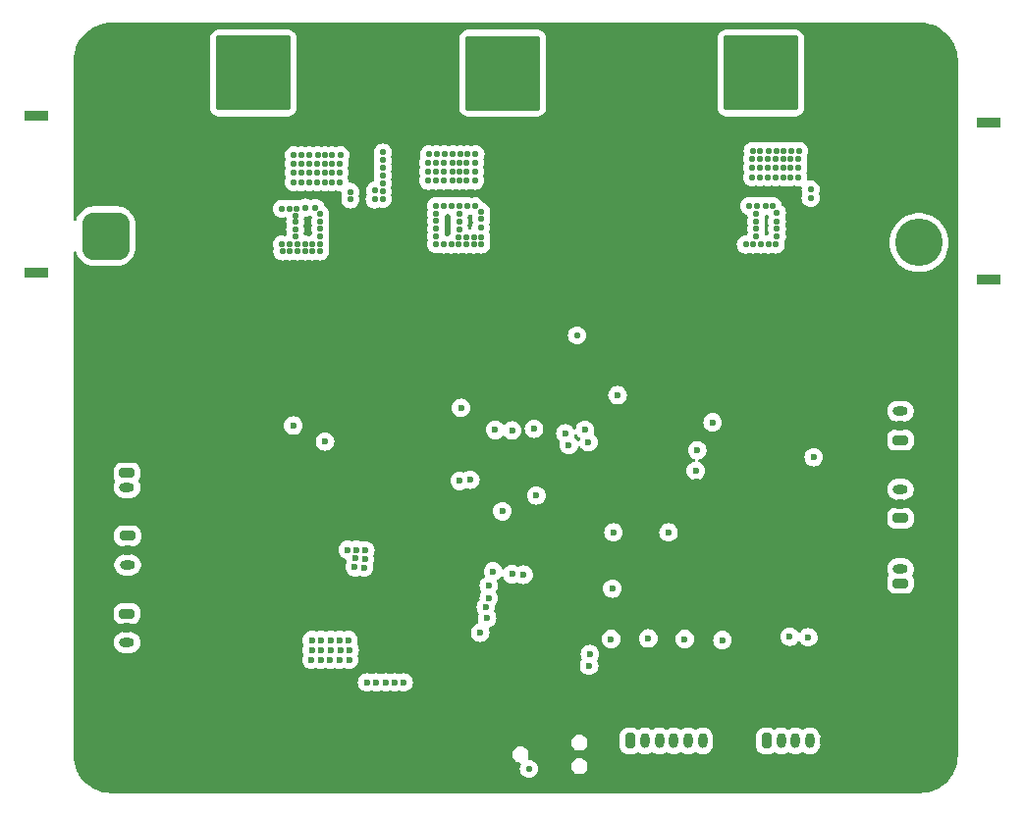
<source format=gbr>
%TF.GenerationSoftware,KiCad,Pcbnew,8.0.4*%
%TF.CreationDate,2024-12-09T12:19:11+01:00*%
%TF.ProjectId,BLDC motor controller,424c4443-206d-46f7-946f-7220636f6e74,1.1*%
%TF.SameCoordinates,Original*%
%TF.FileFunction,Copper,L5,Inr*%
%TF.FilePolarity,Positive*%
%FSLAX46Y46*%
G04 Gerber Fmt 4.6, Leading zero omitted, Abs format (unit mm)*
G04 Created by KiCad (PCBNEW 8.0.4) date 2024-12-09 12:19:11*
%MOMM*%
%LPD*%
G01*
G04 APERTURE LIST*
G04 Aperture macros list*
%AMRoundRect*
0 Rectangle with rounded corners*
0 $1 Rounding radius*
0 $2 $3 $4 $5 $6 $7 $8 $9 X,Y pos of 4 corners*
0 Add a 4 corners polygon primitive as box body*
4,1,4,$2,$3,$4,$5,$6,$7,$8,$9,$2,$3,0*
0 Add four circle primitives for the rounded corners*
1,1,$1+$1,$2,$3*
1,1,$1+$1,$4,$5*
1,1,$1+$1,$6,$7*
1,1,$1+$1,$8,$9*
0 Add four rect primitives between the rounded corners*
20,1,$1+$1,$2,$3,$4,$5,0*
20,1,$1+$1,$4,$5,$6,$7,0*
20,1,$1+$1,$6,$7,$8,$9,0*
20,1,$1+$1,$8,$9,$2,$3,0*%
G04 Aperture macros list end*
%TA.AperFunction,ComponentPad*%
%ADD10C,0.800000*%
%TD*%
%TA.AperFunction,ComponentPad*%
%ADD11C,6.000000*%
%TD*%
%TA.AperFunction,ComponentPad*%
%ADD12RoundRect,0.200000X-0.200000X-0.450000X0.200000X-0.450000X0.200000X0.450000X-0.200000X0.450000X0*%
%TD*%
%TA.AperFunction,ComponentPad*%
%ADD13O,0.800000X1.300000*%
%TD*%
%TA.AperFunction,ComponentPad*%
%ADD14RoundRect,0.200000X-0.450000X0.200000X-0.450000X-0.200000X0.450000X-0.200000X0.450000X0.200000X0*%
%TD*%
%TA.AperFunction,ComponentPad*%
%ADD15O,1.300000X0.800000*%
%TD*%
%TA.AperFunction,ComponentPad*%
%ADD16C,0.550000*%
%TD*%
%TA.AperFunction,ComponentPad*%
%ADD17C,2.000000*%
%TD*%
%TA.AperFunction,ComponentPad*%
%ADD18RoundRect,0.325000X-2.925000X-2.925000X2.925000X-2.925000X2.925000X2.925000X-2.925000X2.925000X0*%
%TD*%
%TA.AperFunction,ComponentPad*%
%ADD19RoundRect,0.200000X0.450000X-0.200000X0.450000X0.200000X-0.450000X0.200000X-0.450000X-0.200000X0*%
%TD*%
%TA.AperFunction,ComponentPad*%
%ADD20R,2.000000X0.900000*%
%TD*%
%TA.AperFunction,ComponentPad*%
%ADD21RoundRect,1.025000X-1.025000X1.025000X-1.025000X-1.025000X1.025000X-1.025000X1.025000X1.025000X0*%
%TD*%
%TA.AperFunction,ComponentPad*%
%ADD22C,4.100000*%
%TD*%
%TA.AperFunction,ComponentPad*%
%ADD23RoundRect,1.025000X1.025000X-1.025000X1.025000X1.025000X-1.025000X1.025000X-1.025000X-1.025000X0*%
%TD*%
%TA.AperFunction,ViaPad*%
%ADD24C,0.550000*%
%TD*%
%TA.AperFunction,ViaPad*%
%ADD25C,0.600000*%
%TD*%
G04 APERTURE END LIST*
D10*
%TO.N,GND*%
%TO.C,H2303*%
X164750000Y-71250000D03*
X165409010Y-69659010D03*
X165409010Y-72840990D03*
X167000000Y-69000000D03*
D11*
X167000000Y-71250000D03*
D10*
X167000000Y-73500000D03*
X168590990Y-69659010D03*
X168590990Y-72840990D03*
X169250000Y-71250000D03*
%TD*%
D12*
%TO.N,+3V3*%
%TO.C,J2202*%
X153750000Y-129750000D03*
D13*
%TO.N,+5V*%
X155000000Y-129750000D03*
%TO.N,/Project Architecture/Interface - Interconnects/AUXP_2_SCL*%
X156250000Y-129750000D03*
%TO.N,/Project Architecture/Interface - Interconnects/AUXP_2_SDA*%
X157500000Y-129750000D03*
%TO.N,GND*%
X158750000Y-129750000D03*
%TD*%
D10*
%TO.N,GND*%
%TO.C,H2304*%
X164750000Y-131000000D03*
X165409010Y-129409010D03*
X165409010Y-132590990D03*
X167000000Y-128750000D03*
D11*
X167000000Y-131000000D03*
D10*
X167000000Y-133250000D03*
X168590990Y-129409010D03*
X168590990Y-132590990D03*
X169250000Y-131000000D03*
%TD*%
D14*
%TO.N,/Project Architecture/Interface - FD-CAN/FDCAN_P*%
%TO.C,J2004*%
X98600000Y-118750000D03*
D15*
%TO.N,GND*%
X98600000Y-120000000D03*
%TO.N,/Project Architecture/Interface - FD-CAN/FDCAN_N*%
X98600000Y-121250000D03*
%TD*%
D16*
%TO.N,/Project Architecture/Motor Control - Inverter - Phase C/PHASE_C*%
%TO.C,J1301*%
X106550000Y-69140000D03*
X106550000Y-71070000D03*
X106550000Y-71580000D03*
X106550000Y-72090000D03*
X106550000Y-72600000D03*
X106550000Y-73110000D03*
X106550000Y-75040000D03*
X107000000Y-71325000D03*
X107000000Y-71835000D03*
X107000000Y-72345000D03*
X107000000Y-72855000D03*
D17*
X107350000Y-69940000D03*
X107350000Y-74240000D03*
D16*
X107450000Y-71070000D03*
X107450000Y-71580000D03*
X107450000Y-72090000D03*
X107450000Y-72600000D03*
X107450000Y-73110000D03*
X108480000Y-69140000D03*
X108480000Y-70040000D03*
X108480000Y-74140000D03*
X108480000Y-75040000D03*
X108735000Y-69590000D03*
X108735000Y-74590000D03*
X108990000Y-69140000D03*
X108990000Y-70040000D03*
X108990000Y-74140000D03*
X108990000Y-75040000D03*
X109245000Y-69590000D03*
X109245000Y-74590000D03*
X109500000Y-69140000D03*
X109500000Y-70040000D03*
D18*
X109500000Y-72090000D03*
D16*
X109500000Y-74140000D03*
X109500000Y-75040000D03*
X109755000Y-69590000D03*
X109755000Y-74590000D03*
X110010000Y-69140000D03*
X110010000Y-70040000D03*
X110010000Y-74140000D03*
X110010000Y-75040000D03*
X110265000Y-69590000D03*
X110265000Y-74590000D03*
X110520000Y-69140000D03*
X110520000Y-70040000D03*
X110520000Y-74140000D03*
X110520000Y-75040000D03*
X111550000Y-71070000D03*
X111550000Y-71580000D03*
X111550000Y-72090000D03*
X111550000Y-72600000D03*
X111550000Y-73110000D03*
D17*
X111650000Y-69940000D03*
X111650000Y-74240000D03*
D16*
X112000000Y-71325000D03*
X112000000Y-71835000D03*
X112000000Y-72345000D03*
X112000000Y-72855000D03*
X112450000Y-69140000D03*
X112450000Y-71070000D03*
X112450000Y-71580000D03*
X112450000Y-72090000D03*
X112450000Y-72600000D03*
X112450000Y-73110000D03*
X112450000Y-75040000D03*
%TD*%
D19*
%TO.N,/Project Architecture/Interface - Interconnects/RS485_P*%
%TO.C,J2008*%
X165300000Y-110525000D03*
D15*
%TO.N,GND*%
X165300000Y-109275000D03*
%TO.N,/Project Architecture/Interface - Interconnects/RS485_N*%
X165300000Y-108025000D03*
%TD*%
D16*
%TO.N,/Project Architecture/Motor Control - Inverter - Phase A/PHASE_A*%
%TO.C,J1101*%
X150300000Y-69130000D03*
X150300000Y-71060000D03*
X150300000Y-71570000D03*
X150300000Y-72080000D03*
X150300000Y-72590000D03*
X150300000Y-73100000D03*
X150300000Y-75030000D03*
X150750000Y-71315000D03*
X150750000Y-71825000D03*
X150750000Y-72335000D03*
X150750000Y-72845000D03*
D17*
X151100000Y-69930000D03*
X151100000Y-74230000D03*
D16*
X151200000Y-71060000D03*
X151200000Y-71570000D03*
X151200000Y-72080000D03*
X151200000Y-72590000D03*
X151200000Y-73100000D03*
X152230000Y-69130000D03*
X152230000Y-70030000D03*
X152230000Y-74130000D03*
X152230000Y-75030000D03*
X152485000Y-69580000D03*
X152485000Y-74580000D03*
X152740000Y-69130000D03*
X152740000Y-70030000D03*
X152740000Y-74130000D03*
X152740000Y-75030000D03*
X152995000Y-69580000D03*
X152995000Y-74580000D03*
X153250000Y-69130000D03*
X153250000Y-70030000D03*
D18*
X153250000Y-72080000D03*
D16*
X153250000Y-74130000D03*
X153250000Y-75030000D03*
X153505000Y-69580000D03*
X153505000Y-74580000D03*
X153760000Y-69130000D03*
X153760000Y-70030000D03*
X153760000Y-74130000D03*
X153760000Y-75030000D03*
X154015000Y-69580000D03*
X154015000Y-74580000D03*
X154270000Y-69130000D03*
X154270000Y-70030000D03*
X154270000Y-74130000D03*
X154270000Y-75030000D03*
X155300000Y-71060000D03*
X155300000Y-71570000D03*
X155300000Y-72080000D03*
X155300000Y-72590000D03*
X155300000Y-73100000D03*
D17*
X155400000Y-69930000D03*
X155400000Y-74230000D03*
D16*
X155750000Y-71315000D03*
X155750000Y-71825000D03*
X155750000Y-72335000D03*
X155750000Y-72845000D03*
X156200000Y-69130000D03*
X156200000Y-71060000D03*
X156200000Y-71570000D03*
X156200000Y-72080000D03*
X156200000Y-72590000D03*
X156200000Y-73100000D03*
X156200000Y-75030000D03*
%TD*%
%TO.N,/Project Architecture/Motor Control - Inverter - Phase B/PHASE_B*%
%TO.C,J1201*%
X128050000Y-69150000D03*
X128050000Y-71080000D03*
X128050000Y-71590000D03*
X128050000Y-72100000D03*
X128050000Y-72610000D03*
X128050000Y-73120000D03*
X128050000Y-75050000D03*
X128500000Y-71335000D03*
X128500000Y-71845000D03*
X128500000Y-72355000D03*
X128500000Y-72865000D03*
D17*
X128850000Y-69950000D03*
X128850000Y-74250000D03*
D16*
X128950000Y-71080000D03*
X128950000Y-71590000D03*
X128950000Y-72100000D03*
X128950000Y-72610000D03*
X128950000Y-73120000D03*
X129980000Y-69150000D03*
X129980000Y-70050000D03*
X129980000Y-74150000D03*
X129980000Y-75050000D03*
X130235000Y-69600000D03*
X130235000Y-74600000D03*
X130490000Y-69150000D03*
X130490000Y-70050000D03*
X130490000Y-74150000D03*
X130490000Y-75050000D03*
X130745000Y-69600000D03*
X130745000Y-74600000D03*
X131000000Y-69150000D03*
X131000000Y-70050000D03*
D18*
X131000000Y-72100000D03*
D16*
X131000000Y-74150000D03*
X131000000Y-75050000D03*
X131255000Y-69600000D03*
X131255000Y-74600000D03*
X131510000Y-69150000D03*
X131510000Y-70050000D03*
X131510000Y-74150000D03*
X131510000Y-75050000D03*
X131765000Y-69600000D03*
X131765000Y-74600000D03*
X132020000Y-69150000D03*
X132020000Y-70050000D03*
X132020000Y-74150000D03*
X132020000Y-75050000D03*
X133050000Y-71080000D03*
X133050000Y-71590000D03*
X133050000Y-72100000D03*
X133050000Y-72610000D03*
X133050000Y-73120000D03*
D17*
X133150000Y-69950000D03*
X133150000Y-74250000D03*
D16*
X133500000Y-71335000D03*
X133500000Y-71845000D03*
X133500000Y-72355000D03*
X133500000Y-72865000D03*
X133950000Y-69150000D03*
X133950000Y-71080000D03*
X133950000Y-71590000D03*
X133950000Y-72100000D03*
X133950000Y-72610000D03*
X133950000Y-73120000D03*
X133950000Y-75050000D03*
%TD*%
D19*
%TO.N,/Project Architecture/Interface - Fan Control/FAN_CONTROL_PWM*%
%TO.C,J2012*%
X165300000Y-116125000D03*
D15*
%TO.N,+12V*%
X165300000Y-114875000D03*
%TD*%
D10*
%TO.N,GND*%
%TO.C,H2301*%
X95000000Y-71000000D03*
X95659010Y-69409010D03*
X95659010Y-72590990D03*
X97250000Y-68750000D03*
D11*
X97250000Y-71000000D03*
D10*
X97250000Y-73250000D03*
X98840990Y-69409010D03*
X98840990Y-72590990D03*
X99500000Y-71000000D03*
%TD*%
D14*
%TO.N,/Project Architecture/Interface - Interconnects/TEMP_MOT_L*%
%TO.C,J2011*%
X98600000Y-106625000D03*
D15*
%TO.N,/Project Architecture/Interface - Interconnects/TEMP_MOT_H*%
X98600000Y-107875000D03*
%TD*%
D19*
%TO.N,/Project Architecture/Interface - Interconnects/RS485_N*%
%TO.C,J2009*%
X165300000Y-103775000D03*
D15*
%TO.N,GND*%
X165300000Y-102525000D03*
%TO.N,/Project Architecture/Interface - Interconnects/RS485_P*%
X165300000Y-101275000D03*
%TD*%
D14*
%TO.N,/Project Architecture/Interface - FD-CAN/FDCAN_N*%
%TO.C,J2005*%
X98650000Y-112050000D03*
D15*
%TO.N,GND*%
X98650000Y-113300000D03*
%TO.N,/Project Architecture/Interface - FD-CAN/FDCAN_P*%
X98650000Y-114550000D03*
%TD*%
D12*
%TO.N,+3V3*%
%TO.C,J2001*%
X142000000Y-129750000D03*
D13*
%TO.N,+5V*%
X143250000Y-129750000D03*
%TO.N,/Project Architecture/Interface - Interconnects/AUXP_1_CS*%
X144500000Y-129750000D03*
%TO.N,/Project Architecture/Interface - Interconnects/AUXP_1_MISO*%
X145750000Y-129750000D03*
%TO.N,/Project Architecture/Interface - Interconnects/AUXP_1_MOSI*%
X147000000Y-129750000D03*
%TO.N,/Project Architecture/Interface - Interconnects/AUXP_1_SCK*%
X148250000Y-129750000D03*
%TO.N,GND*%
X149500000Y-129750000D03*
%TD*%
D10*
%TO.N,GND*%
%TO.C,H2302*%
X95000000Y-130900000D03*
X95659010Y-129309010D03*
X95659010Y-132490990D03*
X97250000Y-128650000D03*
D11*
X97250000Y-130900000D03*
D10*
X97250000Y-133150000D03*
X98840990Y-129309010D03*
X98840990Y-132490990D03*
X99500000Y-130900000D03*
%TD*%
D20*
%TO.N,*%
%TO.C,J402*%
X90750000Y-75800000D03*
X90750000Y-89300000D03*
D21*
%TO.N,+VBAT_SAFE*%
X96750000Y-86150000D03*
D22*
%TO.N,GND*%
X96750000Y-78950000D03*
%TD*%
D20*
%TO.N,*%
%TO.C,J401*%
X172905000Y-89875000D03*
X172905000Y-76375000D03*
D23*
%TO.N,GND*%
X166905000Y-79525000D03*
D22*
%TO.N,+VBAT_SAFE*%
X166905000Y-86725000D03*
%TD*%
D24*
%TO.N,+VBAT_SAFE*%
X125950000Y-81400000D03*
X152500000Y-81100000D03*
X125250000Y-79800000D03*
X115250000Y-85550000D03*
X125950000Y-80600000D03*
X129100000Y-85400000D03*
X128600000Y-81400000D03*
X154650000Y-84900000D03*
X155200000Y-81100000D03*
X125250000Y-81400000D03*
X125250000Y-86200000D03*
X127950000Y-79100000D03*
X112600000Y-86900000D03*
X127250000Y-84250000D03*
X127300000Y-81400000D03*
X128500000Y-86300000D03*
X115250000Y-86850000D03*
X128650000Y-79100000D03*
X113650000Y-79200000D03*
X112000000Y-87500000D03*
X127850000Y-86900000D03*
X126650000Y-81400000D03*
X113950000Y-87500000D03*
X125250000Y-83550000D03*
X127900000Y-81400000D03*
X129150000Y-86250000D03*
X127300000Y-80600000D03*
X153250000Y-86900000D03*
X124650000Y-79100000D03*
X127350000Y-79100000D03*
X154550000Y-81100000D03*
X154650000Y-85550000D03*
X124600000Y-79800000D03*
X113300000Y-87500000D03*
X153850000Y-80300000D03*
X113950000Y-86900000D03*
X115050000Y-79200000D03*
X114600000Y-86900000D03*
X113000000Y-79200000D03*
X116250000Y-81500000D03*
X113100000Y-86200000D03*
X115250000Y-84900000D03*
X116250000Y-79900000D03*
X112950000Y-79900000D03*
X127300000Y-79800000D03*
X112600000Y-83800000D03*
X114350000Y-79200000D03*
X126600000Y-83550000D03*
X127200000Y-86900000D03*
X114000000Y-83700000D03*
X127900000Y-79800000D03*
X153850000Y-79500000D03*
X153150000Y-79500000D03*
X113100000Y-84400000D03*
X116300000Y-79200000D03*
X154600000Y-78800000D03*
X125950000Y-79800000D03*
X152850000Y-84250000D03*
X114850000Y-83750000D03*
X124600000Y-81400000D03*
X155800000Y-80300000D03*
X129150000Y-84050000D03*
X117850000Y-83000000D03*
X155200000Y-79500000D03*
X152850000Y-85550000D03*
X119950000Y-83000000D03*
X112950000Y-80700000D03*
X152600000Y-86900000D03*
X127300000Y-83550000D03*
X157550000Y-82150000D03*
X115250000Y-84250000D03*
X120650000Y-82300000D03*
X115000000Y-80700000D03*
X116250000Y-80700000D03*
X113600000Y-81500000D03*
X120000000Y-82250000D03*
X115000000Y-81500000D03*
X125250000Y-85500000D03*
X128600000Y-79800000D03*
X115700000Y-79200000D03*
X113600000Y-80700000D03*
X155250000Y-78800000D03*
X153900000Y-86900000D03*
X153850000Y-81100000D03*
X152550000Y-78800000D03*
X152850000Y-84900000D03*
X152250000Y-83550000D03*
X125250000Y-84850000D03*
X113100000Y-84950000D03*
X153150000Y-80300000D03*
X111950000Y-83800000D03*
X156500000Y-81100000D03*
X154550000Y-79500000D03*
X128500000Y-86900000D03*
X152850000Y-86200000D03*
X152500000Y-79500000D03*
X156550000Y-78800000D03*
X128600000Y-83600000D03*
X116950000Y-79900000D03*
X126650000Y-80600000D03*
X117850000Y-82350000D03*
X155200000Y-80300000D03*
X125250000Y-86850000D03*
X116950000Y-81500000D03*
X129150000Y-84700000D03*
X125900000Y-86900000D03*
X127950000Y-83550000D03*
X129150000Y-86900000D03*
X115000000Y-79900000D03*
X114300000Y-80700000D03*
X137400000Y-94750000D03*
X156500000Y-79500000D03*
X113300000Y-86900000D03*
X120650000Y-79600000D03*
X153650000Y-83550000D03*
X151950000Y-86900000D03*
X115650000Y-81500000D03*
X154650000Y-84150000D03*
X115650000Y-80700000D03*
X127250000Y-85600000D03*
X120650000Y-81650000D03*
X113100000Y-85600000D03*
X125950000Y-83550000D03*
X127200000Y-86300000D03*
X117000000Y-79200000D03*
X115250000Y-87500000D03*
X128600000Y-80600000D03*
X126550000Y-86900000D03*
X155850000Y-78800000D03*
X124600000Y-80600000D03*
X114300000Y-81500000D03*
X115650000Y-79900000D03*
X153150000Y-81100000D03*
X116950000Y-80700000D03*
X114600000Y-87500000D03*
X112650000Y-87500000D03*
X114300000Y-79900000D03*
X125250000Y-84200000D03*
X154650000Y-86200000D03*
X127250000Y-84900000D03*
X113250000Y-83800000D03*
X154550000Y-86900000D03*
X112950000Y-81500000D03*
X156500000Y-80300000D03*
X155800000Y-79500000D03*
X111950000Y-86900000D03*
X127900000Y-80600000D03*
X154300000Y-83550000D03*
X113600000Y-79900000D03*
X126700000Y-79100000D03*
X120650000Y-80250000D03*
X120650000Y-80900000D03*
X152950000Y-83550000D03*
X120650000Y-82950000D03*
X155800000Y-81100000D03*
X157550000Y-82900000D03*
X153200000Y-78800000D03*
X125250000Y-80600000D03*
X152500000Y-80300000D03*
X125300000Y-79100000D03*
X126000000Y-79100000D03*
X120650000Y-78950000D03*
X127850000Y-86300000D03*
X154550000Y-80300000D03*
X153900000Y-78800000D03*
X126650000Y-79800000D03*
X115250000Y-86200000D03*
%TO.N,GND*%
X163500000Y-79100000D03*
X101200000Y-95600000D03*
X95700000Y-126200000D03*
X117800000Y-90700000D03*
X94600000Y-123000000D03*
X97000000Y-124000000D03*
X98400000Y-94400000D03*
X105500000Y-95600000D03*
X103700000Y-97900000D03*
X105600000Y-94400000D03*
X101200000Y-98900000D03*
X116800000Y-93700000D03*
X162100000Y-119700000D03*
X103700000Y-94400000D03*
X100300000Y-101400000D03*
X102700000Y-101400000D03*
X114900000Y-93700000D03*
X163100000Y-121600000D03*
X100900000Y-133700000D03*
X98800000Y-125000000D03*
X155100000Y-98900000D03*
X116800000Y-91700000D03*
X163200000Y-97400000D03*
X99300000Y-98900000D03*
X152200000Y-99900000D03*
X164200000Y-96400000D03*
X155300000Y-95300000D03*
X105500000Y-97900000D03*
X94700000Y-124300000D03*
X97000000Y-127100000D03*
X158300000Y-99800000D03*
X163500000Y-81200000D03*
X153300000Y-98900000D03*
X162100000Y-121500000D03*
X120700000Y-90700000D03*
X100200000Y-97900000D03*
X159300000Y-99800000D03*
X163500000Y-77300000D03*
X99400000Y-97900000D03*
X104600000Y-94400000D03*
X163500000Y-76200000D03*
X162200000Y-126800000D03*
X145100000Y-95300000D03*
X155100000Y-99900000D03*
X104500000Y-95600000D03*
X102700000Y-131600000D03*
X102700000Y-100400000D03*
X100200000Y-98900000D03*
X100300000Y-94400000D03*
X94700000Y-127200000D03*
X162200000Y-125700000D03*
X99900000Y-127100000D03*
X163500000Y-78100000D03*
X139900000Y-96300000D03*
X102600000Y-97900000D03*
X162100000Y-122600000D03*
X98000000Y-125000000D03*
X164200000Y-95600000D03*
X116000000Y-92700000D03*
X103700000Y-101400000D03*
X163200000Y-123900000D03*
X98900000Y-124000000D03*
X104500000Y-97900000D03*
X104600000Y-100400000D03*
X116800000Y-92700000D03*
X98900000Y-126100000D03*
X99900000Y-126100000D03*
X103500000Y-95600000D03*
X103600000Y-98900000D03*
X95600000Y-123000000D03*
X159300000Y-98800000D03*
X95600000Y-121100000D03*
X102700000Y-132700000D03*
X99400000Y-93400000D03*
X95700000Y-125300000D03*
X153500000Y-95300000D03*
X117800000Y-92700000D03*
X100300000Y-100400000D03*
X102600000Y-98900000D03*
X162200000Y-124900000D03*
X104600000Y-101400000D03*
X100200000Y-95600000D03*
X98300000Y-97900000D03*
X115900000Y-93700000D03*
X163100000Y-120700000D03*
X101200000Y-97900000D03*
X101300000Y-101400000D03*
X100900000Y-131600000D03*
X162500000Y-82000000D03*
X154100000Y-98900000D03*
X143200000Y-95300000D03*
X103800000Y-100400000D03*
X95600000Y-120100000D03*
X163500000Y-82000000D03*
X118900000Y-90700000D03*
X152200000Y-98900000D03*
X140800000Y-95300000D03*
X121700000Y-90700000D03*
X94600000Y-121100000D03*
X98400000Y-101400000D03*
X99400000Y-101400000D03*
X103700000Y-93400000D03*
X162500000Y-81100000D03*
X105600000Y-93400000D03*
X101300000Y-93400000D03*
X94700000Y-126100000D03*
X101300000Y-94400000D03*
X97000000Y-125000000D03*
X99400000Y-94400000D03*
X98400000Y-93400000D03*
X163500000Y-80100000D03*
X98300000Y-95600000D03*
X101300000Y-100400000D03*
X104600000Y-93400000D03*
X144300000Y-95300000D03*
X157500000Y-98800000D03*
X94600000Y-121900000D03*
X162200000Y-123900000D03*
X156400000Y-99800000D03*
X163100000Y-119700000D03*
X157400000Y-99800000D03*
X98400000Y-100400000D03*
X102700000Y-93400000D03*
X117800000Y-91700000D03*
X95700000Y-127200000D03*
X98300000Y-98900000D03*
X94700000Y-125300000D03*
X163200000Y-124900000D03*
X156400000Y-98800000D03*
X102600000Y-95600000D03*
X99500000Y-100400000D03*
X105600000Y-100400000D03*
X98800000Y-127100000D03*
X141800000Y-95300000D03*
X99200000Y-95600000D03*
X97000000Y-126100000D03*
X164200000Y-94500000D03*
X101800000Y-133700000D03*
X154100000Y-99900000D03*
X101800000Y-132700000D03*
X117800000Y-93700000D03*
X146100000Y-95300000D03*
X162500000Y-80100000D03*
X102700000Y-94400000D03*
X100300000Y-93400000D03*
X105500000Y-98900000D03*
X162500000Y-83000000D03*
X152400000Y-95300000D03*
X94600000Y-120100000D03*
X163200000Y-125800000D03*
X163100000Y-122600000D03*
X162100000Y-120700000D03*
X163200000Y-95500000D03*
X98000000Y-124000000D03*
X95600000Y-122000000D03*
X101800000Y-131600000D03*
X140000000Y-95300000D03*
X158300000Y-98800000D03*
X98000000Y-126100000D03*
X154300000Y-95300000D03*
X98000000Y-127100000D03*
X119900000Y-90700000D03*
X95700000Y-124300000D03*
X104500000Y-98900000D03*
X153200000Y-99900000D03*
X163500000Y-83000000D03*
X102600000Y-133700000D03*
X116800000Y-90700000D03*
X163200000Y-126800000D03*
X164200000Y-97400000D03*
X100900000Y-132700000D03*
D25*
X103550000Y-68200000D03*
X110700000Y-129700000D03*
X141850000Y-132300000D03*
X157350000Y-133300000D03*
X102900000Y-109450000D03*
X124650000Y-128600000D03*
X109750000Y-130700000D03*
X116050000Y-116750000D03*
X125750000Y-127600000D03*
X160900000Y-122300000D03*
X106500000Y-89450000D03*
X162200000Y-131800000D03*
X115250000Y-69200000D03*
X169150000Y-75000000D03*
X94800000Y-119100000D03*
X157200000Y-114700000D03*
X106450000Y-129700000D03*
X114000000Y-131600000D03*
X111850000Y-131600000D03*
X158200000Y-114700000D03*
X119350000Y-132800000D03*
X127200000Y-121650000D03*
X104250000Y-128600000D03*
X169700000Y-75900000D03*
X155100000Y-133300000D03*
X105100000Y-104250000D03*
X167600000Y-119100000D03*
X95700000Y-92200000D03*
X122100000Y-96500000D03*
X163400000Y-73850000D03*
X146200000Y-69300000D03*
X127900000Y-127600000D03*
X111800000Y-128500000D03*
X123700000Y-131700000D03*
X162000000Y-123300000D03*
X117000000Y-116050000D03*
X157950000Y-127400000D03*
X117300000Y-69200000D03*
X114000000Y-130600000D03*
X148500000Y-133300000D03*
X143850000Y-126600000D03*
X116400000Y-69200000D03*
X118300000Y-129700000D03*
X119675000Y-105675000D03*
X139750000Y-69300000D03*
X113600000Y-96500000D03*
X116100000Y-132800000D03*
X108550000Y-107700000D03*
X128900000Y-122300000D03*
X145750000Y-96550000D03*
X169700000Y-78000000D03*
X135400000Y-124400000D03*
X119050000Y-116950000D03*
X147900000Y-96550000D03*
X100900000Y-112800000D03*
X107500000Y-131700000D03*
X98000000Y-76000000D03*
X105450000Y-133800000D03*
X125550000Y-111750000D03*
X151700000Y-130200000D03*
X163600000Y-102900000D03*
X101600000Y-69200000D03*
X94500000Y-109600000D03*
X161100000Y-112400000D03*
X102700000Y-120450000D03*
X135400000Y-126400000D03*
X103200000Y-133800000D03*
X133850000Y-96550000D03*
X124200000Y-96500000D03*
X157100000Y-90500000D03*
X125900000Y-69200000D03*
X119450000Y-68200000D03*
X141050000Y-108550000D03*
X164100000Y-77800000D03*
X119350000Y-130700000D03*
X120400000Y-127500000D03*
X94800000Y-118100000D03*
X138900000Y-130500000D03*
X102950000Y-107650000D03*
X160750000Y-96600000D03*
X95400000Y-103800000D03*
X115050000Y-129700000D03*
X131200000Y-133700000D03*
X167600000Y-120200000D03*
X136400000Y-125400000D03*
X116350000Y-68200000D03*
X119300000Y-127600000D03*
X119050000Y-120700000D03*
X110650000Y-126600000D03*
X103150000Y-127600000D03*
X101550000Y-68200000D03*
X97800000Y-125600000D03*
X169400000Y-102100000D03*
X160000000Y-111400000D03*
X113950000Y-128500000D03*
X149350000Y-127700000D03*
X164100000Y-75700000D03*
X165500000Y-121200000D03*
X160450000Y-115700000D03*
X163200000Y-132800000D03*
X138250000Y-96550000D03*
X102200000Y-130700000D03*
X160450000Y-114700000D03*
X169700000Y-79150000D03*
X169700000Y-82250000D03*
X148350000Y-126700000D03*
X143850000Y-127600000D03*
X106500000Y-90450000D03*
X101900000Y-109450000D03*
X121600000Y-132700000D03*
X119050000Y-116050000D03*
X102800000Y-96500000D03*
X96500000Y-109550000D03*
X149000000Y-96550000D03*
X101900000Y-80000000D03*
X169700000Y-113000000D03*
X101900000Y-84300000D03*
X108550000Y-128600000D03*
X167600000Y-118100000D03*
X111800000Y-106050000D03*
X162000000Y-119100000D03*
X168200000Y-107300000D03*
X132850000Y-96550000D03*
X161100000Y-128550000D03*
X168750000Y-120200000D03*
X115100000Y-133800000D03*
X94800000Y-126650000D03*
X128450000Y-96500000D03*
X126950000Y-131700000D03*
X112950000Y-127500000D03*
X109300000Y-105050000D03*
X137750000Y-68300000D03*
X168750000Y-118100000D03*
X130200000Y-132700000D03*
X169750000Y-125400000D03*
X102700000Y-122700000D03*
X136400000Y-124400000D03*
X118350000Y-131700000D03*
X163400000Y-71700000D03*
X125550000Y-113850000D03*
X94800000Y-81700000D03*
X136400000Y-123300000D03*
X160100000Y-132800000D03*
X108450000Y-114300000D03*
X143000000Y-132300000D03*
X104050000Y-107650000D03*
X116050000Y-129700000D03*
X108600000Y-133800000D03*
X95700000Y-97600000D03*
X164150000Y-125400000D03*
X147250000Y-132300000D03*
X108450000Y-104300000D03*
X150700000Y-131200000D03*
X145350000Y-103300000D03*
X135550000Y-68300000D03*
X107450000Y-114250000D03*
X136650000Y-69300000D03*
X166500000Y-125400000D03*
X95950000Y-75000000D03*
X141700000Y-127600000D03*
X119950000Y-96500000D03*
X157950000Y-126400000D03*
X102900000Y-111650000D03*
X95500000Y-116150000D03*
X96800000Y-81700000D03*
X113000000Y-133700000D03*
X105150000Y-106500000D03*
X105150000Y-105400000D03*
X159300000Y-68700000D03*
X124700000Y-132800000D03*
X101900000Y-79000000D03*
X94500000Y-112950000D03*
X102900000Y-113750000D03*
X163150000Y-119100000D03*
X141500000Y-96550000D03*
X96500000Y-106250000D03*
X133150000Y-122300000D03*
X113000000Y-131600000D03*
X95700000Y-96550000D03*
X159900000Y-122300000D03*
X106100000Y-96500000D03*
X104200000Y-126600000D03*
X101900000Y-81100000D03*
X164150000Y-123300000D03*
X123650000Y-128600000D03*
X106500000Y-131700000D03*
X114700000Y-96500000D03*
X105650000Y-89950000D03*
X107400000Y-107700000D03*
X160000000Y-110400000D03*
X115100000Y-132800000D03*
X104000000Y-106500000D03*
X101900000Y-110500000D03*
X169400000Y-106300000D03*
X164150000Y-119100000D03*
X119500000Y-69200000D03*
X94950000Y-76000000D03*
X159900000Y-121200000D03*
X124800000Y-69200000D03*
X165900000Y-75000000D03*
X156500000Y-96600000D03*
X123650000Y-69200000D03*
X165500000Y-118100000D03*
X157600000Y-96600000D03*
X125550000Y-115000000D03*
X127950000Y-131700000D03*
X119050000Y-118950000D03*
X129900000Y-123300000D03*
X136400000Y-131800000D03*
X140050000Y-130500000D03*
X159300000Y-115700000D03*
X149350000Y-126700000D03*
X169750000Y-123300000D03*
X159900000Y-127400000D03*
X140600000Y-127600000D03*
X162200000Y-128550000D03*
X160900000Y-125400000D03*
X164150000Y-124400000D03*
X114200000Y-69200000D03*
X157350000Y-132300000D03*
X123700000Y-133800000D03*
X162400000Y-102800000D03*
X130200000Y-133700000D03*
X132150000Y-129600000D03*
X160900000Y-118100000D03*
X131000000Y-129600000D03*
X150700000Y-127950000D03*
X120450000Y-133700000D03*
X98800000Y-81600000D03*
X101900000Y-86500000D03*
X148300000Y-69300000D03*
X129900000Y-125400000D03*
X107500000Y-126600000D03*
X97850000Y-81700000D03*
X136400000Y-127400000D03*
X168200000Y-109450000D03*
X121550000Y-68200000D03*
X122600000Y-131600000D03*
X112950000Y-106250000D03*
X100550000Y-96500000D03*
X120400000Y-129600000D03*
X95800000Y-119050000D03*
X113900000Y-106650000D03*
X143000000Y-69300000D03*
X129050000Y-132700000D03*
X94500000Y-116200000D03*
X109150000Y-124750000D03*
X115200000Y-68200000D03*
X158200000Y-115700000D03*
X101900000Y-111650000D03*
X154250000Y-96550000D03*
X162000000Y-124400000D03*
X99600000Y-96500000D03*
X96600000Y-104800000D03*
X116950000Y-116750000D03*
X168200000Y-101000000D03*
X139700000Y-68300000D03*
X163150000Y-118100000D03*
X147250000Y-68300000D03*
X124650000Y-127600000D03*
X94900000Y-75000000D03*
X130200000Y-131600000D03*
X135400000Y-129500000D03*
X163150000Y-127400000D03*
X140850000Y-133300000D03*
X159300000Y-114700000D03*
X103100000Y-126600000D03*
X134250000Y-123300000D03*
X105200000Y-107650000D03*
X145050000Y-69300000D03*
X95500000Y-112900000D03*
X95800000Y-118050000D03*
X167600000Y-124400000D03*
X109750000Y-132800000D03*
X101900000Y-76800000D03*
X106300000Y-107700000D03*
X99800000Y-123400000D03*
X165500000Y-123300000D03*
X165500000Y-120200000D03*
X159000000Y-111400000D03*
X120450000Y-132700000D03*
X127950000Y-133800000D03*
X131000000Y-123300000D03*
X108500000Y-126600000D03*
X116700000Y-96500000D03*
X112950000Y-107200000D03*
X131000000Y-122300000D03*
X160900000Y-123300000D03*
X104550000Y-69100000D03*
X151700000Y-131200000D03*
X169750000Y-122300000D03*
X98950000Y-75900000D03*
X100500000Y-68200000D03*
X166500000Y-118100000D03*
X111900000Y-130600000D03*
X102700000Y-119400000D03*
X105400000Y-129700000D03*
X125200000Y-96500000D03*
X168750000Y-124400000D03*
X159900000Y-123300000D03*
X167600000Y-122300000D03*
X125550000Y-109500000D03*
X158200000Y-116700000D03*
X142450000Y-100100000D03*
X105450000Y-132800000D03*
X155100000Y-132300000D03*
X113000000Y-130600000D03*
X169700000Y-111900000D03*
X163150000Y-123300000D03*
X107500000Y-133800000D03*
X115400000Y-118050000D03*
X164100000Y-76700000D03*
X166500000Y-119100000D03*
X148350000Y-127700000D03*
X168200000Y-100000000D03*
X169400000Y-98850000D03*
X159900000Y-120200000D03*
X122550000Y-68200000D03*
X132150000Y-122300000D03*
X94500000Y-107350000D03*
X168200000Y-105200000D03*
X160000000Y-112400000D03*
X100900000Y-110550000D03*
X133150000Y-126500000D03*
X158350000Y-133300000D03*
X95700000Y-93250000D03*
X151750000Y-132300000D03*
X126900000Y-128600000D03*
X169750000Y-124400000D03*
X102900000Y-105400000D03*
X104250000Y-129700000D03*
X169400000Y-104250000D03*
X105250000Y-108750000D03*
X110400000Y-105050000D03*
X118350000Y-132800000D03*
X123650000Y-129700000D03*
X139550000Y-102250000D03*
X166500000Y-123300000D03*
X129050000Y-133700000D03*
X94400000Y-104800000D03*
X168200000Y-102100000D03*
X96550000Y-103800000D03*
X111850000Y-107200000D03*
X94500000Y-114100000D03*
X156200000Y-133300000D03*
X135400000Y-128500000D03*
X118300000Y-128600000D03*
X138650000Y-68300000D03*
X112450000Y-96500000D03*
X156800000Y-126400000D03*
X101900000Y-75700000D03*
X131000000Y-124400000D03*
X117150000Y-128600000D03*
X125550000Y-110600000D03*
X111850000Y-127500000D03*
X128900000Y-126500000D03*
X109250000Y-96500000D03*
X120550000Y-68200000D03*
X161100000Y-131800000D03*
X155350000Y-96600000D03*
X168750000Y-125400000D03*
X117950000Y-116900000D03*
X162200000Y-130700000D03*
X135400000Y-122300000D03*
X113950000Y-127500000D03*
X104300000Y-132800000D03*
X142500000Y-96550000D03*
X114700000Y-107250000D03*
X95700000Y-94400000D03*
X128900000Y-127500000D03*
X110350000Y-96500000D03*
X113950000Y-129600000D03*
X169400000Y-109550000D03*
X144750000Y-96550000D03*
X107450000Y-127600000D03*
X107300000Y-104300000D03*
X141950000Y-68300000D03*
X143000000Y-133300000D03*
X163400000Y-72850000D03*
X94500000Y-106300000D03*
X163200000Y-131800000D03*
X125800000Y-130700000D03*
X98800000Y-123400000D03*
X108600000Y-132800000D03*
X162850000Y-96600000D03*
X164150000Y-126400000D03*
X102150000Y-127600000D03*
X167600000Y-121200000D03*
X116100000Y-130700000D03*
X125800000Y-132800000D03*
X97950000Y-75000000D03*
X102100000Y-126600000D03*
X123750000Y-111250000D03*
X111800000Y-129600000D03*
X161450000Y-116700000D03*
X141850000Y-133300000D03*
X104300000Y-133800000D03*
X95500000Y-114050000D03*
X160900000Y-124400000D03*
X105450000Y-131700000D03*
X133150000Y-124400000D03*
X108550000Y-129700000D03*
X159000000Y-110400000D03*
X161100000Y-111400000D03*
X107450000Y-129700000D03*
X109550000Y-106050000D03*
X119350000Y-131700000D03*
X168200000Y-108450000D03*
X109700000Y-128600000D03*
X121550000Y-127500000D03*
X99850000Y-124400000D03*
X106500000Y-133800000D03*
X169700000Y-115150000D03*
X157200000Y-115700000D03*
X96500000Y-115150000D03*
X96500000Y-107300000D03*
X105000000Y-96500000D03*
X104300000Y-131700000D03*
X132150000Y-124400000D03*
X114000000Y-133700000D03*
X127950000Y-132800000D03*
X169400000Y-92500000D03*
X135400000Y-125400000D03*
X123600000Y-68200000D03*
X109250000Y-103900000D03*
X152750000Y-133300000D03*
X159900000Y-125400000D03*
X136400000Y-129500000D03*
X118350000Y-130700000D03*
X107450000Y-128600000D03*
X119050000Y-119800000D03*
X123650000Y-106850000D03*
X101700000Y-119450000D03*
X133150000Y-125400000D03*
X159900000Y-118100000D03*
X123700000Y-130700000D03*
X110650000Y-106050000D03*
X113600000Y-118000000D03*
X125800000Y-133800000D03*
X136400000Y-122300000D03*
X149500000Y-133300000D03*
X108100000Y-96500000D03*
X165500000Y-119100000D03*
X96500000Y-110550000D03*
X158950000Y-126400000D03*
X108600000Y-131700000D03*
X169750000Y-120200000D03*
X109650000Y-126600000D03*
X121600000Y-130600000D03*
X130750000Y-96550000D03*
X134250000Y-124400000D03*
X132525000Y-109975000D03*
X102700000Y-123700000D03*
X128900000Y-125400000D03*
X163200000Y-129550000D03*
X129050000Y-131600000D03*
X124750000Y-68200000D03*
X146250000Y-133300000D03*
X154700000Y-127400000D03*
X103850000Y-96500000D03*
X102500000Y-68200000D03*
X101700000Y-122750000D03*
X128900000Y-124400000D03*
X132150000Y-126500000D03*
X139700000Y-132300000D03*
X161100000Y-132800000D03*
X95450000Y-104800000D03*
X128900000Y-129600000D03*
X95500000Y-106250000D03*
X118300000Y-127600000D03*
X157200000Y-116700000D03*
X160100000Y-131800000D03*
X144000000Y-69300000D03*
X120450000Y-130600000D03*
X147200000Y-126700000D03*
X169400000Y-107400000D03*
X94500000Y-110600000D03*
X160400000Y-68700000D03*
X126950000Y-133800000D03*
X95500000Y-110550000D03*
X131000000Y-125400000D03*
X98700000Y-104800000D03*
X169400000Y-100000000D03*
X114650000Y-106100000D03*
X125800000Y-131700000D03*
X131000000Y-128600000D03*
X158800000Y-89500000D03*
X160900000Y-120200000D03*
X140900000Y-69300000D03*
X101900000Y-85450000D03*
X169700000Y-80150000D03*
X128900000Y-128600000D03*
X115100000Y-131700000D03*
X111850000Y-132700000D03*
X108500000Y-106550000D03*
X102550000Y-69200000D03*
X100900000Y-113800000D03*
X114000000Y-132700000D03*
X121600000Y-69200000D03*
X160900000Y-126400000D03*
X161850000Y-96600000D03*
X112950000Y-129600000D03*
X95700000Y-98700000D03*
X125750000Y-129700000D03*
X110750000Y-131700000D03*
X104000000Y-105400000D03*
X134250000Y-126400000D03*
X162000000Y-118100000D03*
X164900000Y-75000000D03*
X127200000Y-122800000D03*
X124700000Y-131700000D03*
X131200000Y-132700000D03*
X134250000Y-128500000D03*
X118300000Y-68200000D03*
X104250000Y-127600000D03*
X132150000Y-127500000D03*
X154100000Y-133300000D03*
X159600000Y-96600000D03*
X114400000Y-118000000D03*
X160100000Y-129550000D03*
X161100000Y-130700000D03*
X106450000Y-127600000D03*
X147250000Y-133300000D03*
X103150000Y-128600000D03*
X160900000Y-121200000D03*
X103150000Y-129700000D03*
X115700000Y-96500000D03*
X94500000Y-108500000D03*
X119000000Y-121700000D03*
X167000000Y-75000000D03*
X104800000Y-90450000D03*
X164150000Y-121200000D03*
X150700000Y-126950000D03*
X147800000Y-107325000D03*
X156800000Y-127400000D03*
X103200000Y-130700000D03*
X161450000Y-115700000D03*
X102850000Y-104250000D03*
X169700000Y-76900000D03*
X164150000Y-127400000D03*
X163200000Y-130700000D03*
X94500000Y-111900000D03*
X134250000Y-122300000D03*
X143950000Y-68300000D03*
X138700000Y-69300000D03*
X101900000Y-77850000D03*
X124650000Y-129700000D03*
X169700000Y-110900000D03*
X151700000Y-127950000D03*
X122550000Y-128500000D03*
X101700000Y-118350000D03*
X129900000Y-126500000D03*
X96500000Y-112900000D03*
X120600000Y-69200000D03*
X168750000Y-123300000D03*
X130200000Y-130600000D03*
X117250000Y-68200000D03*
X101700000Y-117350000D03*
X110700000Y-107200000D03*
X111350000Y-96500000D03*
X155700000Y-126400000D03*
X145100000Y-126700000D03*
X140500000Y-96550000D03*
X113000000Y-132700000D03*
X167600000Y-123300000D03*
X146450000Y-99450000D03*
X133150000Y-127500000D03*
X117200000Y-130700000D03*
X152150000Y-96550000D03*
X145000000Y-68300000D03*
X150600000Y-133300000D03*
X110700000Y-127600000D03*
X96500000Y-114050000D03*
X167600000Y-125400000D03*
X96500000Y-108450000D03*
X96000000Y-76000000D03*
X102900000Y-112750000D03*
X118350000Y-133800000D03*
X135000000Y-96550000D03*
X101700000Y-121650000D03*
X159900000Y-126400000D03*
X140850000Y-132300000D03*
X106500000Y-132800000D03*
X95500000Y-108450000D03*
X122600000Y-69200000D03*
X116050000Y-128600000D03*
X150700000Y-129100000D03*
X140050000Y-129500000D03*
X120400000Y-128500000D03*
X101900000Y-83300000D03*
X119300000Y-128600000D03*
X152750000Y-132300000D03*
X160100000Y-128550000D03*
X101700000Y-120500000D03*
X127200000Y-123750000D03*
X105400000Y-127600000D03*
X168200000Y-106200000D03*
X101700000Y-115200000D03*
X103950000Y-104250000D03*
X121550000Y-129600000D03*
X98650000Y-103800000D03*
X125750000Y-128600000D03*
X110350000Y-103900000D03*
X106250000Y-106550000D03*
X128900000Y-123300000D03*
X169400000Y-96750000D03*
X109700000Y-127600000D03*
X102150000Y-129700000D03*
X95700000Y-91100000D03*
X148500000Y-132300000D03*
X158600000Y-96600000D03*
X163200000Y-128550000D03*
X158350000Y-132300000D03*
X101700000Y-123750000D03*
X122600000Y-132700000D03*
X95700000Y-95400000D03*
X119350000Y-133800000D03*
X102700000Y-121600000D03*
X169750000Y-119100000D03*
X118950000Y-96500000D03*
X165500000Y-125400000D03*
X129900000Y-128600000D03*
X160900000Y-119100000D03*
X127200000Y-120550000D03*
X97700000Y-104800000D03*
X126900000Y-129700000D03*
X146750000Y-96550000D03*
X122550000Y-129600000D03*
X96500000Y-111850000D03*
X145350000Y-101900000D03*
X116000000Y-116000000D03*
X142850000Y-127600000D03*
X108500000Y-105450000D03*
X110750000Y-132800000D03*
X133150000Y-123300000D03*
X95700000Y-100800000D03*
X132450000Y-101550000D03*
X106200000Y-104300000D03*
X161450000Y-114700000D03*
X127200000Y-126000000D03*
X125550000Y-112750000D03*
X132150000Y-125400000D03*
X136400000Y-126400000D03*
X102900000Y-106500000D03*
X109700000Y-129700000D03*
X111850000Y-133700000D03*
X156200000Y-132300000D03*
X115050000Y-127600000D03*
X123650000Y-107950000D03*
X169750000Y-118100000D03*
X164100000Y-79950000D03*
X110750000Y-130700000D03*
X110750000Y-133800000D03*
X100900000Y-111700000D03*
X137100000Y-96550000D03*
X146150000Y-68300000D03*
X117850000Y-96500000D03*
X129900000Y-124400000D03*
X107500000Y-130700000D03*
X124700000Y-133800000D03*
X115050000Y-128600000D03*
X162200000Y-129550000D03*
X161100000Y-110400000D03*
X109750000Y-131700000D03*
X96900000Y-75000000D03*
X164100000Y-80950000D03*
X101700000Y-116200000D03*
X126350000Y-96500000D03*
X142850000Y-126600000D03*
X169700000Y-114150000D03*
X122550000Y-127500000D03*
X142000000Y-69300000D03*
X127900000Y-129700000D03*
X147200000Y-127700000D03*
X164100000Y-82050000D03*
X105450000Y-130700000D03*
X129900000Y-122300000D03*
X107350000Y-105450000D03*
X136400000Y-128500000D03*
X164150000Y-122300000D03*
X169400000Y-93500000D03*
X150700000Y-130200000D03*
X103000000Y-108750000D03*
X117150000Y-129700000D03*
X164150000Y-118100000D03*
X135400000Y-123300000D03*
X121600000Y-131600000D03*
X118000000Y-116050000D03*
X169700000Y-81150000D03*
X107100000Y-96500000D03*
X107500000Y-132800000D03*
X162000000Y-127400000D03*
X132150000Y-123300000D03*
X110700000Y-128600000D03*
X124900000Y-111250000D03*
X102900000Y-110500000D03*
X127200000Y-124850000D03*
X163400000Y-69600000D03*
X117200000Y-132800000D03*
X121550000Y-128500000D03*
X131000000Y-127500000D03*
X150600000Y-132300000D03*
X124700000Y-130700000D03*
X100900000Y-109500000D03*
X97650000Y-103800000D03*
X145100000Y-127700000D03*
X169400000Y-95750000D03*
X164150000Y-120200000D03*
X139600000Y-127600000D03*
X131200000Y-130600000D03*
X158800000Y-90500000D03*
X122600000Y-130600000D03*
X166500000Y-120200000D03*
X123650000Y-127600000D03*
X139400000Y-96550000D03*
X104500000Y-68100000D03*
X108600000Y-130700000D03*
X138900000Y-129500000D03*
X134250000Y-129500000D03*
X117200000Y-133800000D03*
X95500000Y-115150000D03*
X126950000Y-130700000D03*
X151700000Y-129100000D03*
X120450000Y-131600000D03*
X133150000Y-128600000D03*
X131200000Y-131600000D03*
X129900000Y-127500000D03*
X137800000Y-69300000D03*
X112950000Y-128500000D03*
X133150000Y-129600000D03*
X109750000Y-133800000D03*
X116100000Y-133800000D03*
X135600000Y-69300000D03*
X158300000Y-68700000D03*
X144000000Y-133300000D03*
X109600000Y-107200000D03*
X94500000Y-115200000D03*
X114150000Y-68200000D03*
X136100000Y-96550000D03*
X160100000Y-130700000D03*
X126950000Y-132800000D03*
X107350000Y-106550000D03*
X149500000Y-132300000D03*
X169400000Y-105300000D03*
X101900000Y-82150000D03*
X158950000Y-127400000D03*
X168750000Y-119100000D03*
X95700000Y-99850000D03*
X112600000Y-117950000D03*
X151000000Y-96550000D03*
X157950000Y-90000000D03*
X157100000Y-89500000D03*
X131850000Y-96550000D03*
X120950000Y-96500000D03*
X118350000Y-69200000D03*
X145100000Y-133300000D03*
X115100000Y-130700000D03*
X168200000Y-104250000D03*
X129900000Y-129600000D03*
X139600000Y-126600000D03*
X116100000Y-131700000D03*
X146450000Y-100450000D03*
X147300000Y-69300000D03*
X106250000Y-105450000D03*
X159900000Y-119100000D03*
X165500000Y-122300000D03*
X108550000Y-127600000D03*
X129050000Y-130600000D03*
X106400000Y-126600000D03*
X161100000Y-129550000D03*
X117900000Y-117900000D03*
X102150000Y-128600000D03*
X117150000Y-127600000D03*
X101700000Y-96500000D03*
X162200000Y-132800000D03*
X169400000Y-108550000D03*
X163400000Y-70600000D03*
X131000000Y-126500000D03*
X139700000Y-133300000D03*
X134250000Y-127400000D03*
X125850000Y-68200000D03*
X146250000Y-132300000D03*
X116050000Y-127600000D03*
X145100000Y-132300000D03*
X102700000Y-118400000D03*
X101900000Y-113750000D03*
X96950000Y-76000000D03*
X127950000Y-130700000D03*
X151700000Y-126950000D03*
X96500000Y-116150000D03*
X148250000Y-68300000D03*
X106450000Y-128600000D03*
X169400000Y-103250000D03*
X97700000Y-123400000D03*
X159000000Y-112400000D03*
X160450000Y-116700000D03*
X98900000Y-74900000D03*
X105350000Y-126600000D03*
X117200000Y-131700000D03*
X95500000Y-107300000D03*
X95500000Y-111850000D03*
X105400000Y-128600000D03*
X104800000Y-89450000D03*
X100550000Y-69200000D03*
X168150000Y-75000000D03*
X147600000Y-109700000D03*
X150000000Y-96550000D03*
X143650000Y-96550000D03*
X151750000Y-133300000D03*
X160900000Y-127400000D03*
X136600000Y-68300000D03*
X101900000Y-112750000D03*
X132150000Y-128600000D03*
X168200000Y-103250000D03*
X154100000Y-132300000D03*
X103600000Y-69200000D03*
X142950000Y-68300000D03*
X123200000Y-96500000D03*
X123700000Y-132800000D03*
X119300000Y-129700000D03*
X140600000Y-126600000D03*
X104300000Y-130700000D03*
X95500000Y-109550000D03*
X126900000Y-127600000D03*
X169750000Y-121200000D03*
X141700000Y-126600000D03*
X102700000Y-117300000D03*
X121600000Y-133700000D03*
X119250000Y-110650000D03*
X164100000Y-78950000D03*
X144000000Y-132300000D03*
X130000000Y-108500000D03*
X119000000Y-117950000D03*
X169400000Y-101000000D03*
X134250000Y-125400000D03*
X159300000Y-116700000D03*
X94350000Y-103800000D03*
X166500000Y-121200000D03*
X168750000Y-122300000D03*
X165500000Y-124400000D03*
X122600000Y-133700000D03*
X168750000Y-121200000D03*
X166500000Y-124400000D03*
X155700000Y-127400000D03*
X106500000Y-130700000D03*
X140850000Y-68300000D03*
X159900000Y-124400000D03*
X129600000Y-96550000D03*
X127900000Y-128600000D03*
X169400000Y-97750000D03*
X153250000Y-96550000D03*
X104100000Y-108750000D03*
X127450000Y-96500000D03*
X95850000Y-81700000D03*
X169400000Y-94600000D03*
X166500000Y-122300000D03*
%TO.N,+5V*%
X118250000Y-114750000D03*
X117650000Y-113250000D03*
X119150000Y-113300000D03*
X118300000Y-114000000D03*
X119050000Y-114800000D03*
X119100000Y-114050000D03*
X118350000Y-113250000D03*
%TO.N,+12V*%
X157825000Y-105250000D03*
X147775000Y-104650000D03*
D24*
%TO.N,+3V3*%
X133250000Y-132150000D03*
D25*
X145300000Y-111750000D03*
X140550000Y-111750000D03*
X116950000Y-121050000D03*
X130975000Y-109925000D03*
X140900000Y-99900000D03*
X115300000Y-122750000D03*
X117700000Y-121050000D03*
X117800000Y-121900000D03*
X115350000Y-121050000D03*
X116150000Y-121050000D03*
X115350000Y-121900000D03*
X127400000Y-101000000D03*
X117750000Y-122750000D03*
X117000000Y-121900000D03*
X116950000Y-122750000D03*
X116150000Y-121900000D03*
X114500000Y-122750000D03*
X114550000Y-121900000D03*
X116100000Y-122750000D03*
X114550000Y-121050000D03*
%TO.N,+3V3A*%
X122450000Y-124700000D03*
X120900000Y-124700000D03*
X120100000Y-124700000D03*
X121700000Y-124700000D03*
X119300000Y-124700000D03*
%TO.N,/Project Architecture/Interface - Interconnects/AUX_1_SCK*%
X129800000Y-117440065D03*
X149950000Y-121050000D03*
%TO.N,/Project Architecture/Interface - Interconnects/AUX_1_MISO*%
X129650000Y-119150000D03*
X143550000Y-120900000D03*
X130350000Y-102900000D03*
X127300000Y-107300000D03*
%TO.N,/Project Architecture/Interface - Interconnects/AUX_1_MOSI*%
X146700000Y-120950000D03*
X129550000Y-118200000D03*
X128200000Y-107200000D03*
X131800000Y-102950000D03*
%TO.N,/Project Architecture/Interface - Interconnects/AUX_1_CS*%
X140350000Y-120950000D03*
X129050000Y-120400000D03*
%TO.N,/Project Architecture/Interface - Interconnects/AUX_2_SCL*%
X138511357Y-122252354D03*
X155750000Y-120750000D03*
%TO.N,/Project Architecture/Interface - Interconnects/AUX_2_SDA*%
X157350000Y-120800000D03*
X138450000Y-123250000D03*
%TO.N,/Project Architecture/Power Generation - Buck Converter/BUCK_5V_PG*%
X115675000Y-103900000D03*
X112925000Y-102525000D03*
%TO.N,/Project Architecture/Power Generation - Buck Converter/BUCK_12V_MODE*%
X149100000Y-102250000D03*
X147650000Y-106425000D03*
%TO.N,/Project Architecture/Interface - Interconnects/AUX_1_V*%
X129800000Y-116350000D03*
X136700000Y-104200000D03*
X138400000Y-103950000D03*
%TO.N,/Project Architecture/Interface - Interconnects/AUX_1_U*%
X132800000Y-115400000D03*
%TO.N,/Project Architecture/Interface - Interconnects/AUX_1_I*%
X138100000Y-102900000D03*
X136400000Y-103200000D03*
%TO.N,/Project Architecture/Interface - Interconnects/AUX_1_B*%
X131800000Y-115350000D03*
X133900000Y-108550000D03*
X133700000Y-102800000D03*
%TO.N,/Project Architecture/Interface - Interconnects/AUX_1_A*%
X130165380Y-115115380D03*
%TO.N,/Project Architecture/Interface - Interconnects/AUX_2_PWM*%
X140450000Y-116600000D03*
%TD*%
%TA.AperFunction,Conductor*%
%TO.N,GND*%
G36*
X167003173Y-67750662D02*
G01*
X167326554Y-67767272D01*
X167339205Y-67768574D01*
X167656044Y-67817739D01*
X167668481Y-67820329D01*
X167893662Y-67879408D01*
X167978610Y-67901696D01*
X167990732Y-67905551D01*
X168001361Y-67909542D01*
X168290897Y-68018263D01*
X168302540Y-68023331D01*
X168589583Y-68166205D01*
X168600656Y-68172444D01*
X168864483Y-68339500D01*
X168871543Y-68343970D01*
X168881923Y-68351315D01*
X169039414Y-68475347D01*
X169133800Y-68549681D01*
X169143377Y-68558053D01*
X169373614Y-68781189D01*
X169382283Y-68790499D01*
X169588446Y-69036047D01*
X169596115Y-69046196D01*
X169776034Y-69311569D01*
X169782623Y-69322450D01*
X169934407Y-69604859D01*
X169939847Y-69616358D01*
X170061905Y-69912846D01*
X170066137Y-69924842D01*
X170157171Y-70232253D01*
X170160153Y-70244620D01*
X170219215Y-70559751D01*
X170220914Y-70572357D01*
X170247380Y-70891886D01*
X170247778Y-70904601D01*
X170241305Y-71228329D01*
X170241015Y-71234683D01*
X170238094Y-71275571D01*
X170238095Y-71275575D01*
X170244747Y-71298903D01*
X170249500Y-71332905D01*
X170249500Y-130996753D01*
X170249330Y-131003243D01*
X170232038Y-131333178D01*
X170230681Y-131346086D01*
X170179508Y-131669184D01*
X170176810Y-131681880D01*
X170092139Y-131997875D01*
X170088128Y-132010218D01*
X169970895Y-132315622D01*
X169965616Y-132327480D01*
X169817098Y-132618964D01*
X169810612Y-132630197D01*
X169726223Y-132760146D01*
X169632442Y-132904555D01*
X169624813Y-132915055D01*
X169418935Y-133169293D01*
X169410250Y-133178938D01*
X169178938Y-133410250D01*
X169169293Y-133418935D01*
X168915055Y-133624813D01*
X168904555Y-133632442D01*
X168630197Y-133810612D01*
X168618964Y-133817098D01*
X168327480Y-133965616D01*
X168315622Y-133970895D01*
X168010218Y-134088128D01*
X167997875Y-134092139D01*
X167681880Y-134176810D01*
X167669184Y-134179508D01*
X167346086Y-134230681D01*
X167333178Y-134232038D01*
X167003244Y-134249330D01*
X166996754Y-134249500D01*
X97253246Y-134249500D01*
X97246756Y-134249330D01*
X96916821Y-134232038D01*
X96903913Y-134230681D01*
X96580815Y-134179508D01*
X96568119Y-134176810D01*
X96252124Y-134092139D01*
X96239781Y-134088128D01*
X95934377Y-133970895D01*
X95922519Y-133965616D01*
X95631029Y-133817094D01*
X95619810Y-133810617D01*
X95345438Y-133632438D01*
X95334944Y-133624813D01*
X95080706Y-133418935D01*
X95071061Y-133410250D01*
X94839749Y-133178938D01*
X94831064Y-133169293D01*
X94625186Y-132915055D01*
X94617564Y-132904565D01*
X94439378Y-132630183D01*
X94432908Y-132618977D01*
X94284378Y-132327470D01*
X94279104Y-132315622D01*
X94259683Y-132265029D01*
X94161871Y-132010218D01*
X94157860Y-131997875D01*
X94152090Y-131976343D01*
X94073187Y-131681874D01*
X94070491Y-131669184D01*
X94059756Y-131601408D01*
X94019318Y-131346086D01*
X94017961Y-131333178D01*
X94000670Y-131003243D01*
X94000500Y-130996753D01*
X94000500Y-130846465D01*
X131844200Y-130846465D01*
X131844200Y-130983534D01*
X131870937Y-131117949D01*
X131870940Y-131117961D01*
X131923386Y-131244578D01*
X131923393Y-131244591D01*
X131999536Y-131358546D01*
X131999539Y-131358550D01*
X132096449Y-131455460D01*
X132096453Y-131455463D01*
X132210408Y-131531606D01*
X132210421Y-131531613D01*
X132337038Y-131584059D01*
X132337043Y-131584061D01*
X132471470Y-131610800D01*
X132473938Y-131611291D01*
X132535849Y-131643675D01*
X132570423Y-131704391D01*
X132566684Y-131774160D01*
X132554742Y-131798878D01*
X132546878Y-131811393D01*
X132489159Y-131976341D01*
X132489157Y-131976351D01*
X132469593Y-132149996D01*
X132469593Y-132150003D01*
X132489157Y-132323648D01*
X132489159Y-132323658D01*
X132506966Y-132374546D01*
X132546878Y-132488606D01*
X132639853Y-132636576D01*
X132763424Y-132760147D01*
X132911394Y-132853122D01*
X133076343Y-132910841D01*
X133076349Y-132910841D01*
X133076351Y-132910842D01*
X133249996Y-132930407D01*
X133250000Y-132930407D01*
X133250004Y-132930407D01*
X133423648Y-132910842D01*
X133423647Y-132910842D01*
X133423657Y-132910841D01*
X133588606Y-132853122D01*
X133736576Y-132760147D01*
X133860147Y-132636576D01*
X133953122Y-132488606D01*
X134010841Y-132323657D01*
X134030407Y-132150000D01*
X134028599Y-132133957D01*
X134010842Y-131976351D01*
X134010841Y-131976349D01*
X134010841Y-131976343D01*
X133970993Y-131862465D01*
X136924200Y-131862465D01*
X136924200Y-131999534D01*
X136950937Y-132133949D01*
X136950940Y-132133961D01*
X137003386Y-132260578D01*
X137003393Y-132260591D01*
X137079536Y-132374546D01*
X137079539Y-132374550D01*
X137176449Y-132471460D01*
X137176453Y-132471463D01*
X137290408Y-132547606D01*
X137290421Y-132547613D01*
X137417038Y-132600059D01*
X137417043Y-132600061D01*
X137541164Y-132624750D01*
X137551465Y-132626799D01*
X137551469Y-132626800D01*
X137551470Y-132626800D01*
X137688531Y-132626800D01*
X137688532Y-132626799D01*
X137822957Y-132600061D01*
X137949585Y-132547610D01*
X138063547Y-132471463D01*
X138160463Y-132374547D01*
X138236610Y-132260585D01*
X138289061Y-132133957D01*
X138315800Y-131999530D01*
X138315800Y-131862470D01*
X138289061Y-131728043D01*
X138240701Y-131611291D01*
X138236613Y-131601421D01*
X138236606Y-131601408D01*
X138160463Y-131487453D01*
X138160460Y-131487449D01*
X138063550Y-131390539D01*
X138063546Y-131390536D01*
X137949591Y-131314393D01*
X137949578Y-131314386D01*
X137822961Y-131261940D01*
X137822949Y-131261937D01*
X137688534Y-131235200D01*
X137688530Y-131235200D01*
X137551470Y-131235200D01*
X137551465Y-131235200D01*
X137417050Y-131261937D01*
X137417038Y-131261940D01*
X137290421Y-131314386D01*
X137290408Y-131314393D01*
X137176453Y-131390536D01*
X137176449Y-131390539D01*
X137079539Y-131487449D01*
X137079536Y-131487453D01*
X137003393Y-131601408D01*
X137003386Y-131601421D01*
X136950940Y-131728038D01*
X136950937Y-131728050D01*
X136924200Y-131862465D01*
X133970993Y-131862465D01*
X133953122Y-131811394D01*
X133860147Y-131663424D01*
X133736576Y-131539853D01*
X133588606Y-131446878D01*
X133588605Y-131446877D01*
X133588604Y-131446877D01*
X133423658Y-131389159D01*
X133423648Y-131389157D01*
X133275034Y-131372413D01*
X133210620Y-131345347D01*
X133171065Y-131287752D01*
X133168927Y-131217915D01*
X133174350Y-131201756D01*
X133209061Y-131117957D01*
X133235800Y-130983530D01*
X133235800Y-130846470D01*
X133209061Y-130712043D01*
X133208812Y-130711442D01*
X133156613Y-130585421D01*
X133156606Y-130585408D01*
X133080463Y-130471453D01*
X133080460Y-130471449D01*
X132983550Y-130374539D01*
X132983546Y-130374536D01*
X132869591Y-130298393D01*
X132869578Y-130298386D01*
X132742961Y-130245940D01*
X132742949Y-130245937D01*
X132608534Y-130219200D01*
X132608530Y-130219200D01*
X132471470Y-130219200D01*
X132471465Y-130219200D01*
X132337050Y-130245937D01*
X132337038Y-130245940D01*
X132210421Y-130298386D01*
X132210408Y-130298393D01*
X132096453Y-130374536D01*
X132096449Y-130374539D01*
X131999539Y-130471449D01*
X131999536Y-130471453D01*
X131923393Y-130585408D01*
X131923386Y-130585421D01*
X131870940Y-130712038D01*
X131870937Y-130712050D01*
X131844200Y-130846465D01*
X94000500Y-130846465D01*
X94000500Y-129830465D01*
X136924200Y-129830465D01*
X136924200Y-129967534D01*
X136950937Y-130101949D01*
X136950940Y-130101961D01*
X137003386Y-130228578D01*
X137003393Y-130228591D01*
X137079536Y-130342546D01*
X137079539Y-130342550D01*
X137176449Y-130439460D01*
X137176453Y-130439463D01*
X137290408Y-130515606D01*
X137290421Y-130515613D01*
X137417038Y-130568059D01*
X137417043Y-130568061D01*
X137551465Y-130594799D01*
X137551469Y-130594800D01*
X137551470Y-130594800D01*
X137688531Y-130594800D01*
X137688532Y-130594799D01*
X137822957Y-130568061D01*
X137949585Y-130515610D01*
X138063547Y-130439463D01*
X138160463Y-130342547D01*
X138236610Y-130228585D01*
X138289061Y-130101957D01*
X138315800Y-129967530D01*
X138315800Y-129830470D01*
X138289061Y-129696043D01*
X138289059Y-129696038D01*
X138236613Y-129569421D01*
X138236606Y-129569408D01*
X138160463Y-129455453D01*
X138160460Y-129455449D01*
X138063550Y-129358539D01*
X138063546Y-129358536D01*
X137949591Y-129282393D01*
X137949578Y-129282386D01*
X137855423Y-129243386D01*
X141099500Y-129243386D01*
X141099500Y-130256613D01*
X141105913Y-130327192D01*
X141105913Y-130327194D01*
X141105914Y-130327196D01*
X141156522Y-130489606D01*
X141214444Y-130585421D01*
X141244530Y-130635188D01*
X141364811Y-130755469D01*
X141364813Y-130755470D01*
X141364815Y-130755472D01*
X141510394Y-130843478D01*
X141672804Y-130894086D01*
X141743384Y-130900500D01*
X141743387Y-130900500D01*
X142256613Y-130900500D01*
X142256616Y-130900500D01*
X142327196Y-130894086D01*
X142489606Y-130843478D01*
X142633125Y-130756717D01*
X142700676Y-130738882D01*
X142766162Y-130759733D01*
X142823450Y-130798011D01*
X142823457Y-130798015D01*
X142932707Y-130843267D01*
X142987334Y-130865894D01*
X142987336Y-130865894D01*
X142987341Y-130865896D01*
X143161304Y-130900499D01*
X143161307Y-130900500D01*
X143161309Y-130900500D01*
X143338693Y-130900500D01*
X143338694Y-130900499D01*
X143396682Y-130888964D01*
X143512658Y-130865896D01*
X143512661Y-130865894D01*
X143512666Y-130865894D01*
X143676547Y-130798013D01*
X143805199Y-130712050D01*
X143806109Y-130711442D01*
X143872786Y-130690564D01*
X143940166Y-130709048D01*
X143943891Y-130711442D01*
X143944801Y-130712050D01*
X144073453Y-130798013D01*
X144073455Y-130798014D01*
X144073459Y-130798016D01*
X144183214Y-130843477D01*
X144237334Y-130865894D01*
X144237336Y-130865894D01*
X144237341Y-130865896D01*
X144411304Y-130900499D01*
X144411307Y-130900500D01*
X144411309Y-130900500D01*
X144588693Y-130900500D01*
X144588694Y-130900499D01*
X144646682Y-130888964D01*
X144762658Y-130865896D01*
X144762661Y-130865894D01*
X144762666Y-130865894D01*
X144926547Y-130798013D01*
X145055199Y-130712050D01*
X145056109Y-130711442D01*
X145122786Y-130690564D01*
X145190166Y-130709048D01*
X145193891Y-130711442D01*
X145194801Y-130712050D01*
X145323453Y-130798013D01*
X145323455Y-130798014D01*
X145323459Y-130798016D01*
X145433214Y-130843477D01*
X145487334Y-130865894D01*
X145487336Y-130865894D01*
X145487341Y-130865896D01*
X145661304Y-130900499D01*
X145661307Y-130900500D01*
X145661309Y-130900500D01*
X145838693Y-130900500D01*
X145838694Y-130900499D01*
X145896682Y-130888964D01*
X146012658Y-130865896D01*
X146012661Y-130865894D01*
X146012666Y-130865894D01*
X146176547Y-130798013D01*
X146305199Y-130712050D01*
X146306109Y-130711442D01*
X146372786Y-130690564D01*
X146440166Y-130709048D01*
X146443891Y-130711442D01*
X146444801Y-130712050D01*
X146573453Y-130798013D01*
X146573455Y-130798014D01*
X146573459Y-130798016D01*
X146683214Y-130843477D01*
X146737334Y-130865894D01*
X146737336Y-130865894D01*
X146737341Y-130865896D01*
X146911304Y-130900499D01*
X146911307Y-130900500D01*
X146911309Y-130900500D01*
X147088693Y-130900500D01*
X147088694Y-130900499D01*
X147146682Y-130888964D01*
X147262658Y-130865896D01*
X147262661Y-130865894D01*
X147262666Y-130865894D01*
X147426547Y-130798013D01*
X147555199Y-130712050D01*
X147556109Y-130711442D01*
X147622786Y-130690564D01*
X147690166Y-130709048D01*
X147693891Y-130711442D01*
X147694801Y-130712050D01*
X147823453Y-130798013D01*
X147823455Y-130798014D01*
X147823459Y-130798016D01*
X147933214Y-130843477D01*
X147987334Y-130865894D01*
X147987336Y-130865894D01*
X147987341Y-130865896D01*
X148161304Y-130900499D01*
X148161307Y-130900500D01*
X148161309Y-130900500D01*
X148338693Y-130900500D01*
X148338694Y-130900499D01*
X148396682Y-130888964D01*
X148512658Y-130865896D01*
X148512661Y-130865894D01*
X148512666Y-130865894D01*
X148676547Y-130798013D01*
X148824035Y-130699464D01*
X148949464Y-130574035D01*
X149048013Y-130426547D01*
X149115894Y-130262666D01*
X149117098Y-130256616D01*
X149150499Y-130088695D01*
X149150500Y-130088693D01*
X149150500Y-129411306D01*
X149150499Y-129411304D01*
X149117098Y-129243386D01*
X152849500Y-129243386D01*
X152849500Y-130256613D01*
X152855913Y-130327192D01*
X152855913Y-130327194D01*
X152855914Y-130327196D01*
X152906522Y-130489606D01*
X152964444Y-130585421D01*
X152994530Y-130635188D01*
X153114811Y-130755469D01*
X153114813Y-130755470D01*
X153114815Y-130755472D01*
X153260394Y-130843478D01*
X153422804Y-130894086D01*
X153493384Y-130900500D01*
X153493387Y-130900500D01*
X154006613Y-130900500D01*
X154006616Y-130900500D01*
X154077196Y-130894086D01*
X154239606Y-130843478D01*
X154383125Y-130756717D01*
X154450676Y-130738882D01*
X154516162Y-130759733D01*
X154573450Y-130798011D01*
X154573457Y-130798015D01*
X154682707Y-130843267D01*
X154737334Y-130865894D01*
X154737336Y-130865894D01*
X154737341Y-130865896D01*
X154911304Y-130900499D01*
X154911307Y-130900500D01*
X154911309Y-130900500D01*
X155088693Y-130900500D01*
X155088694Y-130900499D01*
X155146682Y-130888964D01*
X155262658Y-130865896D01*
X155262661Y-130865894D01*
X155262666Y-130865894D01*
X155426547Y-130798013D01*
X155555199Y-130712050D01*
X155556109Y-130711442D01*
X155622786Y-130690564D01*
X155690166Y-130709048D01*
X155693891Y-130711442D01*
X155694801Y-130712050D01*
X155823453Y-130798013D01*
X155823455Y-130798014D01*
X155823459Y-130798016D01*
X155933214Y-130843477D01*
X155987334Y-130865894D01*
X155987336Y-130865894D01*
X155987341Y-130865896D01*
X156161304Y-130900499D01*
X156161307Y-130900500D01*
X156161309Y-130900500D01*
X156338693Y-130900500D01*
X156338694Y-130900499D01*
X156396682Y-130888964D01*
X156512658Y-130865896D01*
X156512661Y-130865894D01*
X156512666Y-130865894D01*
X156676547Y-130798013D01*
X156805199Y-130712050D01*
X156806109Y-130711442D01*
X156872786Y-130690564D01*
X156940166Y-130709048D01*
X156943891Y-130711442D01*
X156944801Y-130712050D01*
X157073453Y-130798013D01*
X157073455Y-130798014D01*
X157073459Y-130798016D01*
X157183214Y-130843477D01*
X157237334Y-130865894D01*
X157237336Y-130865894D01*
X157237341Y-130865896D01*
X157411304Y-130900499D01*
X157411307Y-130900500D01*
X157411309Y-130900500D01*
X157588693Y-130900500D01*
X157588694Y-130900499D01*
X157646682Y-130888964D01*
X157762658Y-130865896D01*
X157762661Y-130865894D01*
X157762666Y-130865894D01*
X157926547Y-130798013D01*
X158074035Y-130699464D01*
X158199464Y-130574035D01*
X158298013Y-130426547D01*
X158365894Y-130262666D01*
X158367098Y-130256616D01*
X158400499Y-130088695D01*
X158400500Y-130088693D01*
X158400500Y-129411306D01*
X158400499Y-129411304D01*
X158365896Y-129237341D01*
X158365893Y-129237332D01*
X158298016Y-129073459D01*
X158298009Y-129073446D01*
X158199464Y-128925965D01*
X158199461Y-128925961D01*
X158074038Y-128800538D01*
X158074034Y-128800535D01*
X157926553Y-128701990D01*
X157926540Y-128701983D01*
X157762667Y-128634106D01*
X157762658Y-128634103D01*
X157588694Y-128599500D01*
X157588691Y-128599500D01*
X157411309Y-128599500D01*
X157411306Y-128599500D01*
X157237341Y-128634103D01*
X157237332Y-128634106D01*
X157073459Y-128701983D01*
X157073446Y-128701990D01*
X156943891Y-128788557D01*
X156877213Y-128809435D01*
X156809833Y-128790950D01*
X156806109Y-128788557D01*
X156676553Y-128701990D01*
X156676540Y-128701983D01*
X156512667Y-128634106D01*
X156512658Y-128634103D01*
X156338694Y-128599500D01*
X156338691Y-128599500D01*
X156161309Y-128599500D01*
X156161306Y-128599500D01*
X155987341Y-128634103D01*
X155987332Y-128634106D01*
X155823459Y-128701983D01*
X155823446Y-128701990D01*
X155693891Y-128788557D01*
X155627213Y-128809435D01*
X155559833Y-128790950D01*
X155556109Y-128788557D01*
X155426553Y-128701990D01*
X155426540Y-128701983D01*
X155262667Y-128634106D01*
X155262658Y-128634103D01*
X155088694Y-128599500D01*
X155088691Y-128599500D01*
X154911309Y-128599500D01*
X154911306Y-128599500D01*
X154737341Y-128634103D01*
X154737332Y-128634106D01*
X154573460Y-128701983D01*
X154573449Y-128701989D01*
X154516162Y-128740267D01*
X154449484Y-128761144D01*
X154383122Y-128743281D01*
X154239606Y-128656522D01*
X154167659Y-128634103D01*
X154077196Y-128605914D01*
X154077194Y-128605913D01*
X154077192Y-128605913D01*
X154027778Y-128601423D01*
X154006616Y-128599500D01*
X153493384Y-128599500D01*
X153474145Y-128601248D01*
X153422807Y-128605913D01*
X153260393Y-128656522D01*
X153114811Y-128744530D01*
X152994530Y-128864811D01*
X152906522Y-129010393D01*
X152855913Y-129172807D01*
X152849500Y-129243386D01*
X149117098Y-129243386D01*
X149115896Y-129237341D01*
X149115893Y-129237332D01*
X149048016Y-129073459D01*
X149048009Y-129073446D01*
X148949464Y-128925965D01*
X148949461Y-128925961D01*
X148824038Y-128800538D01*
X148824034Y-128800535D01*
X148676553Y-128701990D01*
X148676540Y-128701983D01*
X148512667Y-128634106D01*
X148512658Y-128634103D01*
X148338694Y-128599500D01*
X148338691Y-128599500D01*
X148161309Y-128599500D01*
X148161306Y-128599500D01*
X147987341Y-128634103D01*
X147987332Y-128634106D01*
X147823459Y-128701983D01*
X147823446Y-128701990D01*
X147693891Y-128788557D01*
X147627213Y-128809435D01*
X147559833Y-128790950D01*
X147556109Y-128788557D01*
X147426553Y-128701990D01*
X147426540Y-128701983D01*
X147262667Y-128634106D01*
X147262658Y-128634103D01*
X147088694Y-128599500D01*
X147088691Y-128599500D01*
X146911309Y-128599500D01*
X146911306Y-128599500D01*
X146737341Y-128634103D01*
X146737332Y-128634106D01*
X146573459Y-128701983D01*
X146573446Y-128701990D01*
X146443891Y-128788557D01*
X146377213Y-128809435D01*
X146309833Y-128790950D01*
X146306109Y-128788557D01*
X146176553Y-128701990D01*
X146176540Y-128701983D01*
X146012667Y-128634106D01*
X146012658Y-128634103D01*
X145838694Y-128599500D01*
X145838691Y-128599500D01*
X145661309Y-128599500D01*
X145661306Y-128599500D01*
X145487341Y-128634103D01*
X145487332Y-128634106D01*
X145323459Y-128701983D01*
X145323446Y-128701990D01*
X145193891Y-128788557D01*
X145127213Y-128809435D01*
X145059833Y-128790950D01*
X145056109Y-128788557D01*
X144926553Y-128701990D01*
X144926540Y-128701983D01*
X144762667Y-128634106D01*
X144762658Y-128634103D01*
X144588694Y-128599500D01*
X144588691Y-128599500D01*
X144411309Y-128599500D01*
X144411306Y-128599500D01*
X144237341Y-128634103D01*
X144237332Y-128634106D01*
X144073459Y-128701983D01*
X144073446Y-128701990D01*
X143943891Y-128788557D01*
X143877213Y-128809435D01*
X143809833Y-128790950D01*
X143806109Y-128788557D01*
X143676553Y-128701990D01*
X143676540Y-128701983D01*
X143512667Y-128634106D01*
X143512658Y-128634103D01*
X143338694Y-128599500D01*
X143338691Y-128599500D01*
X143161309Y-128599500D01*
X143161306Y-128599500D01*
X142987341Y-128634103D01*
X142987332Y-128634106D01*
X142823460Y-128701983D01*
X142823449Y-128701989D01*
X142766162Y-128740267D01*
X142699484Y-128761144D01*
X142633122Y-128743281D01*
X142489606Y-128656522D01*
X142417659Y-128634103D01*
X142327196Y-128605914D01*
X142327194Y-128605913D01*
X142327192Y-128605913D01*
X142277778Y-128601423D01*
X142256616Y-128599500D01*
X141743384Y-128599500D01*
X141724145Y-128601248D01*
X141672807Y-128605913D01*
X141510393Y-128656522D01*
X141364811Y-128744530D01*
X141244530Y-128864811D01*
X141156522Y-129010393D01*
X141105913Y-129172807D01*
X141099500Y-129243386D01*
X137855423Y-129243386D01*
X137822961Y-129229940D01*
X137822949Y-129229937D01*
X137688534Y-129203200D01*
X137688530Y-129203200D01*
X137551470Y-129203200D01*
X137551465Y-129203200D01*
X137417050Y-129229937D01*
X137417038Y-129229940D01*
X137290421Y-129282386D01*
X137290408Y-129282393D01*
X137176453Y-129358536D01*
X137176449Y-129358539D01*
X137079539Y-129455449D01*
X137079536Y-129455453D01*
X137003393Y-129569408D01*
X137003386Y-129569421D01*
X136950940Y-129696038D01*
X136950937Y-129696050D01*
X136924200Y-129830465D01*
X94000500Y-129830465D01*
X94000500Y-124699996D01*
X118494435Y-124699996D01*
X118494435Y-124700003D01*
X118514630Y-124879249D01*
X118514631Y-124879254D01*
X118574211Y-125049523D01*
X118670184Y-125202262D01*
X118797738Y-125329816D01*
X118888080Y-125386582D01*
X118948254Y-125424392D01*
X118950478Y-125425789D01*
X119120739Y-125485366D01*
X119120745Y-125485368D01*
X119120750Y-125485369D01*
X119299996Y-125505565D01*
X119300000Y-125505565D01*
X119300004Y-125505565D01*
X119479249Y-125485369D01*
X119479251Y-125485368D01*
X119479255Y-125485368D01*
X119479258Y-125485366D01*
X119479262Y-125485366D01*
X119656095Y-125423489D01*
X119656846Y-125425637D01*
X119715128Y-125416035D01*
X119743588Y-125424392D01*
X119743905Y-125423489D01*
X119920737Y-125485366D01*
X119920743Y-125485367D01*
X119920745Y-125485368D01*
X119920746Y-125485368D01*
X119920750Y-125485369D01*
X120099996Y-125505565D01*
X120100000Y-125505565D01*
X120100004Y-125505565D01*
X120279249Y-125485369D01*
X120279251Y-125485368D01*
X120279255Y-125485368D01*
X120279258Y-125485366D01*
X120279262Y-125485366D01*
X120456095Y-125423489D01*
X120456846Y-125425637D01*
X120515128Y-125416035D01*
X120543588Y-125424392D01*
X120543905Y-125423489D01*
X120720737Y-125485366D01*
X120720743Y-125485367D01*
X120720745Y-125485368D01*
X120720746Y-125485368D01*
X120720750Y-125485369D01*
X120899996Y-125505565D01*
X120900000Y-125505565D01*
X120900004Y-125505565D01*
X121079249Y-125485369D01*
X121079251Y-125485368D01*
X121079255Y-125485368D01*
X121079258Y-125485366D01*
X121079262Y-125485366D01*
X121256095Y-125423489D01*
X121256846Y-125425637D01*
X121315128Y-125416035D01*
X121343588Y-125424392D01*
X121343905Y-125423489D01*
X121520737Y-125485366D01*
X121520743Y-125485367D01*
X121520745Y-125485368D01*
X121520746Y-125485368D01*
X121520750Y-125485369D01*
X121699996Y-125505565D01*
X121700000Y-125505565D01*
X121700004Y-125505565D01*
X121879249Y-125485369D01*
X121879251Y-125485368D01*
X121879255Y-125485368D01*
X121879258Y-125485366D01*
X121879262Y-125485366D01*
X122034045Y-125431205D01*
X122103824Y-125427643D01*
X122115955Y-125431205D01*
X122270737Y-125485366D01*
X122270743Y-125485367D01*
X122270745Y-125485368D01*
X122270746Y-125485368D01*
X122270750Y-125485369D01*
X122449996Y-125505565D01*
X122450000Y-125505565D01*
X122450004Y-125505565D01*
X122629249Y-125485369D01*
X122629252Y-125485368D01*
X122629255Y-125485368D01*
X122799522Y-125425789D01*
X122952262Y-125329816D01*
X123079816Y-125202262D01*
X123175789Y-125049522D01*
X123235368Y-124879255D01*
X123255565Y-124700000D01*
X123235368Y-124520745D01*
X123175789Y-124350478D01*
X123079816Y-124197738D01*
X122952262Y-124070184D01*
X122928996Y-124055565D01*
X122799523Y-123974211D01*
X122629254Y-123914631D01*
X122629249Y-123914630D01*
X122450004Y-123894435D01*
X122449996Y-123894435D01*
X122270750Y-123914630D01*
X122270742Y-123914632D01*
X122115954Y-123968795D01*
X122046176Y-123972356D01*
X122034046Y-123968795D01*
X121879257Y-123914632D01*
X121879249Y-123914630D01*
X121700004Y-123894435D01*
X121699996Y-123894435D01*
X121520750Y-123914630D01*
X121520737Y-123914633D01*
X121343906Y-123976510D01*
X121343155Y-123974364D01*
X121284856Y-123983962D01*
X121256409Y-123975609D01*
X121256094Y-123976510D01*
X121079262Y-123914633D01*
X121079249Y-123914630D01*
X120900004Y-123894435D01*
X120899996Y-123894435D01*
X120720750Y-123914630D01*
X120720737Y-123914633D01*
X120543906Y-123976510D01*
X120543155Y-123974364D01*
X120484856Y-123983962D01*
X120456409Y-123975609D01*
X120456094Y-123976510D01*
X120279262Y-123914633D01*
X120279249Y-123914630D01*
X120100004Y-123894435D01*
X120099996Y-123894435D01*
X119920750Y-123914630D01*
X119920737Y-123914633D01*
X119743906Y-123976510D01*
X119743155Y-123974364D01*
X119684856Y-123983962D01*
X119656409Y-123975609D01*
X119656094Y-123976510D01*
X119479262Y-123914633D01*
X119479249Y-123914630D01*
X119300004Y-123894435D01*
X119299996Y-123894435D01*
X119120750Y-123914630D01*
X119120745Y-123914631D01*
X118950476Y-123974211D01*
X118797737Y-124070184D01*
X118670184Y-124197737D01*
X118574211Y-124350476D01*
X118514631Y-124520745D01*
X118514630Y-124520750D01*
X118494435Y-124699996D01*
X94000500Y-124699996D01*
X94000500Y-122749996D01*
X113694435Y-122749996D01*
X113694435Y-122750003D01*
X113714630Y-122929249D01*
X113714631Y-122929254D01*
X113774211Y-123099523D01*
X113868760Y-123249996D01*
X113870184Y-123252262D01*
X113997738Y-123379816D01*
X114076410Y-123429249D01*
X114148254Y-123474392D01*
X114150478Y-123475789D01*
X114320739Y-123535366D01*
X114320745Y-123535368D01*
X114320750Y-123535369D01*
X114499996Y-123555565D01*
X114500000Y-123555565D01*
X114500004Y-123555565D01*
X114679249Y-123535369D01*
X114679251Y-123535368D01*
X114679255Y-123535368D01*
X114679258Y-123535366D01*
X114679262Y-123535366D01*
X114856095Y-123473489D01*
X114856846Y-123475637D01*
X114915128Y-123466035D01*
X114943588Y-123474392D01*
X114943905Y-123473489D01*
X115120737Y-123535366D01*
X115120743Y-123535367D01*
X115120745Y-123535368D01*
X115120746Y-123535368D01*
X115120750Y-123535369D01*
X115299996Y-123555565D01*
X115300000Y-123555565D01*
X115300004Y-123555565D01*
X115479249Y-123535369D01*
X115479251Y-123535368D01*
X115479255Y-123535368D01*
X115479258Y-123535366D01*
X115479262Y-123535366D01*
X115656095Y-123473489D01*
X115656846Y-123475637D01*
X115715128Y-123466035D01*
X115743588Y-123474392D01*
X115743905Y-123473489D01*
X115920737Y-123535366D01*
X115920743Y-123535367D01*
X115920745Y-123535368D01*
X115920746Y-123535368D01*
X115920750Y-123535369D01*
X116099996Y-123555565D01*
X116100000Y-123555565D01*
X116100004Y-123555565D01*
X116279249Y-123535369D01*
X116279251Y-123535368D01*
X116279255Y-123535368D01*
X116279258Y-123535366D01*
X116279262Y-123535366D01*
X116345840Y-123512068D01*
X116449522Y-123475789D01*
X116459028Y-123469815D01*
X116526263Y-123450815D01*
X116590971Y-123469815D01*
X116600478Y-123475789D01*
X116652318Y-123493928D01*
X116770737Y-123535366D01*
X116770743Y-123535367D01*
X116770745Y-123535368D01*
X116770746Y-123535368D01*
X116770750Y-123535369D01*
X116949996Y-123555565D01*
X116950000Y-123555565D01*
X116950004Y-123555565D01*
X117129249Y-123535369D01*
X117129251Y-123535368D01*
X117129255Y-123535368D01*
X117129258Y-123535366D01*
X117129262Y-123535366D01*
X117306095Y-123473489D01*
X117306846Y-123475637D01*
X117365128Y-123466035D01*
X117393588Y-123474392D01*
X117393905Y-123473489D01*
X117570737Y-123535366D01*
X117570743Y-123535367D01*
X117570745Y-123535368D01*
X117570746Y-123535368D01*
X117570750Y-123535369D01*
X117749996Y-123555565D01*
X117750000Y-123555565D01*
X117750004Y-123555565D01*
X117929249Y-123535369D01*
X117929252Y-123535368D01*
X117929255Y-123535368D01*
X118099522Y-123475789D01*
X118252262Y-123379816D01*
X118379816Y-123252262D01*
X118381240Y-123249996D01*
X137644435Y-123249996D01*
X137644435Y-123250003D01*
X137664630Y-123429249D01*
X137664631Y-123429254D01*
X137724211Y-123599523D01*
X137820184Y-123752262D01*
X137947738Y-123879816D01*
X138003149Y-123914633D01*
X138100191Y-123975609D01*
X138100478Y-123975789D01*
X138270745Y-124035368D01*
X138270750Y-124035369D01*
X138449996Y-124055565D01*
X138450000Y-124055565D01*
X138450004Y-124055565D01*
X138629249Y-124035369D01*
X138629252Y-124035368D01*
X138629255Y-124035368D01*
X138799522Y-123975789D01*
X138952262Y-123879816D01*
X139079816Y-123752262D01*
X139175789Y-123599522D01*
X139235368Y-123429255D01*
X139235469Y-123428362D01*
X139255565Y-123250003D01*
X139255565Y-123249996D01*
X139235369Y-123070750D01*
X139235368Y-123070745D01*
X139175788Y-122900475D01*
X139154109Y-122865974D01*
X139135108Y-122798737D01*
X139154109Y-122734028D01*
X139167504Y-122712711D01*
X139237146Y-122601876D01*
X139296725Y-122431609D01*
X139316922Y-122252354D01*
X139297419Y-122079262D01*
X139296726Y-122073104D01*
X139296725Y-122073099D01*
X139237145Y-121902830D01*
X139194756Y-121835369D01*
X139141173Y-121750092D01*
X139013619Y-121622538D01*
X138954465Y-121585369D01*
X138860880Y-121526565D01*
X138690611Y-121466985D01*
X138690606Y-121466984D01*
X138511361Y-121446789D01*
X138511353Y-121446789D01*
X138332107Y-121466984D01*
X138332102Y-121466985D01*
X138161833Y-121526565D01*
X138009094Y-121622538D01*
X137881541Y-121750091D01*
X137785568Y-121902830D01*
X137725988Y-122073099D01*
X137725987Y-122073104D01*
X137705792Y-122252350D01*
X137705792Y-122252357D01*
X137725987Y-122431603D01*
X137725990Y-122431616D01*
X137785566Y-122601872D01*
X137785568Y-122601876D01*
X137807248Y-122636380D01*
X137826248Y-122703617D01*
X137807248Y-122768324D01*
X137724211Y-122900476D01*
X137664631Y-123070745D01*
X137664630Y-123070750D01*
X137644435Y-123249996D01*
X118381240Y-123249996D01*
X118475789Y-123099522D01*
X118535368Y-122929255D01*
X118535369Y-122929249D01*
X118555565Y-122750003D01*
X118555565Y-122749996D01*
X118535369Y-122570750D01*
X118535366Y-122570737D01*
X118496746Y-122460371D01*
X118479467Y-122410991D01*
X118475905Y-122341215D01*
X118491514Y-122304068D01*
X118525789Y-122249522D01*
X118572547Y-122115896D01*
X118585366Y-122079262D01*
X118585369Y-122079249D01*
X118605565Y-121900003D01*
X118605565Y-121899996D01*
X118585369Y-121720750D01*
X118585368Y-121720745D01*
X118571046Y-121679815D01*
X118525789Y-121550478D01*
X118459399Y-121444820D01*
X118440400Y-121377585D01*
X118447353Y-121337894D01*
X118485368Y-121229255D01*
X118496636Y-121129249D01*
X118505565Y-121050003D01*
X118505565Y-121049996D01*
X118485369Y-120870750D01*
X118485368Y-120870745D01*
X118450376Y-120770745D01*
X118425789Y-120700478D01*
X118410386Y-120675965D01*
X118386582Y-120638080D01*
X118329816Y-120547738D01*
X118202262Y-120420184D01*
X118170144Y-120400003D01*
X118170133Y-120399996D01*
X128244435Y-120399996D01*
X128244435Y-120400003D01*
X128264630Y-120579249D01*
X128264631Y-120579254D01*
X128324211Y-120749523D01*
X128400384Y-120870750D01*
X128420184Y-120902262D01*
X128547738Y-121029816D01*
X128700478Y-121125789D01*
X128870745Y-121185368D01*
X128870750Y-121185369D01*
X129049996Y-121205565D01*
X129050000Y-121205565D01*
X129050004Y-121205565D01*
X129229249Y-121185369D01*
X129229252Y-121185368D01*
X129229255Y-121185368D01*
X129399522Y-121125789D01*
X129552262Y-121029816D01*
X129632082Y-120949996D01*
X139544435Y-120949996D01*
X139544435Y-120950003D01*
X139564630Y-121129249D01*
X139564631Y-121129254D01*
X139624211Y-121299523D01*
X139716745Y-121446789D01*
X139720184Y-121452262D01*
X139847738Y-121579816D01*
X140000478Y-121675789D01*
X140085573Y-121705565D01*
X140170745Y-121735368D01*
X140170750Y-121735369D01*
X140349996Y-121755565D01*
X140350000Y-121755565D01*
X140350004Y-121755565D01*
X140529249Y-121735369D01*
X140529252Y-121735368D01*
X140529255Y-121735368D01*
X140699522Y-121675789D01*
X140852262Y-121579816D01*
X140979816Y-121452262D01*
X141075789Y-121299522D01*
X141135368Y-121129255D01*
X141141002Y-121079254D01*
X141155565Y-120950003D01*
X141155565Y-120949996D01*
X141149931Y-120899996D01*
X142744435Y-120899996D01*
X142744435Y-120900003D01*
X142764630Y-121079249D01*
X142764631Y-121079254D01*
X142824211Y-121249523D01*
X142880241Y-121338693D01*
X142920184Y-121402262D01*
X143047738Y-121529816D01*
X143200478Y-121625789D01*
X143354878Y-121679816D01*
X143370745Y-121685368D01*
X143370750Y-121685369D01*
X143549996Y-121705565D01*
X143550000Y-121705565D01*
X143550004Y-121705565D01*
X143729249Y-121685369D01*
X143729252Y-121685368D01*
X143729255Y-121685368D01*
X143899522Y-121625789D01*
X144052262Y-121529816D01*
X144179816Y-121402262D01*
X144275789Y-121249522D01*
X144335368Y-121079255D01*
X144338664Y-121050003D01*
X144349932Y-120949996D01*
X145894435Y-120949996D01*
X145894435Y-120950003D01*
X145914630Y-121129249D01*
X145914631Y-121129254D01*
X145974211Y-121299523D01*
X146066745Y-121446789D01*
X146070184Y-121452262D01*
X146197738Y-121579816D01*
X146350478Y-121675789D01*
X146435573Y-121705565D01*
X146520745Y-121735368D01*
X146520750Y-121735369D01*
X146699996Y-121755565D01*
X146700000Y-121755565D01*
X146700004Y-121755565D01*
X146879249Y-121735369D01*
X146879252Y-121735368D01*
X146879255Y-121735368D01*
X147049522Y-121675789D01*
X147202262Y-121579816D01*
X147329816Y-121452262D01*
X147425789Y-121299522D01*
X147485368Y-121129255D01*
X147491002Y-121079254D01*
X147494299Y-121049996D01*
X149144435Y-121049996D01*
X149144435Y-121050003D01*
X149164630Y-121229249D01*
X149164631Y-121229254D01*
X149224211Y-121399523D01*
X149319061Y-121550474D01*
X149320184Y-121552262D01*
X149447738Y-121679816D01*
X149512876Y-121720745D01*
X149559581Y-121750092D01*
X149600478Y-121775789D01*
X149738354Y-121824034D01*
X149770745Y-121835368D01*
X149770750Y-121835369D01*
X149949996Y-121855565D01*
X149950000Y-121855565D01*
X149950004Y-121855565D01*
X150129249Y-121835369D01*
X150129252Y-121835368D01*
X150129255Y-121835368D01*
X150299522Y-121775789D01*
X150452262Y-121679816D01*
X150579816Y-121552262D01*
X150675789Y-121399522D01*
X150735368Y-121229255D01*
X150735369Y-121229246D01*
X150755565Y-121050003D01*
X150755565Y-121049996D01*
X150735369Y-120870750D01*
X150735368Y-120870745D01*
X150700376Y-120770745D01*
X150693116Y-120749996D01*
X154944435Y-120749996D01*
X154944435Y-120750003D01*
X154964630Y-120929249D01*
X154964631Y-120929254D01*
X155024211Y-121099523D01*
X155078152Y-121185369D01*
X155120184Y-121252262D01*
X155247738Y-121379816D01*
X155338080Y-121436582D01*
X155386466Y-121466985D01*
X155400478Y-121475789D01*
X155554878Y-121529816D01*
X155570745Y-121535368D01*
X155570750Y-121535369D01*
X155749996Y-121555565D01*
X155750000Y-121555565D01*
X155750004Y-121555565D01*
X155929249Y-121535369D01*
X155929252Y-121535368D01*
X155929255Y-121535368D01*
X156099522Y-121475789D01*
X156252262Y-121379816D01*
X156379816Y-121252262D01*
X156429297Y-121173512D01*
X156481631Y-121127221D01*
X156550685Y-121116572D01*
X156614533Y-121144947D01*
X156639284Y-121173511D01*
X156720184Y-121302262D01*
X156847738Y-121429816D01*
X157000478Y-121525789D01*
X157154878Y-121579816D01*
X157170745Y-121585368D01*
X157170750Y-121585369D01*
X157349996Y-121605565D01*
X157350000Y-121605565D01*
X157350004Y-121605565D01*
X157529249Y-121585369D01*
X157529252Y-121585368D01*
X157529255Y-121585368D01*
X157699522Y-121525789D01*
X157852262Y-121429816D01*
X157979816Y-121302262D01*
X158075789Y-121149522D01*
X158135368Y-120979255D01*
X158138664Y-120950003D01*
X158155565Y-120800003D01*
X158155565Y-120799996D01*
X158135369Y-120620750D01*
X158135368Y-120620745D01*
X158117872Y-120570745D01*
X158075789Y-120450478D01*
X158074067Y-120447738D01*
X158012340Y-120349500D01*
X157979816Y-120297738D01*
X157852262Y-120170184D01*
X157843426Y-120164632D01*
X157699523Y-120074211D01*
X157529254Y-120014631D01*
X157529249Y-120014630D01*
X157350004Y-119994435D01*
X157349996Y-119994435D01*
X157170750Y-120014630D01*
X157170745Y-120014631D01*
X157000476Y-120074211D01*
X156847737Y-120170184D01*
X156720184Y-120297737D01*
X156720182Y-120297740D01*
X156670701Y-120376488D01*
X156618366Y-120422779D01*
X156549313Y-120433426D01*
X156485465Y-120405051D01*
X156460714Y-120376487D01*
X156437925Y-120340219D01*
X156379816Y-120247738D01*
X156252262Y-120120184D01*
X156243426Y-120114632D01*
X156099523Y-120024211D01*
X155929254Y-119964631D01*
X155929249Y-119964630D01*
X155750004Y-119944435D01*
X155749996Y-119944435D01*
X155570750Y-119964630D01*
X155570745Y-119964631D01*
X155400476Y-120024211D01*
X155247737Y-120120184D01*
X155120184Y-120247737D01*
X155024211Y-120400476D01*
X154964631Y-120570745D01*
X154964630Y-120570750D01*
X154944435Y-120749996D01*
X150693116Y-120749996D01*
X150675789Y-120700478D01*
X150660386Y-120675965D01*
X150636582Y-120638080D01*
X150579816Y-120547738D01*
X150452262Y-120420184D01*
X150420144Y-120400003D01*
X150299523Y-120324211D01*
X150129254Y-120264631D01*
X150129249Y-120264630D01*
X149950004Y-120244435D01*
X149949996Y-120244435D01*
X149770750Y-120264630D01*
X149770745Y-120264631D01*
X149600476Y-120324211D01*
X149447737Y-120420184D01*
X149320184Y-120547737D01*
X149224211Y-120700476D01*
X149164631Y-120870745D01*
X149164630Y-120870750D01*
X149144435Y-121049996D01*
X147494299Y-121049996D01*
X147505565Y-120950003D01*
X147505565Y-120949996D01*
X147485369Y-120770750D01*
X147485368Y-120770745D01*
X147467872Y-120720745D01*
X147425789Y-120600478D01*
X147407106Y-120570745D01*
X147386582Y-120538080D01*
X147329816Y-120447738D01*
X147202262Y-120320184D01*
X147166543Y-120297740D01*
X147049523Y-120224211D01*
X146879254Y-120164631D01*
X146879249Y-120164630D01*
X146700004Y-120144435D01*
X146699996Y-120144435D01*
X146520750Y-120164630D01*
X146520745Y-120164631D01*
X146350476Y-120224211D01*
X146197737Y-120320184D01*
X146070184Y-120447737D01*
X145974211Y-120600476D01*
X145914631Y-120770745D01*
X145914630Y-120770750D01*
X145894435Y-120949996D01*
X144349932Y-120949996D01*
X144355565Y-120900003D01*
X144355565Y-120899996D01*
X144335369Y-120720750D01*
X144335368Y-120720745D01*
X144293284Y-120600476D01*
X144275789Y-120550478D01*
X144274067Y-120547738D01*
X144212955Y-120450478D01*
X144179816Y-120397738D01*
X144052262Y-120270184D01*
X144043426Y-120264632D01*
X143899523Y-120174211D01*
X143729254Y-120114631D01*
X143729249Y-120114630D01*
X143550004Y-120094435D01*
X143549996Y-120094435D01*
X143370750Y-120114630D01*
X143370745Y-120114631D01*
X143200476Y-120174211D01*
X143047737Y-120270184D01*
X142920184Y-120397737D01*
X142824211Y-120550476D01*
X142764631Y-120720745D01*
X142764630Y-120720750D01*
X142744435Y-120899996D01*
X141149931Y-120899996D01*
X141135369Y-120770750D01*
X141135368Y-120770745D01*
X141117872Y-120720745D01*
X141075789Y-120600478D01*
X141057106Y-120570745D01*
X141036582Y-120538080D01*
X140979816Y-120447738D01*
X140852262Y-120320184D01*
X140816543Y-120297740D01*
X140699523Y-120224211D01*
X140529254Y-120164631D01*
X140529249Y-120164630D01*
X140350004Y-120144435D01*
X140349996Y-120144435D01*
X140170750Y-120164630D01*
X140170745Y-120164631D01*
X140000476Y-120224211D01*
X139847737Y-120320184D01*
X139720184Y-120447737D01*
X139624211Y-120600476D01*
X139564631Y-120770745D01*
X139564630Y-120770750D01*
X139544435Y-120949996D01*
X129632082Y-120949996D01*
X129679816Y-120902262D01*
X129775789Y-120749522D01*
X129835368Y-120579255D01*
X129835369Y-120579249D01*
X129855565Y-120400003D01*
X129855565Y-120399996D01*
X129835369Y-120220750D01*
X129835368Y-120220745D01*
X129786691Y-120081634D01*
X129783130Y-120011855D01*
X129817859Y-119951227D01*
X129862777Y-119923638D01*
X129999522Y-119875789D01*
X130152262Y-119779816D01*
X130279816Y-119652262D01*
X130375789Y-119499522D01*
X130435368Y-119329255D01*
X130455565Y-119150000D01*
X130439409Y-119006613D01*
X130435369Y-118970750D01*
X130435368Y-118970745D01*
X130375788Y-118800476D01*
X130286925Y-118659052D01*
X130267925Y-118591815D01*
X130274878Y-118552125D01*
X130335366Y-118379262D01*
X130335369Y-118379249D01*
X130355565Y-118200003D01*
X130355565Y-118199997D01*
X130345967Y-118114815D01*
X130343677Y-118094491D01*
X130355731Y-118025670D01*
X130379217Y-117992926D01*
X130429813Y-117942330D01*
X130429813Y-117942329D01*
X130429816Y-117942327D01*
X130525789Y-117789587D01*
X130585368Y-117619320D01*
X130585923Y-117614395D01*
X130605565Y-117440068D01*
X130605565Y-117440061D01*
X130585369Y-117260815D01*
X130585368Y-117260810D01*
X130574522Y-117229815D01*
X130525789Y-117090543D01*
X130444393Y-116961003D01*
X130425394Y-116893768D01*
X130444395Y-116829059D01*
X130525788Y-116699524D01*
X130560613Y-116600000D01*
X130560614Y-116599996D01*
X139644435Y-116599996D01*
X139644435Y-116600003D01*
X139664630Y-116779249D01*
X139664631Y-116779254D01*
X139724211Y-116949523D01*
X139767921Y-117019086D01*
X139820184Y-117102262D01*
X139947738Y-117229816D01*
X140100478Y-117325789D01*
X140270745Y-117385368D01*
X140270750Y-117385369D01*
X140449996Y-117405565D01*
X140450000Y-117405565D01*
X140450004Y-117405565D01*
X140629249Y-117385369D01*
X140629252Y-117385368D01*
X140629255Y-117385368D01*
X140799522Y-117325789D01*
X140952262Y-117229816D01*
X141079816Y-117102262D01*
X141175789Y-116949522D01*
X141235368Y-116779255D01*
X141235369Y-116779249D01*
X141255565Y-116600003D01*
X141255565Y-116599996D01*
X141235369Y-116420750D01*
X141235368Y-116420745D01*
X141175788Y-116250476D01*
X141134878Y-116185368D01*
X141079816Y-116097738D01*
X140952262Y-115970184D01*
X140799523Y-115874211D01*
X140629254Y-115814631D01*
X140629249Y-115814630D01*
X140450004Y-115794435D01*
X140449996Y-115794435D01*
X140270750Y-115814630D01*
X140270745Y-115814631D01*
X140100476Y-115874211D01*
X139947737Y-115970184D01*
X139820184Y-116097737D01*
X139724211Y-116250476D01*
X139664631Y-116420745D01*
X139664630Y-116420750D01*
X139644435Y-116599996D01*
X130560614Y-116599996D01*
X130585368Y-116529255D01*
X130585369Y-116529249D01*
X130605565Y-116350003D01*
X130605565Y-116349996D01*
X130585369Y-116170750D01*
X130585366Y-116170737D01*
X130525790Y-116000481D01*
X130525786Y-116000472D01*
X130516913Y-115986350D01*
X130497913Y-115919113D01*
X130518281Y-115852278D01*
X130555934Y-115815386D01*
X130667642Y-115745196D01*
X130795196Y-115617642D01*
X130819014Y-115579734D01*
X130871345Y-115533445D01*
X130940399Y-115522795D01*
X131004248Y-115551169D01*
X131041048Y-115604752D01*
X131074209Y-115699519D01*
X131087194Y-115720184D01*
X131170184Y-115852262D01*
X131297738Y-115979816D01*
X131450478Y-116075789D01*
X131513202Y-116097737D01*
X131620745Y-116135368D01*
X131620750Y-116135369D01*
X131799996Y-116155565D01*
X131800000Y-116155565D01*
X131800004Y-116155565D01*
X131979249Y-116135369D01*
X131979252Y-116135368D01*
X131979255Y-116135368D01*
X132149522Y-116075789D01*
X132194242Y-116047688D01*
X132261475Y-116028689D01*
X132326183Y-116047689D01*
X132368256Y-116074125D01*
X132450475Y-116125788D01*
X132620745Y-116185368D01*
X132620750Y-116185369D01*
X132799996Y-116205565D01*
X132800000Y-116205565D01*
X132800004Y-116205565D01*
X132979249Y-116185369D01*
X132979252Y-116185368D01*
X132979255Y-116185368D01*
X133149522Y-116125789D01*
X133302262Y-116029816D01*
X133429816Y-115902262D01*
X133525789Y-115749522D01*
X133585368Y-115579255D01*
X133585369Y-115579249D01*
X133605565Y-115400003D01*
X133605565Y-115399996D01*
X133585369Y-115220750D01*
X133585368Y-115220745D01*
X133556297Y-115137666D01*
X133525789Y-115050478D01*
X133429816Y-114897738D01*
X133318382Y-114786304D01*
X164149500Y-114786304D01*
X164149500Y-114963695D01*
X164184103Y-115137658D01*
X164184106Y-115137667D01*
X164251983Y-115301540D01*
X164251991Y-115301555D01*
X164290265Y-115358834D01*
X164311144Y-115425511D01*
X164293281Y-115491875D01*
X164206523Y-115635391D01*
X164155913Y-115797807D01*
X164149500Y-115868386D01*
X164149500Y-116381613D01*
X164155913Y-116452192D01*
X164206522Y-116614606D01*
X164294530Y-116760188D01*
X164414811Y-116880469D01*
X164414813Y-116880470D01*
X164414815Y-116880472D01*
X164560394Y-116968478D01*
X164722804Y-117019086D01*
X164793384Y-117025500D01*
X164793387Y-117025500D01*
X165806613Y-117025500D01*
X165806616Y-117025500D01*
X165877196Y-117019086D01*
X166039606Y-116968478D01*
X166185185Y-116880472D01*
X166305472Y-116760185D01*
X166393478Y-116614606D01*
X166444086Y-116452196D01*
X166450500Y-116381616D01*
X166450500Y-115868384D01*
X166444086Y-115797804D01*
X166393478Y-115635394D01*
X166306716Y-115491873D01*
X166288881Y-115424322D01*
X166309731Y-115358839D01*
X166348013Y-115301547D01*
X166415894Y-115137666D01*
X166418606Y-115124035D01*
X166438964Y-115021682D01*
X166450500Y-114963691D01*
X166450500Y-114786309D01*
X166450500Y-114786306D01*
X166450499Y-114786304D01*
X166415896Y-114612341D01*
X166415893Y-114612331D01*
X166348016Y-114448459D01*
X166348009Y-114448446D01*
X166249464Y-114300965D01*
X166249461Y-114300961D01*
X166124038Y-114175538D01*
X166124034Y-114175535D01*
X165976553Y-114076990D01*
X165976540Y-114076983D01*
X165812667Y-114009106D01*
X165812658Y-114009103D01*
X165638694Y-113974500D01*
X165638691Y-113974500D01*
X164961309Y-113974500D01*
X164961306Y-113974500D01*
X164787341Y-114009103D01*
X164787332Y-114009106D01*
X164623459Y-114076983D01*
X164623446Y-114076990D01*
X164475965Y-114175535D01*
X164475961Y-114175538D01*
X164350538Y-114300961D01*
X164350535Y-114300965D01*
X164251990Y-114448446D01*
X164251983Y-114448459D01*
X164184107Y-114612331D01*
X164184103Y-114612341D01*
X164149500Y-114786304D01*
X133318382Y-114786304D01*
X133302262Y-114770184D01*
X133270144Y-114750003D01*
X133149523Y-114674211D01*
X132979254Y-114614631D01*
X132979249Y-114614630D01*
X132800004Y-114594435D01*
X132799996Y-114594435D01*
X132620750Y-114614630D01*
X132620737Y-114614633D01*
X132450480Y-114674209D01*
X132405757Y-114702310D01*
X132338520Y-114721309D01*
X132273815Y-114702309D01*
X132149523Y-114624211D01*
X131979254Y-114564631D01*
X131979249Y-114564630D01*
X131800004Y-114544435D01*
X131799996Y-114544435D01*
X131620750Y-114564630D01*
X131620745Y-114564631D01*
X131450476Y-114624211D01*
X131297737Y-114720184D01*
X131170182Y-114847739D01*
X131146365Y-114885645D01*
X131094031Y-114931935D01*
X131024977Y-114942583D01*
X130961129Y-114914208D01*
X130924330Y-114860627D01*
X130898323Y-114786304D01*
X130891169Y-114765858D01*
X130795196Y-114613118D01*
X130667642Y-114485564D01*
X130641056Y-114468859D01*
X130514903Y-114389591D01*
X130344634Y-114330011D01*
X130344629Y-114330010D01*
X130165384Y-114309815D01*
X130165376Y-114309815D01*
X129986130Y-114330010D01*
X129986125Y-114330011D01*
X129815856Y-114389591D01*
X129663117Y-114485564D01*
X129535564Y-114613117D01*
X129439591Y-114765856D01*
X129380011Y-114936125D01*
X129380010Y-114936130D01*
X129359815Y-115115376D01*
X129359815Y-115115383D01*
X129380010Y-115294629D01*
X129380013Y-115294642D01*
X129439589Y-115464900D01*
X129448467Y-115479029D01*
X129467466Y-115546267D01*
X129447097Y-115613101D01*
X129409445Y-115649992D01*
X129297740Y-115720182D01*
X129297737Y-115720184D01*
X129170184Y-115847737D01*
X129074211Y-116000476D01*
X129014631Y-116170745D01*
X129014630Y-116170750D01*
X128994435Y-116349996D01*
X128994435Y-116350003D01*
X129014630Y-116529249D01*
X129014631Y-116529254D01*
X129074211Y-116699523D01*
X129155605Y-116829060D01*
X129174605Y-116896297D01*
X129155605Y-116961004D01*
X129074211Y-117090541D01*
X129014631Y-117260810D01*
X129014630Y-117260815D01*
X128994435Y-117440061D01*
X128994435Y-117440068D01*
X129006322Y-117545573D01*
X128994267Y-117614395D01*
X128970784Y-117647136D01*
X128920186Y-117697734D01*
X128824211Y-117850476D01*
X128764631Y-118020745D01*
X128764630Y-118020750D01*
X128744435Y-118199996D01*
X128744435Y-118200003D01*
X128764630Y-118379249D01*
X128764631Y-118379254D01*
X128804567Y-118493384D01*
X128824211Y-118549522D01*
X128893033Y-118659052D01*
X128913074Y-118690946D01*
X128932074Y-118758182D01*
X128925122Y-118797872D01*
X128864632Y-118970742D01*
X128864630Y-118970750D01*
X128844435Y-119149996D01*
X128844435Y-119150003D01*
X128864630Y-119329249D01*
X128864633Y-119329262D01*
X128913308Y-119468365D01*
X128916870Y-119538144D01*
X128882142Y-119598771D01*
X128837222Y-119626361D01*
X128700480Y-119674209D01*
X128547737Y-119770184D01*
X128420184Y-119897737D01*
X128324211Y-120050476D01*
X128264631Y-120220745D01*
X128264630Y-120220750D01*
X128244435Y-120399996D01*
X118170133Y-120399996D01*
X118049523Y-120324211D01*
X117879254Y-120264631D01*
X117879249Y-120264630D01*
X117700004Y-120244435D01*
X117699996Y-120244435D01*
X117520750Y-120264630D01*
X117520742Y-120264632D01*
X117365954Y-120318795D01*
X117296176Y-120322356D01*
X117284046Y-120318795D01*
X117129257Y-120264632D01*
X117129249Y-120264630D01*
X116950004Y-120244435D01*
X116949996Y-120244435D01*
X116770750Y-120264630D01*
X116770737Y-120264633D01*
X116593906Y-120326510D01*
X116593155Y-120324364D01*
X116534856Y-120333962D01*
X116506409Y-120325609D01*
X116506094Y-120326510D01*
X116329262Y-120264633D01*
X116329249Y-120264630D01*
X116150004Y-120244435D01*
X116149996Y-120244435D01*
X115970750Y-120264630D01*
X115970737Y-120264633D01*
X115793906Y-120326510D01*
X115793155Y-120324364D01*
X115734856Y-120333962D01*
X115706409Y-120325609D01*
X115706094Y-120326510D01*
X115529262Y-120264633D01*
X115529249Y-120264630D01*
X115350004Y-120244435D01*
X115349996Y-120244435D01*
X115170750Y-120264630D01*
X115170737Y-120264633D01*
X114993906Y-120326510D01*
X114993155Y-120324364D01*
X114934856Y-120333962D01*
X114906409Y-120325609D01*
X114906094Y-120326510D01*
X114729262Y-120264633D01*
X114729249Y-120264630D01*
X114550004Y-120244435D01*
X114549996Y-120244435D01*
X114370750Y-120264630D01*
X114370745Y-120264631D01*
X114200476Y-120324211D01*
X114047737Y-120420184D01*
X113920184Y-120547737D01*
X113824211Y-120700476D01*
X113764631Y-120870745D01*
X113764630Y-120870750D01*
X113744435Y-121049996D01*
X113744435Y-121050003D01*
X113764630Y-121229249D01*
X113764631Y-121229254D01*
X113824212Y-121399525D01*
X113830185Y-121409032D01*
X113849183Y-121476269D01*
X113830185Y-121540968D01*
X113824212Y-121550474D01*
X113764631Y-121720745D01*
X113764630Y-121720750D01*
X113744435Y-121899996D01*
X113744435Y-121900003D01*
X113764630Y-122079249D01*
X113764633Y-122079262D01*
X113820531Y-122239005D01*
X113824093Y-122308784D01*
X113808484Y-122345931D01*
X113774209Y-122400478D01*
X113714633Y-122570737D01*
X113714630Y-122570750D01*
X113694435Y-122749996D01*
X94000500Y-122749996D01*
X94000500Y-121161304D01*
X97449500Y-121161304D01*
X97449500Y-121338695D01*
X97484103Y-121512658D01*
X97484106Y-121512667D01*
X97551983Y-121676540D01*
X97551990Y-121676553D01*
X97650535Y-121824034D01*
X97650538Y-121824038D01*
X97775961Y-121949461D01*
X97775965Y-121949464D01*
X97923446Y-122048009D01*
X97923459Y-122048016D01*
X98046363Y-122098923D01*
X98087334Y-122115894D01*
X98087336Y-122115894D01*
X98087341Y-122115896D01*
X98261304Y-122150499D01*
X98261307Y-122150500D01*
X98261309Y-122150500D01*
X98938693Y-122150500D01*
X98938694Y-122150499D01*
X98996682Y-122138964D01*
X99112658Y-122115896D01*
X99112661Y-122115894D01*
X99112666Y-122115894D01*
X99276547Y-122048013D01*
X99424035Y-121949464D01*
X99549464Y-121824035D01*
X99648013Y-121676547D01*
X99715894Y-121512666D01*
X99723230Y-121475789D01*
X99750499Y-121338695D01*
X99750500Y-121338693D01*
X99750500Y-121161306D01*
X99750499Y-121161304D01*
X99715896Y-120987341D01*
X99715893Y-120987332D01*
X99712547Y-120979255D01*
X99691835Y-120929249D01*
X99648016Y-120823459D01*
X99648009Y-120823446D01*
X99549464Y-120675965D01*
X99549461Y-120675961D01*
X99424038Y-120550538D01*
X99424034Y-120550535D01*
X99276553Y-120451990D01*
X99276540Y-120451983D01*
X99112667Y-120384106D01*
X99112658Y-120384103D01*
X98938694Y-120349500D01*
X98938691Y-120349500D01*
X98261309Y-120349500D01*
X98261306Y-120349500D01*
X98087341Y-120384103D01*
X98087332Y-120384106D01*
X97923459Y-120451983D01*
X97923446Y-120451990D01*
X97775965Y-120550535D01*
X97775961Y-120550538D01*
X97650538Y-120675961D01*
X97650535Y-120675965D01*
X97551990Y-120823446D01*
X97551983Y-120823459D01*
X97484106Y-120987332D01*
X97484103Y-120987341D01*
X97449500Y-121161304D01*
X94000500Y-121161304D01*
X94000500Y-118493386D01*
X97449500Y-118493386D01*
X97449500Y-119006613D01*
X97455913Y-119077192D01*
X97506522Y-119239606D01*
X97594530Y-119385188D01*
X97714811Y-119505469D01*
X97714813Y-119505470D01*
X97714815Y-119505472D01*
X97860394Y-119593478D01*
X98022804Y-119644086D01*
X98093384Y-119650500D01*
X98093387Y-119650500D01*
X99106613Y-119650500D01*
X99106616Y-119650500D01*
X99177196Y-119644086D01*
X99339606Y-119593478D01*
X99485185Y-119505472D01*
X99605472Y-119385185D01*
X99693478Y-119239606D01*
X99744086Y-119077196D01*
X99750500Y-119006616D01*
X99750500Y-118493384D01*
X99744086Y-118422804D01*
X99693478Y-118260394D01*
X99605472Y-118114815D01*
X99605470Y-118114813D01*
X99605469Y-118114811D01*
X99485188Y-117994530D01*
X99339606Y-117906522D01*
X99177196Y-117855914D01*
X99177194Y-117855913D01*
X99177192Y-117855913D01*
X99127778Y-117851423D01*
X99106616Y-117849500D01*
X98093384Y-117849500D01*
X98074145Y-117851248D01*
X98022807Y-117855913D01*
X97860393Y-117906522D01*
X97714811Y-117994530D01*
X97594530Y-118114811D01*
X97506522Y-118260393D01*
X97455913Y-118422807D01*
X97449500Y-118493386D01*
X94000500Y-118493386D01*
X94000500Y-114461304D01*
X97499500Y-114461304D01*
X97499500Y-114638695D01*
X97534103Y-114812658D01*
X97534106Y-114812667D01*
X97601983Y-114976540D01*
X97601990Y-114976553D01*
X97700535Y-115124034D01*
X97700538Y-115124038D01*
X97825961Y-115249461D01*
X97825965Y-115249464D01*
X97973446Y-115348009D01*
X97973459Y-115348016D01*
X98050233Y-115379816D01*
X98137334Y-115415894D01*
X98137336Y-115415894D01*
X98137341Y-115415896D01*
X98311304Y-115450499D01*
X98311307Y-115450500D01*
X98311309Y-115450500D01*
X98988693Y-115450500D01*
X98988694Y-115450499D01*
X99046682Y-115438964D01*
X99162658Y-115415896D01*
X99162661Y-115415894D01*
X99162666Y-115415894D01*
X99326547Y-115348013D01*
X99474035Y-115249464D01*
X99599464Y-115124035D01*
X99698013Y-114976547D01*
X99765894Y-114812666D01*
X99768414Y-114800000D01*
X99800499Y-114638695D01*
X99800500Y-114638693D01*
X99800500Y-114461306D01*
X99800499Y-114461304D01*
X99765896Y-114287341D01*
X99765893Y-114287332D01*
X99698016Y-114123459D01*
X99698009Y-114123446D01*
X99599464Y-113975965D01*
X99599461Y-113975961D01*
X99474038Y-113850538D01*
X99474034Y-113850535D01*
X99326553Y-113751990D01*
X99326540Y-113751983D01*
X99162667Y-113684106D01*
X99162658Y-113684103D01*
X98988694Y-113649500D01*
X98988691Y-113649500D01*
X98311309Y-113649500D01*
X98311306Y-113649500D01*
X98137341Y-113684103D01*
X98137332Y-113684106D01*
X97973459Y-113751983D01*
X97973446Y-113751990D01*
X97825965Y-113850535D01*
X97825961Y-113850538D01*
X97700538Y-113975961D01*
X97700535Y-113975965D01*
X97601990Y-114123446D01*
X97601983Y-114123459D01*
X97534106Y-114287332D01*
X97534103Y-114287341D01*
X97499500Y-114461304D01*
X94000500Y-114461304D01*
X94000500Y-113249996D01*
X116844435Y-113249996D01*
X116844435Y-113250003D01*
X116864630Y-113429249D01*
X116864631Y-113429254D01*
X116924211Y-113599523D01*
X116990766Y-113705444D01*
X117020184Y-113752262D01*
X117147738Y-113879816D01*
X117300478Y-113975789D01*
X117426012Y-114019715D01*
X117482788Y-114060437D01*
X117508278Y-114122872D01*
X117514630Y-114179250D01*
X117514631Y-114179254D01*
X117548056Y-114274777D01*
X117551617Y-114344556D01*
X117536010Y-114381699D01*
X117531052Y-114389591D01*
X117524208Y-114400482D01*
X117464633Y-114570737D01*
X117464630Y-114570750D01*
X117444435Y-114749996D01*
X117444435Y-114750003D01*
X117464630Y-114929249D01*
X117464631Y-114929254D01*
X117524211Y-115099523D01*
X117600384Y-115220750D01*
X117620184Y-115252262D01*
X117747738Y-115379816D01*
X117900478Y-115475789D01*
X118043364Y-115525787D01*
X118070745Y-115535368D01*
X118070750Y-115535369D01*
X118249996Y-115555565D01*
X118250000Y-115555565D01*
X118250004Y-115555565D01*
X118429249Y-115535369D01*
X118429251Y-115535368D01*
X118429255Y-115535368D01*
X118429258Y-115535366D01*
X118429262Y-115535366D01*
X118556890Y-115490707D01*
X118626669Y-115487145D01*
X118663816Y-115502754D01*
X118700474Y-115525787D01*
X118700475Y-115525787D01*
X118700478Y-115525789D01*
X118853258Y-115579249D01*
X118870745Y-115585368D01*
X118870750Y-115585369D01*
X119049996Y-115605565D01*
X119050000Y-115605565D01*
X119050004Y-115605565D01*
X119229249Y-115585369D01*
X119229252Y-115585368D01*
X119229255Y-115585368D01*
X119399522Y-115525789D01*
X119552262Y-115429816D01*
X119679816Y-115302262D01*
X119775789Y-115149522D01*
X119835368Y-114979255D01*
X119835369Y-114979249D01*
X119855565Y-114800003D01*
X119855565Y-114799996D01*
X119835369Y-114620750D01*
X119835366Y-114620737D01*
X119801944Y-114525223D01*
X119798382Y-114455444D01*
X119813991Y-114418296D01*
X119825789Y-114399522D01*
X119885368Y-114229255D01*
X119891002Y-114179250D01*
X119905565Y-114050003D01*
X119905565Y-114049996D01*
X119885369Y-113870750D01*
X119885366Y-113870737D01*
X119851944Y-113775223D01*
X119848382Y-113705444D01*
X119863991Y-113668296D01*
X119875789Y-113649522D01*
X119935368Y-113479255D01*
X119941002Y-113429254D01*
X119955565Y-113300003D01*
X119955565Y-113299996D01*
X119935369Y-113120750D01*
X119935368Y-113120745D01*
X119917872Y-113070745D01*
X119875789Y-112950478D01*
X119839973Y-112893478D01*
X119836582Y-112888080D01*
X119779816Y-112797738D01*
X119652262Y-112670184D01*
X119572688Y-112620184D01*
X119499523Y-112574211D01*
X119329254Y-112514631D01*
X119329249Y-112514630D01*
X119150004Y-112494435D01*
X119149996Y-112494435D01*
X118970750Y-112514630D01*
X118970737Y-112514633D01*
X118843109Y-112559293D01*
X118773330Y-112562855D01*
X118736183Y-112547246D01*
X118699520Y-112524209D01*
X118529262Y-112464633D01*
X118529249Y-112464630D01*
X118350004Y-112444435D01*
X118349996Y-112444435D01*
X118170750Y-112464630D01*
X118170742Y-112464632D01*
X118040954Y-112510047D01*
X117971175Y-112513608D01*
X117959046Y-112510047D01*
X117829257Y-112464632D01*
X117829249Y-112464630D01*
X117650004Y-112444435D01*
X117649996Y-112444435D01*
X117470750Y-112464630D01*
X117470745Y-112464631D01*
X117300476Y-112524211D01*
X117147737Y-112620184D01*
X117020184Y-112747737D01*
X116924211Y-112900476D01*
X116864631Y-113070745D01*
X116864630Y-113070750D01*
X116844435Y-113249996D01*
X94000500Y-113249996D01*
X94000500Y-111793386D01*
X97499500Y-111793386D01*
X97499500Y-112306613D01*
X97505913Y-112377192D01*
X97505913Y-112377194D01*
X97505914Y-112377196D01*
X97526866Y-112444435D01*
X97556522Y-112539606D01*
X97644530Y-112685188D01*
X97764811Y-112805469D01*
X97764813Y-112805470D01*
X97764815Y-112805472D01*
X97910394Y-112893478D01*
X98072804Y-112944086D01*
X98143384Y-112950500D01*
X98143387Y-112950500D01*
X99156613Y-112950500D01*
X99156616Y-112950500D01*
X99227196Y-112944086D01*
X99389606Y-112893478D01*
X99535185Y-112805472D01*
X99655472Y-112685185D01*
X99743478Y-112539606D01*
X99794086Y-112377196D01*
X99800500Y-112306616D01*
X99800500Y-111793384D01*
X99796557Y-111749996D01*
X139744435Y-111749996D01*
X139744435Y-111750003D01*
X139764630Y-111929249D01*
X139764631Y-111929254D01*
X139824211Y-112099523D01*
X139920184Y-112252262D01*
X140047738Y-112379816D01*
X140138080Y-112436582D01*
X140182721Y-112464632D01*
X140200478Y-112475789D01*
X140370745Y-112535368D01*
X140370750Y-112535369D01*
X140549996Y-112555565D01*
X140550000Y-112555565D01*
X140550004Y-112555565D01*
X140729249Y-112535369D01*
X140729252Y-112535368D01*
X140729255Y-112535368D01*
X140899522Y-112475789D01*
X141052262Y-112379816D01*
X141179816Y-112252262D01*
X141275789Y-112099522D01*
X141335368Y-111929255D01*
X141355565Y-111750000D01*
X141355565Y-111749996D01*
X144494435Y-111749996D01*
X144494435Y-111750003D01*
X144514630Y-111929249D01*
X144514631Y-111929254D01*
X144574211Y-112099523D01*
X144670184Y-112252262D01*
X144797738Y-112379816D01*
X144888080Y-112436582D01*
X144932721Y-112464632D01*
X144950478Y-112475789D01*
X145120745Y-112535368D01*
X145120750Y-112535369D01*
X145299996Y-112555565D01*
X145300000Y-112555565D01*
X145300004Y-112555565D01*
X145479249Y-112535369D01*
X145479252Y-112535368D01*
X145479255Y-112535368D01*
X145649522Y-112475789D01*
X145802262Y-112379816D01*
X145929816Y-112252262D01*
X146025789Y-112099522D01*
X146085368Y-111929255D01*
X146105565Y-111750000D01*
X146102501Y-111722807D01*
X146085369Y-111570750D01*
X146085368Y-111570745D01*
X146081746Y-111560393D01*
X146025789Y-111400478D01*
X146005681Y-111368477D01*
X145929815Y-111247737D01*
X145802262Y-111120184D01*
X145649523Y-111024211D01*
X145479254Y-110964631D01*
X145479249Y-110964630D01*
X145300004Y-110944435D01*
X145299996Y-110944435D01*
X145120750Y-110964630D01*
X145120745Y-110964631D01*
X144950476Y-111024211D01*
X144797737Y-111120184D01*
X144670184Y-111247737D01*
X144574211Y-111400476D01*
X144514631Y-111570745D01*
X144514630Y-111570750D01*
X144494435Y-111749996D01*
X141355565Y-111749996D01*
X141352501Y-111722807D01*
X141335369Y-111570750D01*
X141335368Y-111570745D01*
X141331746Y-111560393D01*
X141275789Y-111400478D01*
X141255681Y-111368477D01*
X141179815Y-111247737D01*
X141052262Y-111120184D01*
X140899523Y-111024211D01*
X140729254Y-110964631D01*
X140729249Y-110964630D01*
X140550004Y-110944435D01*
X140549996Y-110944435D01*
X140370750Y-110964630D01*
X140370745Y-110964631D01*
X140200476Y-111024211D01*
X140047737Y-111120184D01*
X139920184Y-111247737D01*
X139824211Y-111400476D01*
X139764631Y-111570745D01*
X139764630Y-111570750D01*
X139744435Y-111749996D01*
X99796557Y-111749996D01*
X99794086Y-111722804D01*
X99743478Y-111560394D01*
X99655472Y-111414815D01*
X99655470Y-111414813D01*
X99655469Y-111414811D01*
X99535188Y-111294530D01*
X99511933Y-111280472D01*
X99389606Y-111206522D01*
X99227196Y-111155914D01*
X99227194Y-111155913D01*
X99227192Y-111155913D01*
X99177778Y-111151423D01*
X99156616Y-111149500D01*
X98143384Y-111149500D01*
X98124145Y-111151248D01*
X98072807Y-111155913D01*
X97910393Y-111206522D01*
X97764811Y-111294530D01*
X97644530Y-111414811D01*
X97556522Y-111560393D01*
X97505913Y-111722807D01*
X97499500Y-111793386D01*
X94000500Y-111793386D01*
X94000500Y-109924996D01*
X130169435Y-109924996D01*
X130169435Y-109925003D01*
X130189630Y-110104249D01*
X130189631Y-110104254D01*
X130249211Y-110274523D01*
X130345184Y-110427262D01*
X130472738Y-110554816D01*
X130625478Y-110650789D01*
X130795745Y-110710368D01*
X130795750Y-110710369D01*
X130974996Y-110730565D01*
X130975000Y-110730565D01*
X130975004Y-110730565D01*
X131154249Y-110710369D01*
X131154252Y-110710368D01*
X131154255Y-110710368D01*
X131324522Y-110650789D01*
X131477262Y-110554816D01*
X131604816Y-110427262D01*
X131700789Y-110274522D01*
X131702936Y-110268386D01*
X164149500Y-110268386D01*
X164149500Y-110781613D01*
X164155913Y-110852192D01*
X164155913Y-110852194D01*
X164155914Y-110852196D01*
X164206522Y-111014606D01*
X164291945Y-111155913D01*
X164294530Y-111160188D01*
X164414811Y-111280469D01*
X164414813Y-111280470D01*
X164414815Y-111280472D01*
X164560394Y-111368478D01*
X164722804Y-111419086D01*
X164793384Y-111425500D01*
X164793387Y-111425500D01*
X165806613Y-111425500D01*
X165806616Y-111425500D01*
X165877196Y-111419086D01*
X166039606Y-111368478D01*
X166185185Y-111280472D01*
X166305472Y-111160185D01*
X166393478Y-111014606D01*
X166444086Y-110852196D01*
X166450500Y-110781616D01*
X166450500Y-110268384D01*
X166444086Y-110197804D01*
X166393478Y-110035394D01*
X166305472Y-109889815D01*
X166305470Y-109889813D01*
X166305469Y-109889811D01*
X166185188Y-109769530D01*
X166145851Y-109745750D01*
X166039606Y-109681522D01*
X165877196Y-109630914D01*
X165877194Y-109630913D01*
X165877192Y-109630913D01*
X165827778Y-109626423D01*
X165806616Y-109624500D01*
X164793384Y-109624500D01*
X164774145Y-109626248D01*
X164722807Y-109630913D01*
X164560393Y-109681522D01*
X164414811Y-109769530D01*
X164294530Y-109889811D01*
X164206522Y-110035393D01*
X164155913Y-110197807D01*
X164149500Y-110268386D01*
X131702936Y-110268386D01*
X131760368Y-110104255D01*
X131780565Y-109925000D01*
X131776600Y-109889811D01*
X131760369Y-109745750D01*
X131760368Y-109745745D01*
X131720187Y-109630914D01*
X131700789Y-109575478D01*
X131604816Y-109422738D01*
X131477262Y-109295184D01*
X131446395Y-109275789D01*
X131324523Y-109199211D01*
X131154254Y-109139631D01*
X131154249Y-109139630D01*
X130975004Y-109119435D01*
X130974996Y-109119435D01*
X130795750Y-109139630D01*
X130795745Y-109139631D01*
X130625476Y-109199211D01*
X130472737Y-109295184D01*
X130345184Y-109422737D01*
X130249211Y-109575476D01*
X130189631Y-109745745D01*
X130189630Y-109745750D01*
X130169435Y-109924996D01*
X94000500Y-109924996D01*
X94000500Y-106368386D01*
X97449500Y-106368386D01*
X97449500Y-106881613D01*
X97455913Y-106952192D01*
X97455913Y-106952194D01*
X97455914Y-106952196D01*
X97506522Y-107114606D01*
X97564412Y-107210368D01*
X97593281Y-107258122D01*
X97611117Y-107325677D01*
X97590267Y-107391162D01*
X97551989Y-107448449D01*
X97551983Y-107448460D01*
X97484106Y-107612332D01*
X97484103Y-107612341D01*
X97449500Y-107786304D01*
X97449500Y-107963695D01*
X97484103Y-108137658D01*
X97484106Y-108137667D01*
X97551983Y-108301540D01*
X97551990Y-108301553D01*
X97650535Y-108449034D01*
X97650538Y-108449038D01*
X97775961Y-108574461D01*
X97775965Y-108574464D01*
X97923446Y-108673009D01*
X97923459Y-108673016D01*
X98046363Y-108723923D01*
X98087334Y-108740894D01*
X98087336Y-108740894D01*
X98087341Y-108740896D01*
X98261304Y-108775499D01*
X98261307Y-108775500D01*
X98261309Y-108775500D01*
X98938693Y-108775500D01*
X98938694Y-108775499D01*
X98996682Y-108763964D01*
X99112658Y-108740896D01*
X99112661Y-108740894D01*
X99112666Y-108740894D01*
X99276547Y-108673013D01*
X99424035Y-108574464D01*
X99448503Y-108549996D01*
X133094435Y-108549996D01*
X133094435Y-108550003D01*
X133114630Y-108729249D01*
X133114631Y-108729254D01*
X133174211Y-108899523D01*
X133190533Y-108925499D01*
X133270184Y-109052262D01*
X133397738Y-109179816D01*
X133550478Y-109275789D01*
X133605906Y-109295184D01*
X133720745Y-109335368D01*
X133720750Y-109335369D01*
X133899996Y-109355565D01*
X133900000Y-109355565D01*
X133900004Y-109355565D01*
X134079249Y-109335369D01*
X134079252Y-109335368D01*
X134079255Y-109335368D01*
X134249522Y-109275789D01*
X134402262Y-109179816D01*
X134529816Y-109052262D01*
X134625789Y-108899522D01*
X134685368Y-108729255D01*
X134691705Y-108673013D01*
X134705565Y-108550003D01*
X134705565Y-108549996D01*
X134685369Y-108370750D01*
X134685368Y-108370745D01*
X134661157Y-108301553D01*
X134625789Y-108200478D01*
X134529816Y-108047738D01*
X134418382Y-107936304D01*
X164149500Y-107936304D01*
X164149500Y-108113695D01*
X164184103Y-108287658D01*
X164184106Y-108287667D01*
X164251983Y-108451540D01*
X164251990Y-108451553D01*
X164350535Y-108599034D01*
X164350538Y-108599038D01*
X164475961Y-108724461D01*
X164475965Y-108724464D01*
X164623446Y-108823009D01*
X164623459Y-108823016D01*
X164746363Y-108873923D01*
X164787334Y-108890894D01*
X164787336Y-108890894D01*
X164787341Y-108890896D01*
X164961304Y-108925499D01*
X164961307Y-108925500D01*
X164961309Y-108925500D01*
X165638693Y-108925500D01*
X165638694Y-108925499D01*
X165696682Y-108913964D01*
X165812658Y-108890896D01*
X165812661Y-108890894D01*
X165812666Y-108890894D01*
X165976547Y-108823013D01*
X166124035Y-108724464D01*
X166249464Y-108599035D01*
X166348013Y-108451547D01*
X166349054Y-108449035D01*
X166381482Y-108370745D01*
X166415894Y-108287666D01*
X166450500Y-108113691D01*
X166450500Y-107936309D01*
X166450500Y-107936306D01*
X166450499Y-107936304D01*
X166415896Y-107762341D01*
X166415893Y-107762332D01*
X166348016Y-107598459D01*
X166348009Y-107598446D01*
X166249464Y-107450965D01*
X166249461Y-107450961D01*
X166124038Y-107325538D01*
X166124034Y-107325535D01*
X165976553Y-107226990D01*
X165976540Y-107226983D01*
X165812667Y-107159106D01*
X165812658Y-107159103D01*
X165638694Y-107124500D01*
X165638691Y-107124500D01*
X164961309Y-107124500D01*
X164961306Y-107124500D01*
X164787341Y-107159103D01*
X164787332Y-107159106D01*
X164623459Y-107226983D01*
X164623446Y-107226990D01*
X164475965Y-107325535D01*
X164475961Y-107325538D01*
X164350538Y-107450961D01*
X164350535Y-107450965D01*
X164251990Y-107598446D01*
X164251983Y-107598459D01*
X164184106Y-107762332D01*
X164184103Y-107762341D01*
X164149500Y-107936304D01*
X134418382Y-107936304D01*
X134402262Y-107920184D01*
X134384044Y-107908737D01*
X134249523Y-107824211D01*
X134079254Y-107764631D01*
X134079249Y-107764630D01*
X133900004Y-107744435D01*
X133899996Y-107744435D01*
X133720750Y-107764630D01*
X133720745Y-107764631D01*
X133550476Y-107824211D01*
X133397737Y-107920184D01*
X133270184Y-108047737D01*
X133174211Y-108200476D01*
X133114631Y-108370745D01*
X133114630Y-108370750D01*
X133094435Y-108549996D01*
X99448503Y-108549996D01*
X99549464Y-108449035D01*
X99648013Y-108301547D01*
X99715894Y-108137666D01*
X99722280Y-108105565D01*
X99750499Y-107963695D01*
X99750500Y-107963693D01*
X99750500Y-107786306D01*
X99750499Y-107786304D01*
X99715896Y-107612341D01*
X99715893Y-107612332D01*
X99648015Y-107448457D01*
X99648011Y-107448450D01*
X99609733Y-107391162D01*
X99588855Y-107324485D01*
X99595447Y-107299996D01*
X126494435Y-107299996D01*
X126494435Y-107300003D01*
X126514630Y-107479249D01*
X126514631Y-107479254D01*
X126574211Y-107649523D01*
X126645100Y-107762341D01*
X126670184Y-107802262D01*
X126797738Y-107929816D01*
X126950478Y-108025789D01*
X127013202Y-108047737D01*
X127120745Y-108085368D01*
X127120750Y-108085369D01*
X127299996Y-108105565D01*
X127300000Y-108105565D01*
X127300004Y-108105565D01*
X127479249Y-108085369D01*
X127479252Y-108085368D01*
X127479255Y-108085368D01*
X127649522Y-108025789D01*
X127773062Y-107948163D01*
X127840297Y-107929163D01*
X127879988Y-107936115D01*
X128020745Y-107985368D01*
X128020750Y-107985369D01*
X128199996Y-108005565D01*
X128200000Y-108005565D01*
X128200004Y-108005565D01*
X128379249Y-107985369D01*
X128379252Y-107985368D01*
X128379255Y-107985368D01*
X128549522Y-107925789D01*
X128702262Y-107829816D01*
X128829816Y-107702262D01*
X128925789Y-107549522D01*
X128985368Y-107379255D01*
X128991405Y-107325677D01*
X129005565Y-107200003D01*
X129005565Y-107199996D01*
X128985369Y-107020750D01*
X128985368Y-107020745D01*
X128961380Y-106952192D01*
X128925789Y-106850478D01*
X128829816Y-106697738D01*
X128702262Y-106570184D01*
X128692236Y-106563884D01*
X128549523Y-106474211D01*
X128408875Y-106424996D01*
X146844435Y-106424996D01*
X146844435Y-106425003D01*
X146864630Y-106604249D01*
X146864631Y-106604254D01*
X146924211Y-106774523D01*
X146971936Y-106850476D01*
X147020184Y-106927262D01*
X147147738Y-107054816D01*
X147300478Y-107150789D01*
X147324247Y-107159106D01*
X147470745Y-107210368D01*
X147470750Y-107210369D01*
X147649996Y-107230565D01*
X147650000Y-107230565D01*
X147650004Y-107230565D01*
X147829249Y-107210369D01*
X147829252Y-107210368D01*
X147829255Y-107210368D01*
X147999522Y-107150789D01*
X148152262Y-107054816D01*
X148279816Y-106927262D01*
X148375789Y-106774522D01*
X148435368Y-106604255D01*
X148438753Y-106574211D01*
X148455565Y-106425003D01*
X148455565Y-106424996D01*
X148435369Y-106245750D01*
X148435368Y-106245745D01*
X148375789Y-106075478D01*
X148279816Y-105922738D01*
X148152262Y-105795184D01*
X148130519Y-105781522D01*
X147999519Y-105699208D01*
X147930927Y-105675207D01*
X147874151Y-105634485D01*
X147848404Y-105569532D01*
X147861861Y-105500971D01*
X147910248Y-105450568D01*
X147947782Y-105438293D01*
X147947468Y-105436917D01*
X147954253Y-105435368D01*
X147954255Y-105435368D01*
X148124522Y-105375789D01*
X148277262Y-105279816D01*
X148307082Y-105249996D01*
X157019435Y-105249996D01*
X157019435Y-105250003D01*
X157039630Y-105429249D01*
X157039631Y-105429254D01*
X157099211Y-105599523D01*
X157181770Y-105730914D01*
X157195184Y-105752262D01*
X157322738Y-105879816D01*
X157475478Y-105975789D01*
X157645745Y-106035368D01*
X157645750Y-106035369D01*
X157824996Y-106055565D01*
X157825000Y-106055565D01*
X157825004Y-106055565D01*
X158004249Y-106035369D01*
X158004252Y-106035368D01*
X158004255Y-106035368D01*
X158174522Y-105975789D01*
X158327262Y-105879816D01*
X158454816Y-105752262D01*
X158550789Y-105599522D01*
X158610368Y-105429255D01*
X158616392Y-105375789D01*
X158630565Y-105250003D01*
X158630565Y-105249996D01*
X158610369Y-105070750D01*
X158610368Y-105070745D01*
X158550789Y-104900478D01*
X158454816Y-104747738D01*
X158327262Y-104620184D01*
X158263017Y-104579816D01*
X158174523Y-104524211D01*
X158004254Y-104464631D01*
X158004249Y-104464630D01*
X157825004Y-104444435D01*
X157824996Y-104444435D01*
X157645750Y-104464630D01*
X157645745Y-104464631D01*
X157475476Y-104524211D01*
X157322737Y-104620184D01*
X157195184Y-104747737D01*
X157099211Y-104900476D01*
X157039631Y-105070745D01*
X157039630Y-105070750D01*
X157019435Y-105249996D01*
X148307082Y-105249996D01*
X148404816Y-105152262D01*
X148500789Y-104999522D01*
X148560368Y-104829255D01*
X148569553Y-104747737D01*
X148580565Y-104650003D01*
X148580565Y-104649996D01*
X148560369Y-104470750D01*
X148560368Y-104470745D01*
X148558228Y-104464630D01*
X148500789Y-104300478D01*
X148500188Y-104299522D01*
X148404815Y-104147737D01*
X148277262Y-104020184D01*
X148124523Y-103924211D01*
X147954254Y-103864631D01*
X147954249Y-103864630D01*
X147775004Y-103844435D01*
X147774996Y-103844435D01*
X147595750Y-103864630D01*
X147595745Y-103864631D01*
X147425476Y-103924211D01*
X147272737Y-104020184D01*
X147145184Y-104147737D01*
X147049211Y-104300476D01*
X146989631Y-104470745D01*
X146989630Y-104470750D01*
X146969435Y-104649996D01*
X146969435Y-104650003D01*
X146989630Y-104829249D01*
X146989631Y-104829254D01*
X147049211Y-104999523D01*
X147145184Y-105152262D01*
X147272738Y-105279816D01*
X147425478Y-105375789D01*
X147494072Y-105399791D01*
X147550848Y-105440513D01*
X147576595Y-105505466D01*
X147563139Y-105574027D01*
X147514752Y-105624430D01*
X147477219Y-105636711D01*
X147477532Y-105638083D01*
X147470745Y-105639631D01*
X147300476Y-105699211D01*
X147147737Y-105795184D01*
X147020184Y-105922737D01*
X146924211Y-106075476D01*
X146864631Y-106245745D01*
X146864630Y-106245750D01*
X146844435Y-106424996D01*
X128408875Y-106424996D01*
X128379254Y-106414631D01*
X128379249Y-106414630D01*
X128200004Y-106394435D01*
X128199996Y-106394435D01*
X128020750Y-106414630D01*
X128020745Y-106414631D01*
X127850476Y-106474211D01*
X127726937Y-106551836D01*
X127659700Y-106570836D01*
X127620011Y-106563884D01*
X127479257Y-106514632D01*
X127479249Y-106514630D01*
X127300004Y-106494435D01*
X127299996Y-106494435D01*
X127120750Y-106514630D01*
X127120745Y-106514631D01*
X126950476Y-106574211D01*
X126797737Y-106670184D01*
X126670184Y-106797737D01*
X126574211Y-106950476D01*
X126514631Y-107120745D01*
X126514630Y-107120750D01*
X126494435Y-107299996D01*
X99595447Y-107299996D01*
X99606717Y-107258125D01*
X99693478Y-107114606D01*
X99744086Y-106952196D01*
X99750500Y-106881616D01*
X99750500Y-106368384D01*
X99744086Y-106297804D01*
X99693478Y-106135394D01*
X99605472Y-105989815D01*
X99605470Y-105989813D01*
X99605469Y-105989811D01*
X99485188Y-105869530D01*
X99339606Y-105781522D01*
X99245705Y-105752262D01*
X99177196Y-105730914D01*
X99177194Y-105730913D01*
X99177192Y-105730913D01*
X99127778Y-105726423D01*
X99106616Y-105724500D01*
X98093384Y-105724500D01*
X98074145Y-105726248D01*
X98022807Y-105730913D01*
X97860393Y-105781522D01*
X97714811Y-105869530D01*
X97594530Y-105989811D01*
X97506522Y-106135393D01*
X97455913Y-106297807D01*
X97449500Y-106368386D01*
X94000500Y-106368386D01*
X94000500Y-103899996D01*
X114869435Y-103899996D01*
X114869435Y-103900003D01*
X114889630Y-104079249D01*
X114889631Y-104079254D01*
X114949211Y-104249523D01*
X115030724Y-104379249D01*
X115045184Y-104402262D01*
X115172738Y-104529816D01*
X115263080Y-104586582D01*
X115316557Y-104620184D01*
X115325478Y-104625789D01*
X115394678Y-104650003D01*
X115495745Y-104685368D01*
X115495750Y-104685369D01*
X115674996Y-104705565D01*
X115675000Y-104705565D01*
X115675004Y-104705565D01*
X115854249Y-104685369D01*
X115854252Y-104685368D01*
X115854255Y-104685368D01*
X116024522Y-104625789D01*
X116177262Y-104529816D01*
X116304816Y-104402262D01*
X116400789Y-104249522D01*
X116460368Y-104079255D01*
X116465736Y-104031613D01*
X116480565Y-103900003D01*
X116480565Y-103899996D01*
X116460369Y-103720750D01*
X116460368Y-103720745D01*
X116455056Y-103705565D01*
X116400789Y-103550478D01*
X116400188Y-103549522D01*
X116336276Y-103447807D01*
X116304816Y-103397738D01*
X116177262Y-103270184D01*
X116146395Y-103250789D01*
X116024523Y-103174211D01*
X115854254Y-103114631D01*
X115854249Y-103114630D01*
X115675004Y-103094435D01*
X115674996Y-103094435D01*
X115495750Y-103114630D01*
X115495745Y-103114631D01*
X115325476Y-103174211D01*
X115172737Y-103270184D01*
X115045184Y-103397737D01*
X114949211Y-103550476D01*
X114889631Y-103720745D01*
X114889630Y-103720750D01*
X114869435Y-103899996D01*
X94000500Y-103899996D01*
X94000500Y-102524996D01*
X112119435Y-102524996D01*
X112119435Y-102525003D01*
X112139630Y-102704249D01*
X112139631Y-102704254D01*
X112199211Y-102874523D01*
X112265019Y-102979255D01*
X112295184Y-103027262D01*
X112422738Y-103154816D01*
X112494648Y-103200000D01*
X112573461Y-103249522D01*
X112575478Y-103250789D01*
X112705821Y-103296398D01*
X112745745Y-103310368D01*
X112745750Y-103310369D01*
X112924996Y-103330565D01*
X112925000Y-103330565D01*
X112925004Y-103330565D01*
X113104249Y-103310369D01*
X113104252Y-103310368D01*
X113104255Y-103310368D01*
X113274522Y-103250789D01*
X113427262Y-103154816D01*
X113554816Y-103027262D01*
X113634783Y-102899996D01*
X129544435Y-102899996D01*
X129544435Y-102900003D01*
X129564630Y-103079249D01*
X129564631Y-103079254D01*
X129624211Y-103249523D01*
X129697745Y-103366551D01*
X129720184Y-103402262D01*
X129847738Y-103529816D01*
X129930266Y-103581672D01*
X129960192Y-103600476D01*
X130000478Y-103625789D01*
X130071744Y-103650726D01*
X130170745Y-103685368D01*
X130170750Y-103685369D01*
X130349996Y-103705565D01*
X130350000Y-103705565D01*
X130350004Y-103705565D01*
X130529249Y-103685369D01*
X130529252Y-103685368D01*
X130529255Y-103685368D01*
X130699522Y-103625789D01*
X130852262Y-103529816D01*
X130967485Y-103414592D01*
X131028804Y-103381110D01*
X131098496Y-103386094D01*
X131154430Y-103427965D01*
X131160156Y-103436303D01*
X131170182Y-103452260D01*
X131170184Y-103452262D01*
X131297738Y-103579816D01*
X131370902Y-103625788D01*
X131410590Y-103650726D01*
X131450478Y-103675789D01*
X131535573Y-103705565D01*
X131620745Y-103735368D01*
X131620750Y-103735369D01*
X131799996Y-103755565D01*
X131800000Y-103755565D01*
X131800004Y-103755565D01*
X131979249Y-103735369D01*
X131979252Y-103735368D01*
X131979255Y-103735368D01*
X132149522Y-103675789D01*
X132302262Y-103579816D01*
X132429816Y-103452262D01*
X132525789Y-103299522D01*
X132585368Y-103129255D01*
X132587016Y-103114630D01*
X132605565Y-102950003D01*
X132605565Y-102949996D01*
X132588664Y-102799996D01*
X132894435Y-102799996D01*
X132894435Y-102800003D01*
X132914630Y-102979249D01*
X132914631Y-102979254D01*
X132974211Y-103149523D01*
X133037841Y-103250789D01*
X133070184Y-103302262D01*
X133197738Y-103429816D01*
X133350478Y-103525789D01*
X133504878Y-103579816D01*
X133520745Y-103585368D01*
X133520750Y-103585369D01*
X133699996Y-103605565D01*
X133700000Y-103605565D01*
X133700004Y-103605565D01*
X133879249Y-103585369D01*
X133879252Y-103585368D01*
X133879255Y-103585368D01*
X134049522Y-103525789D01*
X134202262Y-103429816D01*
X134329816Y-103302262D01*
X134394074Y-103199996D01*
X135594435Y-103199996D01*
X135594435Y-103200003D01*
X135614630Y-103379249D01*
X135614631Y-103379254D01*
X135674211Y-103549523D01*
X135770184Y-103702262D01*
X135902662Y-103834740D01*
X135900936Y-103836465D01*
X135934539Y-103884359D01*
X135937375Y-103954171D01*
X135934120Y-103965047D01*
X135914631Y-104020745D01*
X135914631Y-104020746D01*
X135894435Y-104199996D01*
X135894435Y-104200003D01*
X135914630Y-104379249D01*
X135914631Y-104379254D01*
X135974211Y-104549523D01*
X136037347Y-104650003D01*
X136070184Y-104702262D01*
X136197738Y-104829816D01*
X136288080Y-104886582D01*
X136310192Y-104900476D01*
X136350478Y-104925789D01*
X136520745Y-104985368D01*
X136520750Y-104985369D01*
X136699996Y-105005565D01*
X136700000Y-105005565D01*
X136700004Y-105005565D01*
X136879249Y-104985369D01*
X136879252Y-104985368D01*
X136879255Y-104985368D01*
X137049522Y-104925789D01*
X137202262Y-104829816D01*
X137329816Y-104702262D01*
X137425789Y-104549522D01*
X137485368Y-104379255D01*
X137485368Y-104379253D01*
X137485792Y-104378042D01*
X137526514Y-104321266D01*
X137591466Y-104295518D01*
X137660028Y-104308974D01*
X137707827Y-104353023D01*
X137770182Y-104452260D01*
X137770184Y-104452262D01*
X137897738Y-104579816D01*
X138050478Y-104675789D01*
X138135573Y-104705565D01*
X138220745Y-104735368D01*
X138220750Y-104735369D01*
X138399996Y-104755565D01*
X138400000Y-104755565D01*
X138400004Y-104755565D01*
X138579249Y-104735369D01*
X138579252Y-104735368D01*
X138579255Y-104735368D01*
X138749522Y-104675789D01*
X138902262Y-104579816D01*
X139029816Y-104452262D01*
X139125789Y-104299522D01*
X139185368Y-104129255D01*
X139188417Y-104102196D01*
X139205565Y-103950003D01*
X139205565Y-103949996D01*
X139185369Y-103770750D01*
X139185368Y-103770745D01*
X139167872Y-103720745D01*
X139125789Y-103600478D01*
X139116295Y-103585369D01*
X139074207Y-103518386D01*
X164149500Y-103518386D01*
X164149500Y-104031613D01*
X164155913Y-104102192D01*
X164155913Y-104102194D01*
X164155914Y-104102196D01*
X164206522Y-104264606D01*
X164289738Y-104402262D01*
X164294530Y-104410188D01*
X164414811Y-104530469D01*
X164414813Y-104530470D01*
X164414815Y-104530472D01*
X164560394Y-104618478D01*
X164722804Y-104669086D01*
X164793384Y-104675500D01*
X164793387Y-104675500D01*
X165806613Y-104675500D01*
X165806616Y-104675500D01*
X165877196Y-104669086D01*
X166039606Y-104618478D01*
X166185185Y-104530472D01*
X166305472Y-104410185D01*
X166393478Y-104264606D01*
X166444086Y-104102196D01*
X166450500Y-104031616D01*
X166450500Y-103518384D01*
X166444086Y-103447804D01*
X166393478Y-103285394D01*
X166305472Y-103139815D01*
X166305470Y-103139813D01*
X166305469Y-103139811D01*
X166185188Y-103019530D01*
X166118565Y-102979255D01*
X166039606Y-102931522D01*
X165877196Y-102880914D01*
X165877194Y-102880913D01*
X165877192Y-102880913D01*
X165827778Y-102876423D01*
X165806616Y-102874500D01*
X164793384Y-102874500D01*
X164774145Y-102876248D01*
X164722807Y-102880913D01*
X164560393Y-102931522D01*
X164414811Y-103019530D01*
X164294530Y-103139811D01*
X164206522Y-103285393D01*
X164155913Y-103447807D01*
X164149500Y-103518386D01*
X139074207Y-103518386D01*
X139072494Y-103515660D01*
X139029816Y-103447738D01*
X138902262Y-103320184D01*
X138902260Y-103320182D01*
X138896812Y-103315837D01*
X138897735Y-103314679D01*
X138856741Y-103268331D01*
X138846094Y-103199278D01*
X138851964Y-103174719D01*
X138885366Y-103079262D01*
X138885369Y-103079249D01*
X138905565Y-102900003D01*
X138905565Y-102899996D01*
X138885369Y-102720750D01*
X138885368Y-102720745D01*
X138879596Y-102704249D01*
X138825789Y-102550478D01*
X138729816Y-102397738D01*
X138602262Y-102270184D01*
X138570144Y-102250003D01*
X138570133Y-102249996D01*
X148294435Y-102249996D01*
X148294435Y-102250003D01*
X148314630Y-102429249D01*
X148314631Y-102429254D01*
X148374211Y-102599523D01*
X148450381Y-102720746D01*
X148470184Y-102752262D01*
X148597738Y-102879816D01*
X148750478Y-102975789D01*
X148875477Y-103019528D01*
X148920745Y-103035368D01*
X148920750Y-103035369D01*
X149099996Y-103055565D01*
X149100000Y-103055565D01*
X149100004Y-103055565D01*
X149279249Y-103035369D01*
X149279252Y-103035368D01*
X149279255Y-103035368D01*
X149449522Y-102975789D01*
X149602262Y-102879816D01*
X149729816Y-102752262D01*
X149825789Y-102599522D01*
X149885368Y-102429255D01*
X149887016Y-102414630D01*
X149905565Y-102250003D01*
X149905565Y-102249996D01*
X149885369Y-102070750D01*
X149885368Y-102070745D01*
X149865733Y-102014631D01*
X149825789Y-101900478D01*
X149729816Y-101747738D01*
X149602262Y-101620184D01*
X149449523Y-101524211D01*
X149279254Y-101464631D01*
X149279249Y-101464630D01*
X149100004Y-101444435D01*
X149099996Y-101444435D01*
X148920750Y-101464630D01*
X148920745Y-101464631D01*
X148750476Y-101524211D01*
X148597737Y-101620184D01*
X148470184Y-101747737D01*
X148374211Y-101900476D01*
X148314631Y-102070745D01*
X148314630Y-102070750D01*
X148294435Y-102249996D01*
X138570133Y-102249996D01*
X138449523Y-102174211D01*
X138279254Y-102114631D01*
X138279249Y-102114630D01*
X138100004Y-102094435D01*
X138099996Y-102094435D01*
X137920750Y-102114630D01*
X137920745Y-102114631D01*
X137750476Y-102174211D01*
X137597737Y-102270184D01*
X137470184Y-102397737D01*
X137374211Y-102550476D01*
X137314631Y-102720745D01*
X137314631Y-102720746D01*
X137313199Y-102733456D01*
X137286129Y-102797868D01*
X137228533Y-102837421D01*
X137158696Y-102839556D01*
X137098791Y-102803595D01*
X137084985Y-102785539D01*
X137029816Y-102697738D01*
X136902262Y-102570184D01*
X136830357Y-102525003D01*
X136749523Y-102474211D01*
X136579254Y-102414631D01*
X136579249Y-102414630D01*
X136400004Y-102394435D01*
X136399996Y-102394435D01*
X136220750Y-102414630D01*
X136220745Y-102414631D01*
X136050476Y-102474211D01*
X135897737Y-102570184D01*
X135770184Y-102697737D01*
X135674211Y-102850476D01*
X135614631Y-103020745D01*
X135614630Y-103020750D01*
X135594435Y-103199996D01*
X134394074Y-103199996D01*
X134425789Y-103149522D01*
X134485368Y-102979255D01*
X134488664Y-102950003D01*
X134505565Y-102800003D01*
X134505565Y-102799996D01*
X134485369Y-102620750D01*
X134485368Y-102620745D01*
X134467676Y-102570184D01*
X134425789Y-102450478D01*
X134424067Y-102447738D01*
X134359981Y-102345745D01*
X134329816Y-102297738D01*
X134202262Y-102170184D01*
X134193426Y-102164632D01*
X134049523Y-102074211D01*
X133879254Y-102014631D01*
X133879249Y-102014630D01*
X133700004Y-101994435D01*
X133699996Y-101994435D01*
X133520750Y-102014630D01*
X133520745Y-102014631D01*
X133350476Y-102074211D01*
X133197737Y-102170184D01*
X133070184Y-102297737D01*
X132974211Y-102450476D01*
X132914631Y-102620745D01*
X132914630Y-102620750D01*
X132894435Y-102799996D01*
X132588664Y-102799996D01*
X132585369Y-102770750D01*
X132585368Y-102770745D01*
X132525789Y-102600478D01*
X132525188Y-102599522D01*
X132439974Y-102463905D01*
X132429816Y-102447738D01*
X132302262Y-102320184D01*
X132302260Y-102320183D01*
X132149523Y-102224211D01*
X131979254Y-102164631D01*
X131979249Y-102164630D01*
X131800004Y-102144435D01*
X131799996Y-102144435D01*
X131620750Y-102164630D01*
X131620745Y-102164631D01*
X131450476Y-102224211D01*
X131297739Y-102320183D01*
X131182517Y-102435405D01*
X131121194Y-102468889D01*
X131051502Y-102463905D01*
X130995569Y-102422033D01*
X130989842Y-102413694D01*
X130979818Y-102397740D01*
X130852262Y-102270184D01*
X130699523Y-102174211D01*
X130529254Y-102114631D01*
X130529249Y-102114630D01*
X130350004Y-102094435D01*
X130349996Y-102094435D01*
X130170750Y-102114630D01*
X130170745Y-102114631D01*
X130000476Y-102174211D01*
X129847737Y-102270184D01*
X129720184Y-102397737D01*
X129624211Y-102550476D01*
X129564631Y-102720745D01*
X129564630Y-102720750D01*
X129544435Y-102899996D01*
X113634783Y-102899996D01*
X113650789Y-102874522D01*
X113710368Y-102704255D01*
X113710369Y-102704249D01*
X113730565Y-102525003D01*
X113730565Y-102524996D01*
X113710369Y-102345750D01*
X113710368Y-102345745D01*
X113667841Y-102224211D01*
X113650789Y-102175478D01*
X113643973Y-102164631D01*
X113554815Y-102022737D01*
X113427262Y-101895184D01*
X113274523Y-101799211D01*
X113104254Y-101739631D01*
X113104249Y-101739630D01*
X112925004Y-101719435D01*
X112924996Y-101719435D01*
X112745750Y-101739630D01*
X112745745Y-101739631D01*
X112575476Y-101799211D01*
X112422737Y-101895184D01*
X112295184Y-102022737D01*
X112199211Y-102175476D01*
X112139631Y-102345745D01*
X112139630Y-102345750D01*
X112119435Y-102524996D01*
X94000500Y-102524996D01*
X94000500Y-100999996D01*
X126594435Y-100999996D01*
X126594435Y-101000003D01*
X126614630Y-101179249D01*
X126614631Y-101179254D01*
X126674211Y-101349523D01*
X126683115Y-101363693D01*
X126770184Y-101502262D01*
X126897738Y-101629816D01*
X126988080Y-101686582D01*
X127040365Y-101719435D01*
X127050478Y-101725789D01*
X127113202Y-101747737D01*
X127220745Y-101785368D01*
X127220750Y-101785369D01*
X127399996Y-101805565D01*
X127400000Y-101805565D01*
X127400004Y-101805565D01*
X127579249Y-101785369D01*
X127579252Y-101785368D01*
X127579255Y-101785368D01*
X127749522Y-101725789D01*
X127902262Y-101629816D01*
X128029816Y-101502262D01*
X128125789Y-101349522D01*
X128182901Y-101186304D01*
X164149500Y-101186304D01*
X164149500Y-101363695D01*
X164184103Y-101537658D01*
X164184106Y-101537667D01*
X164251983Y-101701540D01*
X164251990Y-101701553D01*
X164350535Y-101849034D01*
X164350538Y-101849038D01*
X164475961Y-101974461D01*
X164475965Y-101974464D01*
X164623446Y-102073009D01*
X164623459Y-102073016D01*
X164723926Y-102114630D01*
X164787334Y-102140894D01*
X164787336Y-102140894D01*
X164787341Y-102140896D01*
X164961304Y-102175499D01*
X164961307Y-102175500D01*
X164961309Y-102175500D01*
X165638693Y-102175500D01*
X165638694Y-102175499D01*
X165696682Y-102163964D01*
X165812658Y-102140896D01*
X165812661Y-102140894D01*
X165812666Y-102140894D01*
X165976547Y-102073013D01*
X166124035Y-101974464D01*
X166249464Y-101849035D01*
X166348013Y-101701547D01*
X166415894Y-101537666D01*
X166418571Y-101524211D01*
X166450499Y-101363695D01*
X166450500Y-101363693D01*
X166450500Y-101186306D01*
X166450499Y-101186304D01*
X166415896Y-101012341D01*
X166415893Y-101012332D01*
X166348016Y-100848459D01*
X166348009Y-100848446D01*
X166249464Y-100700965D01*
X166249461Y-100700961D01*
X166124038Y-100575538D01*
X166124034Y-100575535D01*
X165976553Y-100476990D01*
X165976540Y-100476983D01*
X165812667Y-100409106D01*
X165812658Y-100409103D01*
X165638694Y-100374500D01*
X165638691Y-100374500D01*
X164961309Y-100374500D01*
X164961306Y-100374500D01*
X164787341Y-100409103D01*
X164787332Y-100409106D01*
X164623459Y-100476983D01*
X164623446Y-100476990D01*
X164475965Y-100575535D01*
X164475961Y-100575538D01*
X164350538Y-100700961D01*
X164350535Y-100700965D01*
X164251990Y-100848446D01*
X164251983Y-100848459D01*
X164184106Y-101012332D01*
X164184103Y-101012341D01*
X164149500Y-101186304D01*
X128182901Y-101186304D01*
X128185368Y-101179255D01*
X128204175Y-101012341D01*
X128205565Y-101000003D01*
X128205565Y-100999996D01*
X128185369Y-100820750D01*
X128185368Y-100820745D01*
X128137998Y-100685369D01*
X128125789Y-100650478D01*
X128029816Y-100497738D01*
X127902262Y-100370184D01*
X127749523Y-100274211D01*
X127579254Y-100214631D01*
X127579249Y-100214630D01*
X127400004Y-100194435D01*
X127399996Y-100194435D01*
X127220750Y-100214630D01*
X127220745Y-100214631D01*
X127050476Y-100274211D01*
X126897737Y-100370184D01*
X126770184Y-100497737D01*
X126674211Y-100650476D01*
X126614631Y-100820745D01*
X126614630Y-100820750D01*
X126594435Y-100999996D01*
X94000500Y-100999996D01*
X94000500Y-99899996D01*
X140094435Y-99899996D01*
X140094435Y-99900003D01*
X140114630Y-100079249D01*
X140114631Y-100079254D01*
X140174211Y-100249523D01*
X140189724Y-100274211D01*
X140270184Y-100402262D01*
X140397738Y-100529816D01*
X140550478Y-100625789D01*
X140720745Y-100685368D01*
X140720750Y-100685369D01*
X140899996Y-100705565D01*
X140900000Y-100705565D01*
X140900004Y-100705565D01*
X141079249Y-100685369D01*
X141079252Y-100685368D01*
X141079255Y-100685368D01*
X141249522Y-100625789D01*
X141402262Y-100529816D01*
X141529816Y-100402262D01*
X141625789Y-100249522D01*
X141685368Y-100079255D01*
X141705565Y-99900000D01*
X141685368Y-99720745D01*
X141625789Y-99550478D01*
X141529816Y-99397738D01*
X141402262Y-99270184D01*
X141249523Y-99174211D01*
X141079254Y-99114631D01*
X141079249Y-99114630D01*
X140900004Y-99094435D01*
X140899996Y-99094435D01*
X140720750Y-99114630D01*
X140720745Y-99114631D01*
X140550476Y-99174211D01*
X140397737Y-99270184D01*
X140270184Y-99397737D01*
X140174211Y-99550476D01*
X140114631Y-99720745D01*
X140114630Y-99720750D01*
X140094435Y-99899996D01*
X94000500Y-99899996D01*
X94000500Y-94749996D01*
X136619593Y-94749996D01*
X136619593Y-94750003D01*
X136639157Y-94923648D01*
X136639159Y-94923657D01*
X136696878Y-95088606D01*
X136789853Y-95236576D01*
X136913424Y-95360147D01*
X137061394Y-95453122D01*
X137226343Y-95510841D01*
X137226349Y-95510841D01*
X137226351Y-95510842D01*
X137399996Y-95530407D01*
X137400000Y-95530407D01*
X137400004Y-95530407D01*
X137573648Y-95510842D01*
X137573647Y-95510842D01*
X137573657Y-95510841D01*
X137738606Y-95453122D01*
X137886576Y-95360147D01*
X138010147Y-95236576D01*
X138103122Y-95088606D01*
X138160841Y-94923657D01*
X138180407Y-94750000D01*
X138160841Y-94576343D01*
X138103122Y-94411394D01*
X138010147Y-94263424D01*
X137886576Y-94139853D01*
X137738606Y-94046878D01*
X137738605Y-94046877D01*
X137738604Y-94046877D01*
X137573658Y-93989159D01*
X137573648Y-93989157D01*
X137400004Y-93969593D01*
X137399996Y-93969593D01*
X137226351Y-93989157D01*
X137226341Y-93989159D01*
X137061395Y-94046877D01*
X136913423Y-94139853D01*
X136789853Y-94263423D01*
X136696877Y-94411395D01*
X136639159Y-94576341D01*
X136639157Y-94576351D01*
X136619593Y-94749996D01*
X94000500Y-94749996D01*
X94000500Y-87576017D01*
X94020185Y-87508978D01*
X94072989Y-87463223D01*
X94142147Y-87453279D01*
X94205703Y-87482304D01*
X94243477Y-87541082D01*
X94245470Y-87548773D01*
X94263834Y-87630314D01*
X94263835Y-87630319D01*
X94281278Y-87673658D01*
X94355795Y-87858809D01*
X94483216Y-88069589D01*
X94483219Y-88069592D01*
X94642798Y-88257201D01*
X94751309Y-88349500D01*
X94830411Y-88416784D01*
X95041191Y-88544205D01*
X95269683Y-88636165D01*
X95509966Y-88690281D01*
X95654705Y-88700500D01*
X97845294Y-88700499D01*
X97990034Y-88690281D01*
X98230317Y-88636165D01*
X98458809Y-88544205D01*
X98669589Y-88416784D01*
X98857201Y-88257201D01*
X99016784Y-88069589D01*
X99144205Y-87858809D01*
X99236165Y-87630317D01*
X99290281Y-87390034D01*
X99300500Y-87245295D01*
X99300499Y-85054706D01*
X99290281Y-84909966D01*
X99236165Y-84669683D01*
X99144205Y-84441191D01*
X99016784Y-84230411D01*
X98938693Y-84138604D01*
X98857201Y-84042798D01*
X98702716Y-83911394D01*
X98669589Y-83883216D01*
X98531926Y-83799996D01*
X111169593Y-83799996D01*
X111169593Y-83800003D01*
X111189157Y-83973648D01*
X111189159Y-83973658D01*
X111246877Y-84138604D01*
X111246878Y-84138606D01*
X111339853Y-84286576D01*
X111463424Y-84410147D01*
X111611394Y-84503122D01*
X111776343Y-84560841D01*
X111776349Y-84560841D01*
X111776351Y-84560842D01*
X111949996Y-84580407D01*
X111950000Y-84580407D01*
X111950004Y-84580407D01*
X112123648Y-84560842D01*
X112123647Y-84560842D01*
X112123657Y-84560841D01*
X112194616Y-84536010D01*
X112264390Y-84532448D01*
X112325018Y-84567176D01*
X112352611Y-84612102D01*
X112360290Y-84634050D01*
X112363849Y-84703829D01*
X112360289Y-84715953D01*
X112339158Y-84776343D01*
X112339158Y-84776344D01*
X112319593Y-84949996D01*
X112319593Y-84950003D01*
X112339157Y-85123651D01*
X112339159Y-85123659D01*
X112377785Y-85234046D01*
X112381346Y-85303825D01*
X112377785Y-85315954D01*
X112339159Y-85426340D01*
X112339157Y-85426348D01*
X112319593Y-85599996D01*
X112319593Y-85600003D01*
X112339158Y-85773654D01*
X112369037Y-85859045D01*
X112372598Y-85928824D01*
X112369037Y-85940953D01*
X112339158Y-86026343D01*
X112336164Y-86052915D01*
X112309096Y-86117328D01*
X112251501Y-86156882D01*
X112181664Y-86159019D01*
X112171990Y-86156071D01*
X112123659Y-86139159D01*
X112123651Y-86139157D01*
X111950004Y-86119593D01*
X111949996Y-86119593D01*
X111776351Y-86139157D01*
X111776341Y-86139159D01*
X111611395Y-86196877D01*
X111463423Y-86289853D01*
X111339853Y-86413423D01*
X111246877Y-86561395D01*
X111189159Y-86726341D01*
X111189157Y-86726351D01*
X111169593Y-86899996D01*
X111169593Y-86900003D01*
X111189157Y-87073648D01*
X111189159Y-87073659D01*
X111244037Y-87230488D01*
X111247599Y-87300267D01*
X111244039Y-87312393D01*
X111239158Y-87326341D01*
X111239158Y-87326344D01*
X111219593Y-87499996D01*
X111219593Y-87500003D01*
X111239157Y-87673648D01*
X111239159Y-87673657D01*
X111296878Y-87838606D01*
X111389853Y-87986576D01*
X111513424Y-88110147D01*
X111661394Y-88203122D01*
X111826343Y-88260841D01*
X111826349Y-88260841D01*
X111826351Y-88260842D01*
X111999996Y-88280407D01*
X112000000Y-88280407D01*
X112000004Y-88280407D01*
X112173648Y-88260842D01*
X112173647Y-88260842D01*
X112173657Y-88260841D01*
X112284048Y-88222212D01*
X112353823Y-88218650D01*
X112365932Y-88222206D01*
X112476343Y-88260841D01*
X112476347Y-88260841D01*
X112476351Y-88260842D01*
X112649996Y-88280407D01*
X112650000Y-88280407D01*
X112650004Y-88280407D01*
X112823648Y-88260842D01*
X112823647Y-88260842D01*
X112823657Y-88260841D01*
X112934048Y-88222212D01*
X113003823Y-88218650D01*
X113015932Y-88222206D01*
X113126343Y-88260841D01*
X113126347Y-88260841D01*
X113126351Y-88260842D01*
X113299996Y-88280407D01*
X113300000Y-88280407D01*
X113300004Y-88280407D01*
X113473648Y-88260842D01*
X113473647Y-88260842D01*
X113473657Y-88260841D01*
X113584048Y-88222212D01*
X113653823Y-88218650D01*
X113665932Y-88222206D01*
X113776343Y-88260841D01*
X113776347Y-88260841D01*
X113776351Y-88260842D01*
X113949996Y-88280407D01*
X113950000Y-88280407D01*
X113950004Y-88280407D01*
X114123648Y-88260842D01*
X114123647Y-88260842D01*
X114123657Y-88260841D01*
X114234048Y-88222212D01*
X114303823Y-88218650D01*
X114315932Y-88222206D01*
X114426343Y-88260841D01*
X114426347Y-88260841D01*
X114426351Y-88260842D01*
X114599996Y-88280407D01*
X114600000Y-88280407D01*
X114600004Y-88280407D01*
X114773648Y-88260842D01*
X114773647Y-88260842D01*
X114773657Y-88260841D01*
X114884048Y-88222212D01*
X114953823Y-88218650D01*
X114965932Y-88222206D01*
X115076343Y-88260841D01*
X115076347Y-88260841D01*
X115076351Y-88260842D01*
X115249996Y-88280407D01*
X115250000Y-88280407D01*
X115250004Y-88280407D01*
X115423648Y-88260842D01*
X115423647Y-88260842D01*
X115423657Y-88260841D01*
X115588606Y-88203122D01*
X115736576Y-88110147D01*
X115860147Y-87986576D01*
X115953122Y-87838606D01*
X116010841Y-87673657D01*
X116015724Y-87630317D01*
X116030407Y-87500003D01*
X116030407Y-87499996D01*
X116010842Y-87326351D01*
X116010841Y-87326344D01*
X116010840Y-87326341D01*
X115972212Y-87215951D01*
X115968650Y-87146177D01*
X115972206Y-87134067D01*
X116010841Y-87023657D01*
X116024773Y-86900003D01*
X116030407Y-86850003D01*
X116030407Y-86849996D01*
X116010842Y-86676351D01*
X116010841Y-86676344D01*
X116010840Y-86676340D01*
X115972212Y-86565951D01*
X115968650Y-86496177D01*
X115972206Y-86484067D01*
X116010841Y-86373657D01*
X116024773Y-86250003D01*
X116030407Y-86200003D01*
X116030407Y-86199996D01*
X116010842Y-86026351D01*
X116010841Y-86026344D01*
X116010841Y-86026343D01*
X115972212Y-85915951D01*
X115968650Y-85846177D01*
X115972206Y-85834067D01*
X116010841Y-85723657D01*
X116024773Y-85600003D01*
X116030407Y-85550003D01*
X116030407Y-85549996D01*
X116010842Y-85376351D01*
X116010841Y-85376344D01*
X116010840Y-85376340D01*
X115972212Y-85265951D01*
X115968650Y-85196177D01*
X115972206Y-85184067D01*
X116010841Y-85073657D01*
X116024773Y-84950003D01*
X116030407Y-84900003D01*
X116030407Y-84899996D01*
X116010842Y-84726351D01*
X116010841Y-84726344D01*
X116010014Y-84723981D01*
X115972212Y-84615951D01*
X115968650Y-84546177D01*
X115972206Y-84534067D01*
X116010841Y-84423657D01*
X116025152Y-84296643D01*
X116030407Y-84250003D01*
X116030407Y-84249996D01*
X116010842Y-84076351D01*
X116010841Y-84076349D01*
X116010841Y-84076343D01*
X115953122Y-83911394D01*
X115860147Y-83763424D01*
X115736576Y-83639853D01*
X115640628Y-83579565D01*
X115594338Y-83527231D01*
X115589560Y-83515527D01*
X115553122Y-83411394D01*
X115460147Y-83263424D01*
X115336576Y-83139853D01*
X115188606Y-83046878D01*
X115188605Y-83046877D01*
X115188604Y-83046877D01*
X115023658Y-82989159D01*
X115023648Y-82989157D01*
X114850004Y-82969593D01*
X114849996Y-82969593D01*
X114676351Y-82989157D01*
X114676346Y-82989158D01*
X114507886Y-83048105D01*
X114438108Y-83051666D01*
X114400961Y-83036057D01*
X114338607Y-82996878D01*
X114173658Y-82939159D01*
X114173648Y-82939157D01*
X114000004Y-82919593D01*
X113999996Y-82919593D01*
X113826351Y-82939157D01*
X113826341Y-82939159D01*
X113661393Y-82996878D01*
X113583696Y-83045697D01*
X113516459Y-83064696D01*
X113476772Y-83057744D01*
X113423659Y-83039159D01*
X113423651Y-83039157D01*
X113250004Y-83019593D01*
X113249996Y-83019593D01*
X113076348Y-83039157D01*
X113076340Y-83039159D01*
X112965954Y-83077785D01*
X112896175Y-83081346D01*
X112884046Y-83077785D01*
X112773659Y-83039159D01*
X112773651Y-83039157D01*
X112600004Y-83019593D01*
X112599996Y-83019593D01*
X112426348Y-83039157D01*
X112426340Y-83039159D01*
X112315954Y-83077785D01*
X112246175Y-83081346D01*
X112234046Y-83077785D01*
X112123659Y-83039159D01*
X112123651Y-83039157D01*
X111950004Y-83019593D01*
X111949996Y-83019593D01*
X111776351Y-83039157D01*
X111776341Y-83039159D01*
X111611395Y-83096877D01*
X111463423Y-83189853D01*
X111339853Y-83313423D01*
X111246877Y-83461395D01*
X111189159Y-83626341D01*
X111189157Y-83626351D01*
X111169593Y-83799996D01*
X98531926Y-83799996D01*
X98458809Y-83755795D01*
X98378956Y-83723657D01*
X98230318Y-83663835D01*
X97990036Y-83609719D01*
X97990029Y-83609718D01*
X97845296Y-83599500D01*
X95654707Y-83599500D01*
X95654701Y-83599501D01*
X95509972Y-83609718D01*
X95509966Y-83609718D01*
X95509966Y-83609719D01*
X95509963Y-83609719D01*
X95509961Y-83609720D01*
X95269685Y-83663834D01*
X95269680Y-83663835D01*
X95041190Y-83755795D01*
X95041185Y-83755798D01*
X94830417Y-83883212D01*
X94830407Y-83883219D01*
X94642798Y-84042798D01*
X94483219Y-84230407D01*
X94483212Y-84230417D01*
X94355798Y-84441185D01*
X94355795Y-84441190D01*
X94263835Y-84669680D01*
X94263835Y-84669682D01*
X94245470Y-84751226D01*
X94211537Y-84812302D01*
X94149970Y-84845337D01*
X94080317Y-84839842D01*
X94024691Y-84797562D01*
X94000754Y-84731921D01*
X94000500Y-84723981D01*
X94000500Y-79899996D01*
X112169593Y-79899996D01*
X112169593Y-79900003D01*
X112189157Y-80073648D01*
X112189159Y-80073658D01*
X112246878Y-80238607D01*
X112249900Y-80244882D01*
X112247415Y-80246078D01*
X112263000Y-80301318D01*
X112247536Y-80353980D01*
X112249900Y-80355118D01*
X112246878Y-80361392D01*
X112189159Y-80526341D01*
X112189157Y-80526351D01*
X112169593Y-80699996D01*
X112169593Y-80700003D01*
X112189157Y-80873648D01*
X112189159Y-80873658D01*
X112246878Y-81038607D01*
X112249900Y-81044882D01*
X112247415Y-81046078D01*
X112263000Y-81101318D01*
X112247536Y-81153980D01*
X112249900Y-81155118D01*
X112246878Y-81161392D01*
X112189159Y-81326341D01*
X112189157Y-81326351D01*
X112169593Y-81499996D01*
X112169593Y-81500003D01*
X112189157Y-81673648D01*
X112189159Y-81673658D01*
X112241644Y-81823648D01*
X112246878Y-81838606D01*
X112339853Y-81986576D01*
X112463424Y-82110147D01*
X112611394Y-82203122D01*
X112776343Y-82260841D01*
X112776349Y-82260841D01*
X112776351Y-82260842D01*
X112949996Y-82280407D01*
X112950000Y-82280407D01*
X112950004Y-82280407D01*
X113123648Y-82260842D01*
X113123647Y-82260842D01*
X113123657Y-82260841D01*
X113234048Y-82222212D01*
X113303823Y-82218650D01*
X113315932Y-82222206D01*
X113426343Y-82260841D01*
X113426347Y-82260841D01*
X113426351Y-82260842D01*
X113599996Y-82280407D01*
X113600000Y-82280407D01*
X113600004Y-82280407D01*
X113773648Y-82260842D01*
X113773647Y-82260842D01*
X113773657Y-82260841D01*
X113909045Y-82213466D01*
X113978824Y-82209904D01*
X113990955Y-82213466D01*
X114126343Y-82260841D01*
X114126349Y-82260841D01*
X114126351Y-82260842D01*
X114299996Y-82280407D01*
X114300000Y-82280407D01*
X114300004Y-82280407D01*
X114473648Y-82260842D01*
X114473647Y-82260842D01*
X114473657Y-82260841D01*
X114609045Y-82213466D01*
X114678824Y-82209904D01*
X114690955Y-82213466D01*
X114826343Y-82260841D01*
X114826349Y-82260841D01*
X114826351Y-82260842D01*
X114999996Y-82280407D01*
X115000000Y-82280407D01*
X115000004Y-82280407D01*
X115173648Y-82260842D01*
X115173647Y-82260842D01*
X115173657Y-82260841D01*
X115284048Y-82222212D01*
X115353823Y-82218650D01*
X115365932Y-82222206D01*
X115476343Y-82260841D01*
X115476347Y-82260841D01*
X115476351Y-82260842D01*
X115649996Y-82280407D01*
X115650000Y-82280407D01*
X115650004Y-82280407D01*
X115823648Y-82260842D01*
X115823647Y-82260842D01*
X115823657Y-82260841D01*
X115909048Y-82230960D01*
X115978823Y-82227398D01*
X115990932Y-82230953D01*
X116076343Y-82260841D01*
X116076347Y-82260841D01*
X116076351Y-82260842D01*
X116249996Y-82280407D01*
X116250000Y-82280407D01*
X116250004Y-82280407D01*
X116423648Y-82260842D01*
X116423647Y-82260842D01*
X116423657Y-82260841D01*
X116559045Y-82213466D01*
X116628824Y-82209904D01*
X116640955Y-82213466D01*
X116776343Y-82260841D01*
X116776348Y-82260841D01*
X116776350Y-82260842D01*
X116949997Y-82280407D01*
X116950938Y-82280407D01*
X116951523Y-82280579D01*
X116956920Y-82281187D01*
X116956813Y-82282132D01*
X117017977Y-82300092D01*
X117063732Y-82352896D01*
X117074158Y-82390524D01*
X117089157Y-82523651D01*
X117089159Y-82523659D01*
X117127785Y-82634046D01*
X117131346Y-82703825D01*
X117127785Y-82715954D01*
X117089159Y-82826340D01*
X117089157Y-82826348D01*
X117069593Y-82999996D01*
X117069593Y-83000003D01*
X117089157Y-83173648D01*
X117089159Y-83173658D01*
X117119855Y-83261381D01*
X117146878Y-83338606D01*
X117239853Y-83486576D01*
X117363424Y-83610147D01*
X117511394Y-83703122D01*
X117676343Y-83760841D01*
X117676349Y-83760841D01*
X117676351Y-83760842D01*
X117849996Y-83780407D01*
X117850000Y-83780407D01*
X117850004Y-83780407D01*
X118023648Y-83760842D01*
X118023647Y-83760842D01*
X118023657Y-83760841D01*
X118188606Y-83703122D01*
X118336576Y-83610147D01*
X118460147Y-83486576D01*
X118553122Y-83338606D01*
X118610841Y-83173657D01*
X118616476Y-83123648D01*
X118630407Y-83000003D01*
X118630407Y-82999996D01*
X119169593Y-82999996D01*
X119169593Y-83000003D01*
X119189157Y-83173648D01*
X119189159Y-83173658D01*
X119219855Y-83261381D01*
X119246878Y-83338606D01*
X119339853Y-83486576D01*
X119463424Y-83610147D01*
X119611394Y-83703122D01*
X119776343Y-83760841D01*
X119776349Y-83760841D01*
X119776351Y-83760842D01*
X119949996Y-83780407D01*
X119950000Y-83780407D01*
X119950004Y-83780407D01*
X120123648Y-83760842D01*
X120123647Y-83760842D01*
X120123657Y-83760841D01*
X120288606Y-83703122D01*
X120297302Y-83697658D01*
X120364538Y-83678655D01*
X120404231Y-83685607D01*
X120476343Y-83710841D01*
X120476349Y-83710841D01*
X120476351Y-83710842D01*
X120649996Y-83730407D01*
X120650000Y-83730407D01*
X120650004Y-83730407D01*
X120823648Y-83710842D01*
X120823647Y-83710842D01*
X120823657Y-83710841D01*
X120988606Y-83653122D01*
X121136576Y-83560147D01*
X121146727Y-83549996D01*
X124469593Y-83549996D01*
X124469593Y-83550003D01*
X124489157Y-83723651D01*
X124489159Y-83723659D01*
X124527785Y-83834046D01*
X124531346Y-83903825D01*
X124527785Y-83915954D01*
X124489159Y-84026340D01*
X124489157Y-84026348D01*
X124469593Y-84199996D01*
X124469593Y-84200003D01*
X124489157Y-84373651D01*
X124489159Y-84373659D01*
X124527785Y-84484046D01*
X124531346Y-84553825D01*
X124527785Y-84565954D01*
X124489159Y-84676340D01*
X124489157Y-84676348D01*
X124469593Y-84849996D01*
X124469593Y-84850003D01*
X124489157Y-85023651D01*
X124489159Y-85023659D01*
X124527785Y-85134046D01*
X124531346Y-85203825D01*
X124527785Y-85215954D01*
X124489159Y-85326340D01*
X124489157Y-85326348D01*
X124469593Y-85499996D01*
X124469593Y-85500003D01*
X124489157Y-85673648D01*
X124489158Y-85673653D01*
X124489158Y-85673655D01*
X124489159Y-85673657D01*
X124506652Y-85723648D01*
X124536534Y-85809046D01*
X124540095Y-85878824D01*
X124536534Y-85890954D01*
X124489158Y-86026346D01*
X124489157Y-86026351D01*
X124469593Y-86199996D01*
X124469593Y-86200003D01*
X124489157Y-86373651D01*
X124489159Y-86373659D01*
X124527785Y-86484046D01*
X124531346Y-86553825D01*
X124527785Y-86565954D01*
X124489159Y-86676340D01*
X124489157Y-86676348D01*
X124469593Y-86849996D01*
X124469593Y-86850003D01*
X124489157Y-87023648D01*
X124489159Y-87023658D01*
X124532031Y-87146177D01*
X124546878Y-87188606D01*
X124639853Y-87336576D01*
X124763424Y-87460147D01*
X124911394Y-87553122D01*
X125076343Y-87610841D01*
X125076349Y-87610841D01*
X125076351Y-87610842D01*
X125249996Y-87630407D01*
X125250000Y-87630407D01*
X125250004Y-87630407D01*
X125423650Y-87610842D01*
X125423651Y-87610841D01*
X125423657Y-87610841D01*
X125464231Y-87596642D01*
X125534008Y-87593079D01*
X125558993Y-87601965D01*
X125561387Y-87603118D01*
X125561394Y-87603122D01*
X125726343Y-87660841D01*
X125726349Y-87660841D01*
X125726351Y-87660842D01*
X125899996Y-87680407D01*
X125900000Y-87680407D01*
X125900004Y-87680407D01*
X126073648Y-87660842D01*
X126073647Y-87660842D01*
X126073657Y-87660841D01*
X126184048Y-87622212D01*
X126253823Y-87618650D01*
X126265932Y-87622206D01*
X126376343Y-87660841D01*
X126376347Y-87660841D01*
X126376351Y-87660842D01*
X126549996Y-87680407D01*
X126550000Y-87680407D01*
X126550004Y-87680407D01*
X126723648Y-87660842D01*
X126723647Y-87660842D01*
X126723657Y-87660841D01*
X126834048Y-87622212D01*
X126903823Y-87618650D01*
X126915932Y-87622206D01*
X127026343Y-87660841D01*
X127026347Y-87660841D01*
X127026351Y-87660842D01*
X127199996Y-87680407D01*
X127200000Y-87680407D01*
X127200004Y-87680407D01*
X127373648Y-87660842D01*
X127373647Y-87660842D01*
X127373657Y-87660841D01*
X127484048Y-87622212D01*
X127553823Y-87618650D01*
X127565932Y-87622206D01*
X127676343Y-87660841D01*
X127676347Y-87660841D01*
X127676351Y-87660842D01*
X127849996Y-87680407D01*
X127850000Y-87680407D01*
X127850004Y-87680407D01*
X128023648Y-87660842D01*
X128023647Y-87660842D01*
X128023657Y-87660841D01*
X128134048Y-87622212D01*
X128203823Y-87618650D01*
X128215932Y-87622206D01*
X128326343Y-87660841D01*
X128326347Y-87660841D01*
X128326351Y-87660842D01*
X128499996Y-87680407D01*
X128500000Y-87680407D01*
X128500004Y-87680407D01*
X128673648Y-87660842D01*
X128673647Y-87660842D01*
X128673657Y-87660841D01*
X128784048Y-87622212D01*
X128853823Y-87618650D01*
X128865932Y-87622206D01*
X128976343Y-87660841D01*
X128976347Y-87660841D01*
X128976351Y-87660842D01*
X129149996Y-87680407D01*
X129150000Y-87680407D01*
X129150004Y-87680407D01*
X129323648Y-87660842D01*
X129323647Y-87660842D01*
X129323657Y-87660841D01*
X129488606Y-87603122D01*
X129636576Y-87510147D01*
X129760147Y-87386576D01*
X129853122Y-87238606D01*
X129910841Y-87073657D01*
X129930407Y-86900000D01*
X129930407Y-86899996D01*
X151169593Y-86899996D01*
X151169593Y-86900003D01*
X151189157Y-87073648D01*
X151189159Y-87073658D01*
X151214535Y-87146177D01*
X151246878Y-87238606D01*
X151339853Y-87386576D01*
X151463424Y-87510147D01*
X151611394Y-87603122D01*
X151776343Y-87660841D01*
X151776349Y-87660841D01*
X151776351Y-87660842D01*
X151949996Y-87680407D01*
X151950000Y-87680407D01*
X151950004Y-87680407D01*
X152123648Y-87660842D01*
X152123647Y-87660842D01*
X152123657Y-87660841D01*
X152234048Y-87622212D01*
X152303823Y-87618650D01*
X152315932Y-87622206D01*
X152426343Y-87660841D01*
X152426347Y-87660841D01*
X152426351Y-87660842D01*
X152599996Y-87680407D01*
X152600000Y-87680407D01*
X152600004Y-87680407D01*
X152773648Y-87660842D01*
X152773647Y-87660842D01*
X152773657Y-87660841D01*
X152884048Y-87622212D01*
X152953823Y-87618650D01*
X152965932Y-87622206D01*
X153076343Y-87660841D01*
X153076347Y-87660841D01*
X153076351Y-87660842D01*
X153249996Y-87680407D01*
X153250000Y-87680407D01*
X153250004Y-87680407D01*
X153423648Y-87660842D01*
X153423647Y-87660842D01*
X153423657Y-87660841D01*
X153534048Y-87622212D01*
X153603823Y-87618650D01*
X153615932Y-87622206D01*
X153726343Y-87660841D01*
X153726347Y-87660841D01*
X153726351Y-87660842D01*
X153899996Y-87680407D01*
X153900000Y-87680407D01*
X153900004Y-87680407D01*
X154073648Y-87660842D01*
X154073647Y-87660842D01*
X154073657Y-87660841D01*
X154184048Y-87622212D01*
X154253823Y-87618650D01*
X154265932Y-87622206D01*
X154376343Y-87660841D01*
X154376347Y-87660841D01*
X154376351Y-87660842D01*
X154549996Y-87680407D01*
X154550000Y-87680407D01*
X154550004Y-87680407D01*
X154723648Y-87660842D01*
X154723647Y-87660842D01*
X154723657Y-87660841D01*
X154888606Y-87603122D01*
X155036576Y-87510147D01*
X155160147Y-87386576D01*
X155253122Y-87238606D01*
X155310841Y-87073657D01*
X155330407Y-86900000D01*
X155324773Y-86850000D01*
X155310842Y-86726351D01*
X155310841Y-86726344D01*
X155310841Y-86726343D01*
X155310369Y-86724994D01*
X164349457Y-86724994D01*
X164349457Y-86725005D01*
X164369606Y-87045283D01*
X164369607Y-87045290D01*
X164375019Y-87073658D01*
X164423222Y-87326351D01*
X164429745Y-87360542D01*
X164528916Y-87665759D01*
X164528918Y-87665764D01*
X164665558Y-87956138D01*
X164665562Y-87956144D01*
X164837520Y-88227108D01*
X164837522Y-88227111D01*
X165042087Y-88474388D01*
X165042089Y-88474390D01*
X165271991Y-88690281D01*
X165276034Y-88694078D01*
X165276044Y-88694086D01*
X165535660Y-88882708D01*
X165535666Y-88882711D01*
X165535672Y-88882716D01*
X165816903Y-89037324D01*
X166115294Y-89155466D01*
X166115293Y-89155466D01*
X166221243Y-89182669D01*
X166426139Y-89235277D01*
X166492935Y-89243715D01*
X166744524Y-89275499D01*
X166744533Y-89275499D01*
X166744536Y-89275500D01*
X166744538Y-89275500D01*
X167065462Y-89275500D01*
X167065464Y-89275500D01*
X167065467Y-89275499D01*
X167065475Y-89275499D01*
X167255463Y-89251497D01*
X167383861Y-89235277D01*
X167694706Y-89155466D01*
X167993097Y-89037324D01*
X168274328Y-88882716D01*
X168533964Y-88694080D01*
X168767911Y-88474390D01*
X168972478Y-88227110D01*
X169144439Y-87956142D01*
X169281084Y-87665758D01*
X169380256Y-87360538D01*
X169440392Y-87045294D01*
X169440393Y-87045283D01*
X169460543Y-86725005D01*
X169460543Y-86724994D01*
X169440393Y-86404716D01*
X169440392Y-86404709D01*
X169440392Y-86404706D01*
X169380256Y-86089462D01*
X169281084Y-85784242D01*
X169276102Y-85773654D01*
X169144441Y-85493861D01*
X169144437Y-85493855D01*
X169124026Y-85461693D01*
X169038129Y-85326340D01*
X168972479Y-85222891D01*
X168972477Y-85222888D01*
X168767912Y-84975611D01*
X168721679Y-84932195D01*
X168533964Y-84755920D01*
X168533961Y-84755918D01*
X168533955Y-84755913D01*
X168274339Y-84567291D01*
X168274321Y-84567280D01*
X167993096Y-84412675D01*
X167993093Y-84412674D01*
X167777258Y-84327219D01*
X167694706Y-84294534D01*
X167694704Y-84294533D01*
X167694706Y-84294533D01*
X167383864Y-84214723D01*
X167383851Y-84214721D01*
X167065475Y-84174500D01*
X167065464Y-84174500D01*
X166744536Y-84174500D01*
X166744524Y-84174500D01*
X166426148Y-84214721D01*
X166426135Y-84214723D01*
X166115294Y-84294533D01*
X165816906Y-84412674D01*
X165816903Y-84412675D01*
X165535678Y-84567280D01*
X165535660Y-84567291D01*
X165276044Y-84755913D01*
X165276034Y-84755921D01*
X165042087Y-84975611D01*
X164837522Y-85222888D01*
X164837520Y-85222891D01*
X164665562Y-85493855D01*
X164665558Y-85493861D01*
X164528918Y-85784235D01*
X164528916Y-85784240D01*
X164429745Y-86089457D01*
X164369607Y-86404709D01*
X164369606Y-86404716D01*
X164349457Y-86724994D01*
X155310369Y-86724994D01*
X155303492Y-86705343D01*
X155299931Y-86635565D01*
X155315541Y-86598416D01*
X155335938Y-86565954D01*
X155353122Y-86538606D01*
X155410841Y-86373657D01*
X155424773Y-86250003D01*
X155430407Y-86200003D01*
X155430407Y-86199996D01*
X155410842Y-86026351D01*
X155410841Y-86026344D01*
X155410841Y-86026343D01*
X155372212Y-85915951D01*
X155368650Y-85846177D01*
X155372206Y-85834067D01*
X155410841Y-85723657D01*
X155424773Y-85600003D01*
X155430407Y-85550003D01*
X155430407Y-85549996D01*
X155410842Y-85376351D01*
X155410841Y-85376344D01*
X155410840Y-85376340D01*
X155372212Y-85265951D01*
X155368650Y-85196177D01*
X155372206Y-85184067D01*
X155410841Y-85073657D01*
X155424773Y-84950003D01*
X155430407Y-84900003D01*
X155430407Y-84899996D01*
X155410842Y-84726351D01*
X155410841Y-84726349D01*
X155410841Y-84726343D01*
X155354718Y-84565954D01*
X155351156Y-84496176D01*
X155354718Y-84484045D01*
X155362837Y-84460842D01*
X155410841Y-84323657D01*
X155419140Y-84250000D01*
X155430407Y-84150003D01*
X155430407Y-84149996D01*
X155410842Y-83976351D01*
X155410841Y-83976349D01*
X155410841Y-83976343D01*
X155353122Y-83811394D01*
X155260147Y-83663424D01*
X155136576Y-83539853D01*
X155136575Y-83539852D01*
X155125457Y-83532866D01*
X155079167Y-83480530D01*
X155068211Y-83441755D01*
X155060842Y-83376351D01*
X155060841Y-83376349D01*
X155060841Y-83376343D01*
X155003122Y-83211394D01*
X154910147Y-83063424D01*
X154786576Y-82939853D01*
X154638606Y-82846878D01*
X154638605Y-82846877D01*
X154638604Y-82846877D01*
X154473658Y-82789159D01*
X154473648Y-82789157D01*
X154300004Y-82769593D01*
X154299996Y-82769593D01*
X154126348Y-82789157D01*
X154126340Y-82789159D01*
X154015954Y-82827785D01*
X153946175Y-82831346D01*
X153934046Y-82827785D01*
X153823659Y-82789159D01*
X153823651Y-82789157D01*
X153650004Y-82769593D01*
X153649996Y-82769593D01*
X153476351Y-82789157D01*
X153476346Y-82789158D01*
X153340954Y-82836534D01*
X153271176Y-82840095D01*
X153259046Y-82836534D01*
X153195208Y-82814196D01*
X153123657Y-82789159D01*
X153123655Y-82789158D01*
X153123653Y-82789158D01*
X153123648Y-82789157D01*
X152950004Y-82769593D01*
X152949996Y-82769593D01*
X152776351Y-82789157D01*
X152776346Y-82789158D01*
X152640954Y-82836534D01*
X152571176Y-82840095D01*
X152559046Y-82836534D01*
X152495208Y-82814196D01*
X152423657Y-82789159D01*
X152423655Y-82789158D01*
X152423653Y-82789158D01*
X152423648Y-82789157D01*
X152250004Y-82769593D01*
X152249996Y-82769593D01*
X152076351Y-82789157D01*
X152076341Y-82789159D01*
X151911395Y-82846877D01*
X151763423Y-82939853D01*
X151639853Y-83063423D01*
X151546877Y-83211395D01*
X151489159Y-83376341D01*
X151489157Y-83376351D01*
X151469593Y-83549996D01*
X151469593Y-83550003D01*
X151489157Y-83723648D01*
X151489159Y-83723658D01*
X151544992Y-83883216D01*
X151546878Y-83888606D01*
X151639853Y-84036576D01*
X151763424Y-84160147D01*
X151911394Y-84253122D01*
X152002910Y-84285145D01*
X152059686Y-84325866D01*
X152085175Y-84388303D01*
X152089157Y-84423651D01*
X152089159Y-84423659D01*
X152127785Y-84534046D01*
X152131346Y-84603825D01*
X152127785Y-84615954D01*
X152089159Y-84726340D01*
X152089157Y-84726348D01*
X152069593Y-84899996D01*
X152069593Y-84900003D01*
X152089157Y-85073651D01*
X152089159Y-85073659D01*
X152127785Y-85184046D01*
X152131346Y-85253825D01*
X152127785Y-85265954D01*
X152089159Y-85376340D01*
X152089157Y-85376348D01*
X152069593Y-85549996D01*
X152069593Y-85550003D01*
X152089157Y-85723651D01*
X152089159Y-85723659D01*
X152127785Y-85834046D01*
X152131346Y-85903825D01*
X152127785Y-85915953D01*
X152111883Y-85961401D01*
X152089160Y-86026342D01*
X152086860Y-86032914D01*
X152085203Y-86032334D01*
X152055457Y-86085496D01*
X151993791Y-86118345D01*
X151954814Y-86120134D01*
X151950009Y-86119593D01*
X151949996Y-86119593D01*
X151776351Y-86139157D01*
X151776341Y-86139159D01*
X151611395Y-86196877D01*
X151463423Y-86289853D01*
X151339853Y-86413423D01*
X151246877Y-86561395D01*
X151189159Y-86726341D01*
X151189157Y-86726351D01*
X151169593Y-86899996D01*
X129930407Y-86899996D01*
X129924773Y-86850000D01*
X129910842Y-86726351D01*
X129910841Y-86726344D01*
X129910840Y-86726341D01*
X129872212Y-86615951D01*
X129868650Y-86546177D01*
X129872206Y-86534067D01*
X129910841Y-86423657D01*
X129930407Y-86250000D01*
X129924773Y-86200000D01*
X129910842Y-86076351D01*
X129910841Y-86076349D01*
X129910841Y-86076343D01*
X129853122Y-85911394D01*
X129820229Y-85859045D01*
X129813942Y-85849039D01*
X129794942Y-85781802D01*
X129801895Y-85742112D01*
X129808353Y-85723657D01*
X129860841Y-85573657D01*
X129869140Y-85500000D01*
X129880407Y-85400003D01*
X129880407Y-85399996D01*
X129860842Y-85226351D01*
X129860841Y-85226349D01*
X129860841Y-85226343D01*
X129835607Y-85154232D01*
X129832045Y-85084455D01*
X129847658Y-85047302D01*
X129853119Y-85038610D01*
X129853122Y-85038606D01*
X129910841Y-84873657D01*
X129921805Y-84776344D01*
X129930407Y-84700003D01*
X129930407Y-84699996D01*
X129910842Y-84526351D01*
X129910841Y-84526344D01*
X129910371Y-84525000D01*
X129872212Y-84415951D01*
X129868650Y-84346177D01*
X129872206Y-84334067D01*
X129910841Y-84223657D01*
X129919140Y-84150000D01*
X129930407Y-84050003D01*
X129930407Y-84049996D01*
X129910842Y-83876351D01*
X129910841Y-83876349D01*
X129910841Y-83876343D01*
X129853122Y-83711394D01*
X129760147Y-83563424D01*
X129636576Y-83439853D01*
X129488606Y-83346878D01*
X129441513Y-83330399D01*
X129360650Y-83302103D01*
X129303875Y-83261381D01*
X129296612Y-83251034D01*
X129271705Y-83211395D01*
X129210147Y-83113424D01*
X129086576Y-82989853D01*
X128938606Y-82896878D01*
X128938605Y-82896877D01*
X128938604Y-82896877D01*
X128773658Y-82839159D01*
X128773648Y-82839157D01*
X128600004Y-82819593D01*
X128599996Y-82819593D01*
X128426351Y-82839157D01*
X128426339Y-82839160D01*
X128385764Y-82853357D01*
X128315985Y-82856918D01*
X128291022Y-82848041D01*
X128288607Y-82846878D01*
X128123658Y-82789159D01*
X128123648Y-82789157D01*
X127950004Y-82769593D01*
X127949996Y-82769593D01*
X127776348Y-82789157D01*
X127776340Y-82789159D01*
X127665954Y-82827785D01*
X127596175Y-82831346D01*
X127584046Y-82827785D01*
X127473659Y-82789159D01*
X127473651Y-82789157D01*
X127300004Y-82769593D01*
X127299996Y-82769593D01*
X127126351Y-82789157D01*
X127126346Y-82789158D01*
X126990954Y-82836534D01*
X126921176Y-82840095D01*
X126909046Y-82836534D01*
X126845208Y-82814196D01*
X126773657Y-82789159D01*
X126773655Y-82789158D01*
X126773653Y-82789158D01*
X126773648Y-82789157D01*
X126600004Y-82769593D01*
X126599996Y-82769593D01*
X126426348Y-82789157D01*
X126426340Y-82789159D01*
X126315954Y-82827785D01*
X126246175Y-82831346D01*
X126234046Y-82827785D01*
X126123659Y-82789159D01*
X126123651Y-82789157D01*
X125950004Y-82769593D01*
X125949996Y-82769593D01*
X125776351Y-82789157D01*
X125776346Y-82789158D01*
X125640954Y-82836534D01*
X125571176Y-82840095D01*
X125559046Y-82836534D01*
X125495208Y-82814196D01*
X125423657Y-82789159D01*
X125423655Y-82789158D01*
X125423653Y-82789158D01*
X125423648Y-82789157D01*
X125250004Y-82769593D01*
X125249996Y-82769593D01*
X125076351Y-82789157D01*
X125076341Y-82789159D01*
X124911395Y-82846877D01*
X124763423Y-82939853D01*
X124639853Y-83063423D01*
X124546877Y-83211395D01*
X124489159Y-83376341D01*
X124489157Y-83376351D01*
X124469593Y-83549996D01*
X121146727Y-83549996D01*
X121260147Y-83436576D01*
X121353122Y-83288606D01*
X121410841Y-83123657D01*
X121417484Y-83064696D01*
X121430407Y-82950003D01*
X121430407Y-82949996D01*
X121410842Y-82776351D01*
X121410841Y-82776344D01*
X121408479Y-82769593D01*
X121372212Y-82665951D01*
X121368650Y-82596177D01*
X121372206Y-82584067D01*
X121410841Y-82473657D01*
X121424773Y-82350003D01*
X121430407Y-82300003D01*
X121430407Y-82299996D01*
X121410842Y-82126351D01*
X121410841Y-82126344D01*
X121410841Y-82126343D01*
X121372212Y-82015951D01*
X121368650Y-81946177D01*
X121372206Y-81934067D01*
X121410841Y-81823657D01*
X121414730Y-81789137D01*
X121430407Y-81650003D01*
X121430407Y-81649996D01*
X121410842Y-81476351D01*
X121410841Y-81476349D01*
X121410841Y-81476343D01*
X121354718Y-81315955D01*
X121351156Y-81246176D01*
X121354718Y-81234045D01*
X121380140Y-81161394D01*
X121410841Y-81073657D01*
X121414790Y-81038605D01*
X121430407Y-80900003D01*
X121430407Y-80899996D01*
X121410842Y-80726351D01*
X121410841Y-80726344D01*
X121401624Y-80700003D01*
X121372212Y-80615951D01*
X121368650Y-80546177D01*
X121372206Y-80534067D01*
X121410841Y-80423657D01*
X121417856Y-80361394D01*
X121430407Y-80250003D01*
X121430407Y-80249996D01*
X121410842Y-80076351D01*
X121410841Y-80076344D01*
X121409898Y-80073648D01*
X121372212Y-79965951D01*
X121368650Y-79896177D01*
X121372206Y-79884067D01*
X121401624Y-79799996D01*
X123819593Y-79799996D01*
X123819593Y-79800003D01*
X123839157Y-79973648D01*
X123839159Y-79973658D01*
X123896878Y-80138607D01*
X123899900Y-80144882D01*
X123897415Y-80146078D01*
X123913000Y-80201318D01*
X123897536Y-80253980D01*
X123899900Y-80255118D01*
X123896878Y-80261392D01*
X123839159Y-80426341D01*
X123839157Y-80426351D01*
X123819593Y-80599996D01*
X123819593Y-80600003D01*
X123839157Y-80773648D01*
X123839159Y-80773658D01*
X123896878Y-80938607D01*
X123899900Y-80944882D01*
X123897415Y-80946078D01*
X123913000Y-81001318D01*
X123897536Y-81053980D01*
X123899900Y-81055118D01*
X123896878Y-81061392D01*
X123839159Y-81226341D01*
X123839157Y-81226351D01*
X123819593Y-81399996D01*
X123819593Y-81400003D01*
X123839157Y-81573648D01*
X123839159Y-81573658D01*
X123896877Y-81738604D01*
X123896878Y-81738606D01*
X123989853Y-81886576D01*
X124113424Y-82010147D01*
X124261394Y-82103122D01*
X124426343Y-82160841D01*
X124426349Y-82160841D01*
X124426351Y-82160842D01*
X124599996Y-82180407D01*
X124600000Y-82180407D01*
X124600004Y-82180407D01*
X124773648Y-82160842D01*
X124773647Y-82160842D01*
X124773657Y-82160841D01*
X124884048Y-82122212D01*
X124953823Y-82118650D01*
X124965932Y-82122206D01*
X125076343Y-82160841D01*
X125076347Y-82160841D01*
X125076351Y-82160842D01*
X125249996Y-82180407D01*
X125250000Y-82180407D01*
X125250004Y-82180407D01*
X125423648Y-82160842D01*
X125423647Y-82160842D01*
X125423657Y-82160841D01*
X125559045Y-82113466D01*
X125628824Y-82109904D01*
X125640955Y-82113466D01*
X125776343Y-82160841D01*
X125776349Y-82160841D01*
X125776351Y-82160842D01*
X125949996Y-82180407D01*
X125950000Y-82180407D01*
X125950004Y-82180407D01*
X126123648Y-82160842D01*
X126123647Y-82160842D01*
X126123657Y-82160841D01*
X126259045Y-82113466D01*
X126328824Y-82109904D01*
X126340955Y-82113466D01*
X126476343Y-82160841D01*
X126476349Y-82160841D01*
X126476351Y-82160842D01*
X126649996Y-82180407D01*
X126650000Y-82180407D01*
X126650004Y-82180407D01*
X126823648Y-82160842D01*
X126823647Y-82160842D01*
X126823657Y-82160841D01*
X126934048Y-82122212D01*
X127003823Y-82118650D01*
X127015932Y-82122206D01*
X127126343Y-82160841D01*
X127126347Y-82160841D01*
X127126351Y-82160842D01*
X127299996Y-82180407D01*
X127300000Y-82180407D01*
X127300004Y-82180407D01*
X127473648Y-82160842D01*
X127473647Y-82160842D01*
X127473657Y-82160841D01*
X127559048Y-82130960D01*
X127628823Y-82127398D01*
X127640932Y-82130953D01*
X127726343Y-82160841D01*
X127726347Y-82160841D01*
X127726351Y-82160842D01*
X127899996Y-82180407D01*
X127900000Y-82180407D01*
X127900004Y-82180407D01*
X128073648Y-82160842D01*
X128073647Y-82160842D01*
X128073657Y-82160841D01*
X128209045Y-82113466D01*
X128278824Y-82109904D01*
X128290955Y-82113466D01*
X128426343Y-82160841D01*
X128426349Y-82160841D01*
X128426351Y-82160842D01*
X128599996Y-82180407D01*
X128600000Y-82180407D01*
X128600004Y-82180407D01*
X128773648Y-82160842D01*
X128773647Y-82160842D01*
X128773657Y-82160841D01*
X128938606Y-82103122D01*
X129086576Y-82010147D01*
X129210147Y-81886576D01*
X129303122Y-81738606D01*
X129360841Y-81573657D01*
X129369140Y-81500000D01*
X129380407Y-81400003D01*
X129380407Y-81399996D01*
X129360842Y-81226351D01*
X129360841Y-81226349D01*
X129360841Y-81226343D01*
X129303122Y-81061394D01*
X129303121Y-81061392D01*
X129300101Y-81055121D01*
X129302601Y-81053916D01*
X129286997Y-80998792D01*
X129302489Y-80946029D01*
X129300101Y-80944879D01*
X129303122Y-80938605D01*
X129307413Y-80926343D01*
X129360841Y-80773657D01*
X129366172Y-80726340D01*
X129380407Y-80600003D01*
X129380407Y-80599996D01*
X129360842Y-80426351D01*
X129360841Y-80426349D01*
X129360841Y-80426343D01*
X129303122Y-80261394D01*
X129303121Y-80261392D01*
X129300101Y-80255121D01*
X129302601Y-80253916D01*
X129286997Y-80198792D01*
X129302489Y-80146029D01*
X129300101Y-80144879D01*
X129303122Y-80138605D01*
X129307413Y-80126343D01*
X129360841Y-79973657D01*
X129363065Y-79953916D01*
X129380407Y-79800003D01*
X129380407Y-79799996D01*
X129360842Y-79626351D01*
X129360841Y-79626349D01*
X129360841Y-79626343D01*
X129335607Y-79554232D01*
X129332838Y-79499996D01*
X151719593Y-79499996D01*
X151719593Y-79500003D01*
X151739157Y-79673648D01*
X151739159Y-79673658D01*
X151796878Y-79838607D01*
X151799900Y-79844882D01*
X151797415Y-79846078D01*
X151813000Y-79901318D01*
X151797536Y-79953980D01*
X151799900Y-79955118D01*
X151796878Y-79961392D01*
X151739159Y-80126341D01*
X151739157Y-80126351D01*
X151719593Y-80299996D01*
X151719593Y-80300003D01*
X151739157Y-80473648D01*
X151739159Y-80473658D01*
X151796878Y-80638607D01*
X151799900Y-80644882D01*
X151797415Y-80646078D01*
X151813000Y-80701318D01*
X151797536Y-80753980D01*
X151799900Y-80755118D01*
X151796878Y-80761392D01*
X151739159Y-80926341D01*
X151739157Y-80926351D01*
X151719593Y-81099996D01*
X151719593Y-81100003D01*
X151739157Y-81273648D01*
X151739159Y-81273658D01*
X151783369Y-81400000D01*
X151796878Y-81438606D01*
X151889853Y-81586576D01*
X152013424Y-81710147D01*
X152161394Y-81803122D01*
X152326343Y-81860841D01*
X152326349Y-81860841D01*
X152326351Y-81860842D01*
X152499996Y-81880407D01*
X152500000Y-81880407D01*
X152500004Y-81880407D01*
X152673648Y-81860842D01*
X152673647Y-81860842D01*
X152673657Y-81860841D01*
X152784048Y-81822212D01*
X152853823Y-81818650D01*
X152865932Y-81822206D01*
X152976343Y-81860841D01*
X152976347Y-81860841D01*
X152976351Y-81860842D01*
X153149996Y-81880407D01*
X153150000Y-81880407D01*
X153150004Y-81880407D01*
X153323648Y-81860842D01*
X153323647Y-81860842D01*
X153323657Y-81860841D01*
X153459045Y-81813466D01*
X153528824Y-81809904D01*
X153540955Y-81813466D01*
X153676343Y-81860841D01*
X153676349Y-81860841D01*
X153676351Y-81860842D01*
X153849996Y-81880407D01*
X153850000Y-81880407D01*
X153850004Y-81880407D01*
X154023648Y-81860842D01*
X154023647Y-81860842D01*
X154023657Y-81860841D01*
X154159045Y-81813466D01*
X154228824Y-81809904D01*
X154240955Y-81813466D01*
X154376343Y-81860841D01*
X154376349Y-81860841D01*
X154376351Y-81860842D01*
X154549996Y-81880407D01*
X154550000Y-81880407D01*
X154550004Y-81880407D01*
X154723648Y-81860842D01*
X154723647Y-81860842D01*
X154723657Y-81860841D01*
X154834048Y-81822212D01*
X154903823Y-81818650D01*
X154915932Y-81822206D01*
X155026343Y-81860841D01*
X155026347Y-81860841D01*
X155026351Y-81860842D01*
X155199996Y-81880407D01*
X155200000Y-81880407D01*
X155200004Y-81880407D01*
X155373648Y-81860842D01*
X155373647Y-81860842D01*
X155373657Y-81860841D01*
X155459048Y-81830960D01*
X155528823Y-81827398D01*
X155540932Y-81830953D01*
X155626343Y-81860841D01*
X155626347Y-81860841D01*
X155626351Y-81860842D01*
X155799996Y-81880407D01*
X155800000Y-81880407D01*
X155800004Y-81880407D01*
X155973648Y-81860842D01*
X155973647Y-81860842D01*
X155973657Y-81860841D01*
X156109045Y-81813466D01*
X156178824Y-81809904D01*
X156190955Y-81813466D01*
X156326343Y-81860841D01*
X156326349Y-81860841D01*
X156326351Y-81860842D01*
X156499996Y-81880407D01*
X156500000Y-81880407D01*
X156500003Y-81880407D01*
X156622778Y-81866573D01*
X156649311Y-81863584D01*
X156718133Y-81875638D01*
X156769513Y-81922987D01*
X156787137Y-81990598D01*
X156786415Y-82000687D01*
X156769593Y-82149995D01*
X156769593Y-82150003D01*
X156789157Y-82323648D01*
X156789158Y-82323653D01*
X156789158Y-82323655D01*
X156789159Y-82323657D01*
X156812557Y-82390524D01*
X156845282Y-82484046D01*
X156848843Y-82553824D01*
X156845282Y-82565954D01*
X156789158Y-82726346D01*
X156789157Y-82726351D01*
X156769593Y-82899996D01*
X156769593Y-82900003D01*
X156789157Y-83073648D01*
X156789159Y-83073658D01*
X156795618Y-83092116D01*
X156846878Y-83238606D01*
X156939853Y-83386576D01*
X157063424Y-83510147D01*
X157211394Y-83603122D01*
X157376343Y-83660841D01*
X157376349Y-83660841D01*
X157376351Y-83660842D01*
X157549996Y-83680407D01*
X157550000Y-83680407D01*
X157550004Y-83680407D01*
X157723648Y-83660842D01*
X157723647Y-83660842D01*
X157723657Y-83660841D01*
X157888606Y-83603122D01*
X158036576Y-83510147D01*
X158160147Y-83386576D01*
X158253122Y-83238606D01*
X158310841Y-83073657D01*
X158315077Y-83036057D01*
X158330407Y-82900003D01*
X158330407Y-82899996D01*
X158310842Y-82726351D01*
X158310841Y-82726346D01*
X158310841Y-82726343D01*
X158254718Y-82565954D01*
X158251156Y-82496176D01*
X158254718Y-82484045D01*
X158258356Y-82473648D01*
X158310841Y-82323657D01*
X158317353Y-82265864D01*
X158330407Y-82150003D01*
X158330407Y-82149996D01*
X158310842Y-81976351D01*
X158310841Y-81976349D01*
X158310841Y-81976343D01*
X158253122Y-81811394D01*
X158160147Y-81663424D01*
X158036576Y-81539853D01*
X157888606Y-81446878D01*
X157888605Y-81446877D01*
X157888604Y-81446877D01*
X157723658Y-81389159D01*
X157723648Y-81389157D01*
X157550004Y-81369593D01*
X157549996Y-81369593D01*
X157400687Y-81386415D01*
X157331865Y-81374360D01*
X157280486Y-81327011D01*
X157262862Y-81259400D01*
X157263584Y-81249311D01*
X157280407Y-81100002D01*
X157280407Y-81099996D01*
X157260842Y-80926351D01*
X157260841Y-80926349D01*
X157260841Y-80926343D01*
X157203122Y-80761394D01*
X157203121Y-80761392D01*
X157200101Y-80755121D01*
X157202601Y-80753916D01*
X157186997Y-80698792D01*
X157202489Y-80646029D01*
X157200101Y-80644879D01*
X157203122Y-80638605D01*
X157260841Y-80473657D01*
X157273490Y-80361392D01*
X157280407Y-80300003D01*
X157280407Y-80299996D01*
X157260842Y-80126351D01*
X157260841Y-80126349D01*
X157260841Y-80126343D01*
X157203122Y-79961394D01*
X157203121Y-79961392D01*
X157200101Y-79955121D01*
X157202601Y-79953916D01*
X157186997Y-79898792D01*
X157202489Y-79846029D01*
X157200101Y-79844879D01*
X157203122Y-79838605D01*
X157225849Y-79773657D01*
X157260841Y-79673657D01*
X157269140Y-79600000D01*
X157280407Y-79500003D01*
X157280407Y-79499996D01*
X157260842Y-79326351D01*
X157260841Y-79326349D01*
X157260841Y-79326343D01*
X157235607Y-79254232D01*
X157232045Y-79184455D01*
X157247658Y-79147302D01*
X157253119Y-79138610D01*
X157253122Y-79138606D01*
X157310841Y-78973657D01*
X157330407Y-78800000D01*
X157327742Y-78776351D01*
X157310842Y-78626351D01*
X157310841Y-78626349D01*
X157310841Y-78626343D01*
X157253122Y-78461394D01*
X157160147Y-78313424D01*
X157036576Y-78189853D01*
X156888606Y-78096878D01*
X156888605Y-78096877D01*
X156888604Y-78096877D01*
X156723658Y-78039159D01*
X156723648Y-78039157D01*
X156550004Y-78019593D01*
X156549996Y-78019593D01*
X156376351Y-78039157D01*
X156376346Y-78039158D01*
X156240954Y-78086534D01*
X156171176Y-78090095D01*
X156159046Y-78086534D01*
X156095208Y-78064196D01*
X156023657Y-78039159D01*
X156023655Y-78039158D01*
X156023653Y-78039158D01*
X156023648Y-78039157D01*
X155850004Y-78019593D01*
X155849996Y-78019593D01*
X155676345Y-78039158D01*
X155590954Y-78069037D01*
X155521175Y-78072598D01*
X155509046Y-78069037D01*
X155423654Y-78039158D01*
X155250004Y-78019593D01*
X155249996Y-78019593D01*
X155076348Y-78039157D01*
X155076340Y-78039159D01*
X154965954Y-78077785D01*
X154896175Y-78081346D01*
X154884046Y-78077785D01*
X154773659Y-78039159D01*
X154773651Y-78039157D01*
X154600004Y-78019593D01*
X154599996Y-78019593D01*
X154426351Y-78039157D01*
X154426346Y-78039158D01*
X154290954Y-78086534D01*
X154221176Y-78090095D01*
X154209046Y-78086534D01*
X154145208Y-78064196D01*
X154073657Y-78039159D01*
X154073655Y-78039158D01*
X154073653Y-78039158D01*
X154073648Y-78039157D01*
X153900004Y-78019593D01*
X153899996Y-78019593D01*
X153726351Y-78039157D01*
X153726346Y-78039158D01*
X153590954Y-78086534D01*
X153521176Y-78090095D01*
X153509046Y-78086534D01*
X153445208Y-78064196D01*
X153373657Y-78039159D01*
X153373655Y-78039158D01*
X153373653Y-78039158D01*
X153373648Y-78039157D01*
X153200004Y-78019593D01*
X153199996Y-78019593D01*
X153026348Y-78039157D01*
X153026340Y-78039159D01*
X152915954Y-78077785D01*
X152846175Y-78081346D01*
X152834046Y-78077785D01*
X152723659Y-78039159D01*
X152723651Y-78039157D01*
X152550004Y-78019593D01*
X152549996Y-78019593D01*
X152376351Y-78039157D01*
X152376341Y-78039159D01*
X152211395Y-78096877D01*
X152063423Y-78189853D01*
X151939853Y-78313423D01*
X151846877Y-78461395D01*
X151789159Y-78626341D01*
X151789157Y-78626351D01*
X151769593Y-78799996D01*
X151769593Y-78800003D01*
X151789157Y-78973651D01*
X151789159Y-78973659D01*
X151814391Y-79045769D01*
X151817952Y-79115548D01*
X151802349Y-79152685D01*
X151796881Y-79161389D01*
X151796873Y-79161403D01*
X151739159Y-79326340D01*
X151739157Y-79326351D01*
X151719593Y-79499996D01*
X129332838Y-79499996D01*
X129332045Y-79484455D01*
X129347658Y-79447302D01*
X129353119Y-79438610D01*
X129353122Y-79438606D01*
X129410841Y-79273657D01*
X129419140Y-79200000D01*
X129430407Y-79100003D01*
X129430407Y-79099996D01*
X129410842Y-78926351D01*
X129410841Y-78926349D01*
X129410841Y-78926343D01*
X129353122Y-78761394D01*
X129260147Y-78613424D01*
X129136576Y-78489853D01*
X128988606Y-78396878D01*
X128988605Y-78396877D01*
X128988604Y-78396877D01*
X128823658Y-78339159D01*
X128823648Y-78339157D01*
X128650004Y-78319593D01*
X128649996Y-78319593D01*
X128476351Y-78339157D01*
X128476346Y-78339158D01*
X128340954Y-78386534D01*
X128271176Y-78390095D01*
X128259046Y-78386534D01*
X128195208Y-78364196D01*
X128123657Y-78339159D01*
X128123655Y-78339158D01*
X128123653Y-78339158D01*
X128123648Y-78339157D01*
X127950004Y-78319593D01*
X127949996Y-78319593D01*
X127776345Y-78339158D01*
X127690954Y-78369037D01*
X127621175Y-78372598D01*
X127609046Y-78369037D01*
X127523654Y-78339158D01*
X127350004Y-78319593D01*
X127349996Y-78319593D01*
X127176348Y-78339157D01*
X127176340Y-78339159D01*
X127065954Y-78377785D01*
X126996175Y-78381346D01*
X126984046Y-78377785D01*
X126873659Y-78339159D01*
X126873651Y-78339157D01*
X126700004Y-78319593D01*
X126699996Y-78319593D01*
X126526351Y-78339157D01*
X126526346Y-78339158D01*
X126390954Y-78386534D01*
X126321176Y-78390095D01*
X126309046Y-78386534D01*
X126245208Y-78364196D01*
X126173657Y-78339159D01*
X126173655Y-78339158D01*
X126173653Y-78339158D01*
X126173648Y-78339157D01*
X126000004Y-78319593D01*
X125999996Y-78319593D01*
X125826351Y-78339157D01*
X125826346Y-78339158D01*
X125690954Y-78386534D01*
X125621176Y-78390095D01*
X125609046Y-78386534D01*
X125545208Y-78364196D01*
X125473657Y-78339159D01*
X125473655Y-78339158D01*
X125473653Y-78339158D01*
X125473648Y-78339157D01*
X125300004Y-78319593D01*
X125299996Y-78319593D01*
X125126348Y-78339157D01*
X125126340Y-78339159D01*
X125015954Y-78377785D01*
X124946175Y-78381346D01*
X124934046Y-78377785D01*
X124823659Y-78339159D01*
X124823651Y-78339157D01*
X124650004Y-78319593D01*
X124649996Y-78319593D01*
X124476351Y-78339157D01*
X124476341Y-78339159D01*
X124311395Y-78396877D01*
X124163423Y-78489853D01*
X124039853Y-78613423D01*
X123946877Y-78761395D01*
X123889159Y-78926341D01*
X123889157Y-78926351D01*
X123869593Y-79099996D01*
X123869593Y-79100003D01*
X123889157Y-79273651D01*
X123889159Y-79273659D01*
X123914391Y-79345769D01*
X123917952Y-79415548D01*
X123902349Y-79452685D01*
X123896881Y-79461389D01*
X123896873Y-79461403D01*
X123839159Y-79626340D01*
X123839157Y-79626351D01*
X123819593Y-79799996D01*
X121401624Y-79799996D01*
X121410841Y-79773657D01*
X121427439Y-79626341D01*
X121430407Y-79600003D01*
X121430407Y-79599996D01*
X121410842Y-79426351D01*
X121410841Y-79426344D01*
X121410840Y-79426340D01*
X121372212Y-79315951D01*
X121368650Y-79246177D01*
X121372206Y-79234067D01*
X121410841Y-79123657D01*
X121421805Y-79026351D01*
X121430407Y-78950003D01*
X121430407Y-78949996D01*
X121410842Y-78776351D01*
X121410841Y-78776349D01*
X121410841Y-78776343D01*
X121353122Y-78611394D01*
X121260147Y-78463424D01*
X121136576Y-78339853D01*
X120988606Y-78246878D01*
X120988605Y-78246877D01*
X120988604Y-78246877D01*
X120823658Y-78189159D01*
X120823648Y-78189157D01*
X120650004Y-78169593D01*
X120649996Y-78169593D01*
X120476351Y-78189157D01*
X120476341Y-78189159D01*
X120311395Y-78246877D01*
X120163423Y-78339853D01*
X120039853Y-78463423D01*
X119946877Y-78611395D01*
X119889159Y-78776341D01*
X119889157Y-78776351D01*
X119869593Y-78949996D01*
X119869593Y-78950003D01*
X119889157Y-79123651D01*
X119889159Y-79123659D01*
X119927785Y-79234046D01*
X119931346Y-79303825D01*
X119927785Y-79315954D01*
X119889159Y-79426340D01*
X119889157Y-79426348D01*
X119869593Y-79599996D01*
X119869593Y-79600003D01*
X119889157Y-79773651D01*
X119889159Y-79773659D01*
X119927785Y-79884046D01*
X119931346Y-79953825D01*
X119927785Y-79965954D01*
X119889159Y-80076340D01*
X119889157Y-80076348D01*
X119869593Y-80249996D01*
X119869593Y-80250003D01*
X119889157Y-80423651D01*
X119889159Y-80423659D01*
X119927785Y-80534046D01*
X119931346Y-80603825D01*
X119927785Y-80615954D01*
X119889159Y-80726340D01*
X119889157Y-80726348D01*
X119869593Y-80899996D01*
X119869593Y-80900003D01*
X119889157Y-81073648D01*
X119889159Y-81073659D01*
X119945281Y-81234044D01*
X119948843Y-81303823D01*
X119945282Y-81315953D01*
X119912373Y-81410002D01*
X119871651Y-81466779D01*
X119832416Y-81485432D01*
X119832916Y-81486859D01*
X119661395Y-81546877D01*
X119513423Y-81639853D01*
X119389853Y-81763423D01*
X119296877Y-81911395D01*
X119239159Y-82076341D01*
X119239157Y-82076351D01*
X119219593Y-82249996D01*
X119219593Y-82250003D01*
X119239157Y-82423648D01*
X119239159Y-82423658D01*
X119275629Y-82527881D01*
X119279191Y-82597660D01*
X119263584Y-82634805D01*
X119246878Y-82661394D01*
X119246877Y-82661395D01*
X119189157Y-82826349D01*
X119189157Y-82826351D01*
X119169593Y-82999996D01*
X118630407Y-82999996D01*
X118610842Y-82826351D01*
X118610841Y-82826344D01*
X118608479Y-82819593D01*
X118572212Y-82715951D01*
X118568650Y-82646177D01*
X118572206Y-82634067D01*
X118610841Y-82523657D01*
X118630407Y-82350000D01*
X118627438Y-82323653D01*
X118610842Y-82176351D01*
X118610841Y-82176349D01*
X118610841Y-82176343D01*
X118553122Y-82011394D01*
X118460147Y-81863424D01*
X118336576Y-81739853D01*
X118188606Y-81646878D01*
X118188605Y-81646877D01*
X118188604Y-81646877D01*
X118023658Y-81589159D01*
X118023648Y-81589157D01*
X117850004Y-81569593D01*
X117849062Y-81569593D01*
X117848475Y-81569420D01*
X117843081Y-81568813D01*
X117843187Y-81567868D01*
X117782023Y-81549908D01*
X117736268Y-81497104D01*
X117725842Y-81459476D01*
X117710842Y-81326351D01*
X117710841Y-81326349D01*
X117710841Y-81326343D01*
X117653122Y-81161394D01*
X117653121Y-81161392D01*
X117650101Y-81155121D01*
X117652601Y-81153916D01*
X117636997Y-81098792D01*
X117652489Y-81046029D01*
X117650101Y-81044879D01*
X117653122Y-81038605D01*
X117710841Y-80873657D01*
X117723490Y-80761392D01*
X117730407Y-80700003D01*
X117730407Y-80699996D01*
X117710842Y-80526351D01*
X117710841Y-80526349D01*
X117710841Y-80526343D01*
X117653122Y-80361394D01*
X117653121Y-80361392D01*
X117650101Y-80355121D01*
X117652601Y-80353916D01*
X117636997Y-80298792D01*
X117652489Y-80246029D01*
X117650101Y-80244879D01*
X117653122Y-80238605D01*
X117710841Y-80073657D01*
X117723490Y-79961392D01*
X117730407Y-79900003D01*
X117730407Y-79899996D01*
X117710842Y-79726351D01*
X117710841Y-79726349D01*
X117710841Y-79726343D01*
X117685607Y-79654232D01*
X117682045Y-79584455D01*
X117697658Y-79547302D01*
X117703119Y-79538610D01*
X117703122Y-79538606D01*
X117760841Y-79373657D01*
X117767342Y-79315956D01*
X117780407Y-79200003D01*
X117780407Y-79199996D01*
X117760842Y-79026351D01*
X117760841Y-79026349D01*
X117760841Y-79026343D01*
X117703122Y-78861394D01*
X117610147Y-78713424D01*
X117486576Y-78589853D01*
X117338606Y-78496878D01*
X117338605Y-78496877D01*
X117338604Y-78496877D01*
X117173658Y-78439159D01*
X117173648Y-78439157D01*
X117000004Y-78419593D01*
X116999996Y-78419593D01*
X116826351Y-78439157D01*
X116826346Y-78439158D01*
X116690954Y-78486534D01*
X116621176Y-78490095D01*
X116609046Y-78486534D01*
X116543001Y-78463424D01*
X116473657Y-78439159D01*
X116473655Y-78439158D01*
X116473653Y-78439158D01*
X116473648Y-78439157D01*
X116300004Y-78419593D01*
X116299996Y-78419593D01*
X116126345Y-78439158D01*
X116040954Y-78469037D01*
X115971175Y-78472598D01*
X115959046Y-78469037D01*
X115873654Y-78439158D01*
X115700004Y-78419593D01*
X115699996Y-78419593D01*
X115526348Y-78439157D01*
X115526340Y-78439159D01*
X115415954Y-78477785D01*
X115346175Y-78481346D01*
X115334046Y-78477785D01*
X115223659Y-78439159D01*
X115223651Y-78439157D01*
X115050004Y-78419593D01*
X115049996Y-78419593D01*
X114876351Y-78439157D01*
X114876346Y-78439158D01*
X114740954Y-78486534D01*
X114671176Y-78490095D01*
X114659046Y-78486534D01*
X114593001Y-78463424D01*
X114523657Y-78439159D01*
X114523655Y-78439158D01*
X114523653Y-78439158D01*
X114523648Y-78439157D01*
X114350004Y-78419593D01*
X114349996Y-78419593D01*
X114176351Y-78439157D01*
X114176346Y-78439158D01*
X114040954Y-78486534D01*
X113971176Y-78490095D01*
X113959046Y-78486534D01*
X113893001Y-78463424D01*
X113823657Y-78439159D01*
X113823655Y-78439158D01*
X113823653Y-78439158D01*
X113823648Y-78439157D01*
X113650004Y-78419593D01*
X113649996Y-78419593D01*
X113476348Y-78439157D01*
X113476340Y-78439159D01*
X113365954Y-78477785D01*
X113296175Y-78481346D01*
X113284046Y-78477785D01*
X113173659Y-78439159D01*
X113173651Y-78439157D01*
X113000004Y-78419593D01*
X112999996Y-78419593D01*
X112826351Y-78439157D01*
X112826341Y-78439159D01*
X112661395Y-78496877D01*
X112513423Y-78589853D01*
X112389853Y-78713423D01*
X112296877Y-78861395D01*
X112239159Y-79026341D01*
X112239157Y-79026351D01*
X112219593Y-79199996D01*
X112219593Y-79200003D01*
X112239157Y-79373651D01*
X112239159Y-79373659D01*
X112264391Y-79445769D01*
X112267952Y-79515548D01*
X112252349Y-79552685D01*
X112246881Y-79561389D01*
X112246873Y-79561403D01*
X112189159Y-79726340D01*
X112189157Y-79726351D01*
X112169593Y-79899996D01*
X94000500Y-79899996D01*
X94000500Y-71003246D01*
X94000670Y-70996756D01*
X94005500Y-70904601D01*
X94017961Y-70666819D01*
X94019318Y-70653913D01*
X94051769Y-70449024D01*
X94070493Y-70330804D01*
X94073186Y-70318129D01*
X94157863Y-70002113D01*
X94161871Y-69989781D01*
X94189146Y-69918728D01*
X94279109Y-69684365D01*
X94284375Y-69672536D01*
X94432912Y-69381014D01*
X94439373Y-69369824D01*
X94617570Y-69095425D01*
X94619174Y-69093218D01*
X105749500Y-69093218D01*
X105749500Y-75086781D01*
X105752234Y-75127102D01*
X105795567Y-75301350D01*
X105875346Y-75462209D01*
X105875347Y-75462210D01*
X105987841Y-75602159D01*
X106127790Y-75714653D01*
X106288651Y-75794433D01*
X106462900Y-75837766D01*
X106503216Y-75840500D01*
X106503218Y-75840500D01*
X112496782Y-75840500D01*
X112496784Y-75840500D01*
X112537100Y-75837766D01*
X112711349Y-75794433D01*
X112872210Y-75714653D01*
X113012159Y-75602159D01*
X113124653Y-75462210D01*
X113204433Y-75301349D01*
X113247766Y-75127100D01*
X113250500Y-75086784D01*
X113250500Y-69103218D01*
X127249500Y-69103218D01*
X127249500Y-75096781D01*
X127252234Y-75137102D01*
X127295567Y-75311350D01*
X127375346Y-75472209D01*
X127471765Y-75592159D01*
X127487841Y-75612159D01*
X127627790Y-75724653D01*
X127788651Y-75804433D01*
X127962900Y-75847766D01*
X128003216Y-75850500D01*
X128003218Y-75850500D01*
X133996782Y-75850500D01*
X133996784Y-75850500D01*
X134037100Y-75847766D01*
X134211349Y-75804433D01*
X134372210Y-75724653D01*
X134512159Y-75612159D01*
X134624653Y-75472210D01*
X134704433Y-75311349D01*
X134747766Y-75137100D01*
X134750500Y-75096784D01*
X134750500Y-69103216D01*
X134749144Y-69083218D01*
X149499500Y-69083218D01*
X149499500Y-75076781D01*
X149502234Y-75117102D01*
X149545567Y-75291350D01*
X149625346Y-75452209D01*
X149717983Y-75567454D01*
X149737841Y-75592159D01*
X149877790Y-75704653D01*
X150038651Y-75784433D01*
X150212900Y-75827766D01*
X150253216Y-75830500D01*
X150253218Y-75830500D01*
X156246782Y-75830500D01*
X156246784Y-75830500D01*
X156287100Y-75827766D01*
X156461349Y-75784433D01*
X156622210Y-75704653D01*
X156762159Y-75592159D01*
X156874653Y-75452210D01*
X156954433Y-75291349D01*
X156997766Y-75117100D01*
X157000500Y-75076784D01*
X157000500Y-69083216D01*
X156997766Y-69042900D01*
X156954433Y-68868651D01*
X156874653Y-68707790D01*
X156762159Y-68567841D01*
X156634650Y-68465346D01*
X156622209Y-68455346D01*
X156461350Y-68375567D01*
X156287102Y-68332234D01*
X156287103Y-68332234D01*
X156262910Y-68330593D01*
X156246784Y-68329500D01*
X150253216Y-68329500D01*
X150237089Y-68330593D01*
X150212897Y-68332234D01*
X150038649Y-68375567D01*
X149877790Y-68455346D01*
X149737841Y-68567840D01*
X149737840Y-68567841D01*
X149625346Y-68707790D01*
X149545567Y-68868649D01*
X149502234Y-69042897D01*
X149499500Y-69083218D01*
X134749144Y-69083218D01*
X134747766Y-69062900D01*
X134704433Y-68888651D01*
X134624653Y-68727790D01*
X134512159Y-68587841D01*
X134508813Y-68585151D01*
X134372209Y-68475346D01*
X134211350Y-68395567D01*
X134037102Y-68352234D01*
X134037103Y-68352234D01*
X134012910Y-68350593D01*
X133996784Y-68349500D01*
X128003216Y-68349500D01*
X127987089Y-68350593D01*
X127962897Y-68352234D01*
X127788649Y-68395567D01*
X127627790Y-68475346D01*
X127487841Y-68587840D01*
X127487840Y-68587841D01*
X127375346Y-68727790D01*
X127295567Y-68888649D01*
X127252234Y-69062897D01*
X127249500Y-69103218D01*
X113250500Y-69103218D01*
X113250500Y-69093216D01*
X113247766Y-69052900D01*
X113204433Y-68878651D01*
X113124653Y-68717790D01*
X113012159Y-68577841D01*
X112999719Y-68567841D01*
X112872209Y-68465346D01*
X112711350Y-68385567D01*
X112537102Y-68342234D01*
X112537103Y-68342234D01*
X112512910Y-68340593D01*
X112496784Y-68339500D01*
X106503216Y-68339500D01*
X106487089Y-68340593D01*
X106462897Y-68342234D01*
X106288649Y-68385567D01*
X106127790Y-68465346D01*
X105987841Y-68577840D01*
X105987840Y-68577841D01*
X105875346Y-68717790D01*
X105795567Y-68878649D01*
X105752234Y-69052897D01*
X105749500Y-69093218D01*
X94619174Y-69093218D01*
X94625179Y-69084953D01*
X94831072Y-68830696D01*
X94839739Y-68821071D01*
X95071071Y-68589739D01*
X95080696Y-68581072D01*
X95334953Y-68375179D01*
X95345425Y-68367570D01*
X95619824Y-68189373D01*
X95631014Y-68182912D01*
X95922536Y-68034375D01*
X95934365Y-68029109D01*
X96239785Y-67911869D01*
X96252113Y-67907863D01*
X96568129Y-67823186D01*
X96580804Y-67820493D01*
X96903915Y-67769317D01*
X96916819Y-67767961D01*
X97246756Y-67750669D01*
X97253246Y-67750500D01*
X97294170Y-67750500D01*
X166955830Y-67750500D01*
X166996814Y-67750500D01*
X167003173Y-67750662D01*
G37*
%TD.AperFunction*%
%TD*%
%TA.AperFunction,NonConductor*%
G36*
X153852918Y-84327353D02*
G01*
X153904297Y-84374702D01*
X153915019Y-84397560D01*
X153930284Y-84441185D01*
X153945282Y-84484046D01*
X153948843Y-84553825D01*
X153945282Y-84565954D01*
X153889158Y-84726346D01*
X153889157Y-84726351D01*
X153873220Y-84867804D01*
X153859806Y-84899727D01*
X153872140Y-84924684D01*
X153873220Y-84932195D01*
X153889157Y-85073651D01*
X153889159Y-85073659D01*
X153927785Y-85184046D01*
X153931346Y-85253825D01*
X153927785Y-85265954D01*
X153889159Y-85376340D01*
X153889157Y-85376348D01*
X153873220Y-85517804D01*
X153859806Y-85549727D01*
X153872140Y-85574684D01*
X153873220Y-85582195D01*
X153889157Y-85723651D01*
X153889159Y-85723659D01*
X153927785Y-85834046D01*
X153931346Y-85903825D01*
X153927785Y-85915954D01*
X153889159Y-86026340D01*
X153887610Y-86033130D01*
X153885701Y-86032694D01*
X153862364Y-86088199D01*
X153804760Y-86127741D01*
X153780111Y-86133100D01*
X153748060Y-86136711D01*
X153679238Y-86124656D01*
X153627859Y-86077307D01*
X153612873Y-86033028D01*
X153612392Y-86033138D01*
X153611318Y-86028433D01*
X153610956Y-86027364D01*
X153610841Y-86026343D01*
X153572212Y-85915951D01*
X153568650Y-85846177D01*
X153572206Y-85834067D01*
X153610841Y-85723657D01*
X153610842Y-85723648D01*
X153626780Y-85582195D01*
X153640193Y-85550271D01*
X153627860Y-85525315D01*
X153626780Y-85517804D01*
X153610842Y-85376351D01*
X153610841Y-85376344D01*
X153610840Y-85376340D01*
X153572212Y-85265951D01*
X153568650Y-85196177D01*
X153572206Y-85184067D01*
X153610841Y-85073657D01*
X153613204Y-85052685D01*
X153626780Y-84932195D01*
X153640193Y-84900271D01*
X153627860Y-84875315D01*
X153626780Y-84867804D01*
X153610842Y-84726351D01*
X153610841Y-84726344D01*
X153610014Y-84723981D01*
X153572212Y-84615951D01*
X153568650Y-84546177D01*
X153572206Y-84534067D01*
X153610841Y-84423657D01*
X153610842Y-84423648D01*
X153612076Y-84418247D01*
X153646186Y-84357270D01*
X153707848Y-84324414D01*
X153719074Y-84322624D01*
X153784097Y-84315298D01*
X153852918Y-84327353D01*
G37*
%TD.AperFunction*%
%TA.AperFunction,NonConductor*%
G36*
X128258993Y-84301965D02*
G01*
X128261390Y-84303119D01*
X128261394Y-84303122D01*
X128327770Y-84326348D01*
X128384543Y-84367068D01*
X128410291Y-84432020D01*
X128403855Y-84484342D01*
X128389159Y-84526340D01*
X128389157Y-84526348D01*
X128369593Y-84699996D01*
X128369593Y-84700003D01*
X128389157Y-84873651D01*
X128389159Y-84873659D01*
X128414391Y-84945769D01*
X128417952Y-85015548D01*
X128402349Y-85052685D01*
X128396881Y-85061389D01*
X128396873Y-85061403D01*
X128339159Y-85226340D01*
X128339157Y-85226351D01*
X128319593Y-85399995D01*
X128319593Y-85399996D01*
X128319593Y-85400000D01*
X128322562Y-85426348D01*
X128323862Y-85437889D01*
X128311806Y-85506711D01*
X128264456Y-85558090D01*
X128241595Y-85568813D01*
X128215954Y-85577785D01*
X128146175Y-85581346D01*
X128134047Y-85577785D01*
X128097091Y-85564854D01*
X128040314Y-85524133D01*
X128014823Y-85461695D01*
X128010841Y-85426343D01*
X127963466Y-85290954D01*
X127959904Y-85221176D01*
X127963466Y-85209045D01*
X127982646Y-85154233D01*
X128010841Y-85073657D01*
X128024773Y-84950003D01*
X128030407Y-84900003D01*
X128030407Y-84899996D01*
X128010842Y-84726351D01*
X128010841Y-84726349D01*
X128010841Y-84726343D01*
X127972214Y-84615954D01*
X127968652Y-84546176D01*
X127972212Y-84534050D01*
X128010841Y-84423657D01*
X128011192Y-84420538D01*
X128011981Y-84418660D01*
X128012390Y-84416870D01*
X128012703Y-84416941D01*
X128038252Y-84356125D01*
X128095843Y-84316564D01*
X128120533Y-84311192D01*
X128123657Y-84310841D01*
X128164231Y-84296642D01*
X128234008Y-84293079D01*
X128258993Y-84301965D01*
G37*
%TD.AperFunction*%
%TA.AperFunction,NonConductor*%
G36*
X126315954Y-84272214D02*
G01*
X126404962Y-84303360D01*
X126461738Y-84344082D01*
X126487227Y-84406516D01*
X126489158Y-84423653D01*
X126489159Y-84423659D01*
X126527785Y-84534046D01*
X126531346Y-84603825D01*
X126527785Y-84615954D01*
X126489159Y-84726340D01*
X126489157Y-84726348D01*
X126469593Y-84899996D01*
X126469593Y-84900003D01*
X126489157Y-85073648D01*
X126489158Y-85073653D01*
X126489158Y-85073655D01*
X126489159Y-85073657D01*
X126497631Y-85097868D01*
X126536534Y-85209046D01*
X126540095Y-85278824D01*
X126536534Y-85290954D01*
X126489158Y-85426346D01*
X126489157Y-85426351D01*
X126469593Y-85599996D01*
X126469593Y-85600003D01*
X126489157Y-85773651D01*
X126489159Y-85773659D01*
X126514391Y-85845769D01*
X126517952Y-85915548D01*
X126502349Y-85952685D01*
X126496881Y-85961389D01*
X126496878Y-85961394D01*
X126496876Y-85961397D01*
X126496875Y-85961401D01*
X126462372Y-86060003D01*
X126421650Y-86116778D01*
X126382415Y-86135432D01*
X126382915Y-86136859D01*
X126265953Y-86177785D01*
X126196174Y-86181346D01*
X126184044Y-86177784D01*
X126095037Y-86146639D01*
X126038261Y-86105918D01*
X126012771Y-86043478D01*
X126010841Y-86026343D01*
X125963466Y-85890954D01*
X125959904Y-85821176D01*
X125963466Y-85809045D01*
X125972146Y-85784240D01*
X126010841Y-85673657D01*
X126019140Y-85600000D01*
X126030407Y-85500003D01*
X126030407Y-85499996D01*
X126010842Y-85326351D01*
X126010841Y-85326344D01*
X126007206Y-85315956D01*
X125972212Y-85215951D01*
X125968650Y-85146177D01*
X125972206Y-85134067D01*
X126010841Y-85023657D01*
X126016254Y-84975611D01*
X126030407Y-84850003D01*
X126030407Y-84849996D01*
X126010842Y-84676351D01*
X126010841Y-84676349D01*
X126010841Y-84676343D01*
X125972214Y-84565954D01*
X125968652Y-84496176D01*
X125972214Y-84484045D01*
X126003360Y-84395037D01*
X126044082Y-84338261D01*
X126106519Y-84312771D01*
X126123657Y-84310841D01*
X126234045Y-84272213D01*
X126303822Y-84268651D01*
X126315954Y-84272214D01*
G37*
%TD.AperFunction*%
%TA.AperFunction,NonConductor*%
G36*
X114449038Y-84413942D02*
G01*
X114459367Y-84420432D01*
X114505659Y-84472766D01*
X114510437Y-84484471D01*
X114527784Y-84534045D01*
X114531346Y-84603824D01*
X114527785Y-84615954D01*
X114489159Y-84726340D01*
X114489157Y-84726348D01*
X114469593Y-84899996D01*
X114469593Y-84900003D01*
X114489157Y-85073651D01*
X114489159Y-85073659D01*
X114527785Y-85184046D01*
X114531346Y-85253825D01*
X114527785Y-85265954D01*
X114489159Y-85376340D01*
X114489157Y-85376348D01*
X114469593Y-85549996D01*
X114469593Y-85550003D01*
X114489157Y-85723651D01*
X114489159Y-85723659D01*
X114527785Y-85834046D01*
X114531346Y-85903825D01*
X114527785Y-85915954D01*
X114489159Y-86026340D01*
X114489157Y-86026347D01*
X114487227Y-86043483D01*
X114460159Y-86107897D01*
X114404962Y-86146639D01*
X114315955Y-86177784D01*
X114246176Y-86181346D01*
X114234046Y-86177785D01*
X114123659Y-86139159D01*
X114123652Y-86139157D01*
X113967762Y-86121593D01*
X113903348Y-86094526D01*
X113863793Y-86036931D01*
X113860929Y-86026595D01*
X113860841Y-86026343D01*
X113830960Y-85940951D01*
X113827398Y-85871177D01*
X113830953Y-85859067D01*
X113860841Y-85773657D01*
X113866475Y-85723651D01*
X113880407Y-85600003D01*
X113880407Y-85599996D01*
X113860842Y-85426351D01*
X113860841Y-85426344D01*
X113851624Y-85400003D01*
X113822212Y-85315951D01*
X113818650Y-85246177D01*
X113822206Y-85234067D01*
X113860841Y-85123657D01*
X113866475Y-85073651D01*
X113880407Y-84950003D01*
X113880407Y-84949996D01*
X113860842Y-84776351D01*
X113860841Y-84776347D01*
X113860841Y-84776343D01*
X113839708Y-84715951D01*
X113836146Y-84646178D01*
X113839700Y-84634073D01*
X113860841Y-84573657D01*
X113860841Y-84573653D01*
X113863141Y-84567082D01*
X113864803Y-84567663D01*
X113894521Y-84514523D01*
X113956180Y-84481660D01*
X113995196Y-84479866D01*
X113999997Y-84480407D01*
X114000000Y-84480407D01*
X114000003Y-84480407D01*
X114173649Y-84460842D01*
X114173649Y-84460841D01*
X114173657Y-84460841D01*
X114338606Y-84403122D01*
X114338606Y-84403121D01*
X114342112Y-84401895D01*
X114411891Y-84398333D01*
X114449038Y-84413942D01*
G37*
%TD.AperFunction*%
%TA.AperFunction,NonConductor*%
G36*
X137401203Y-103296398D02*
G01*
X137415013Y-103314460D01*
X137470179Y-103402256D01*
X137470184Y-103402262D01*
X137597737Y-103529815D01*
X137603184Y-103534159D01*
X137602261Y-103535315D01*
X137643260Y-103581672D01*
X137653905Y-103650726D01*
X137648036Y-103675280D01*
X137614207Y-103771958D01*
X137573485Y-103828734D01*
X137508532Y-103854481D01*
X137439971Y-103841025D01*
X137392171Y-103796975D01*
X137353461Y-103735369D01*
X137329816Y-103697738D01*
X137202262Y-103570184D01*
X137197338Y-103565260D01*
X137199064Y-103563533D01*
X137165466Y-103515660D01*
X137162618Y-103445849D01*
X137165879Y-103434950D01*
X137185368Y-103379255D01*
X137186799Y-103366549D01*
X137213865Y-103302137D01*
X137271459Y-103262580D01*
X137341296Y-103260441D01*
X137401203Y-103296398D01*
G37*
%TD.AperFunction*%
M02*

</source>
